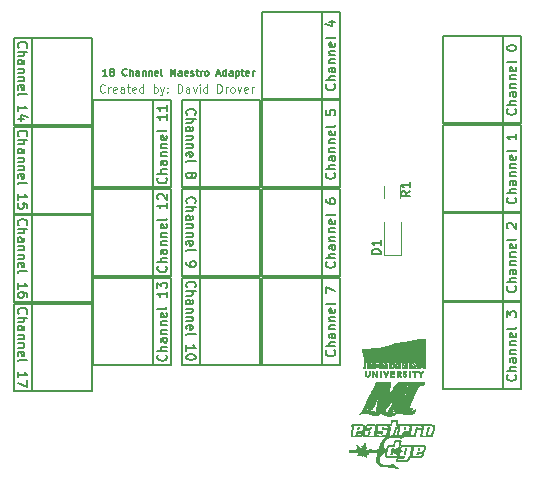
<source format=gto>
G04 #@! TF.GenerationSoftware,KiCad,Pcbnew,(5.0.0)*
G04 #@! TF.CreationDate,2018-11-03T21:44:44-02:30*
G04 #@! TF.ProjectId,Maestro Adapter,4D61657374726F20416461707465722E,6*
G04 #@! TF.SameCoordinates,Original*
G04 #@! TF.FileFunction,Legend,Top*
G04 #@! TF.FilePolarity,Positive*
%FSLAX46Y46*%
G04 Gerber Fmt 4.6, Leading zero omitted, Abs format (unit mm)*
G04 Created by KiCad (PCBNEW (5.0.0)) date 11/03/18 21:44:44*
%MOMM*%
%LPD*%
G01*
G04 APERTURE LIST*
%ADD10C,0.150000*%
%ADD11C,0.125000*%
%ADD12C,0.010000*%
%ADD13C,0.120000*%
G04 APERTURE END LIST*
D10*
X79931428Y-133611428D02*
X79588571Y-133611428D01*
X79760000Y-133611428D02*
X79760000Y-133011428D01*
X79702857Y-133097142D01*
X79645714Y-133154285D01*
X79588571Y-133182857D01*
X80274285Y-133268571D02*
X80217142Y-133240000D01*
X80188571Y-133211428D01*
X80160000Y-133154285D01*
X80160000Y-133125714D01*
X80188571Y-133068571D01*
X80217142Y-133040000D01*
X80274285Y-133011428D01*
X80388571Y-133011428D01*
X80445714Y-133040000D01*
X80474285Y-133068571D01*
X80502857Y-133125714D01*
X80502857Y-133154285D01*
X80474285Y-133211428D01*
X80445714Y-133240000D01*
X80388571Y-133268571D01*
X80274285Y-133268571D01*
X80217142Y-133297142D01*
X80188571Y-133325714D01*
X80160000Y-133382857D01*
X80160000Y-133497142D01*
X80188571Y-133554285D01*
X80217142Y-133582857D01*
X80274285Y-133611428D01*
X80388571Y-133611428D01*
X80445714Y-133582857D01*
X80474285Y-133554285D01*
X80502857Y-133497142D01*
X80502857Y-133382857D01*
X80474285Y-133325714D01*
X80445714Y-133297142D01*
X80388571Y-133268571D01*
X81560000Y-133554285D02*
X81531428Y-133582857D01*
X81445714Y-133611428D01*
X81388571Y-133611428D01*
X81302857Y-133582857D01*
X81245714Y-133525714D01*
X81217142Y-133468571D01*
X81188571Y-133354285D01*
X81188571Y-133268571D01*
X81217142Y-133154285D01*
X81245714Y-133097142D01*
X81302857Y-133040000D01*
X81388571Y-133011428D01*
X81445714Y-133011428D01*
X81531428Y-133040000D01*
X81560000Y-133068571D01*
X81817142Y-133611428D02*
X81817142Y-133011428D01*
X82074285Y-133611428D02*
X82074285Y-133297142D01*
X82045714Y-133240000D01*
X81988571Y-133211428D01*
X81902857Y-133211428D01*
X81845714Y-133240000D01*
X81817142Y-133268571D01*
X82617142Y-133611428D02*
X82617142Y-133297142D01*
X82588571Y-133240000D01*
X82531428Y-133211428D01*
X82417142Y-133211428D01*
X82360000Y-133240000D01*
X82617142Y-133582857D02*
X82560000Y-133611428D01*
X82417142Y-133611428D01*
X82360000Y-133582857D01*
X82331428Y-133525714D01*
X82331428Y-133468571D01*
X82360000Y-133411428D01*
X82417142Y-133382857D01*
X82560000Y-133382857D01*
X82617142Y-133354285D01*
X82902857Y-133211428D02*
X82902857Y-133611428D01*
X82902857Y-133268571D02*
X82931428Y-133240000D01*
X82988571Y-133211428D01*
X83074285Y-133211428D01*
X83131428Y-133240000D01*
X83160000Y-133297142D01*
X83160000Y-133611428D01*
X83445714Y-133211428D02*
X83445714Y-133611428D01*
X83445714Y-133268571D02*
X83474285Y-133240000D01*
X83531428Y-133211428D01*
X83617142Y-133211428D01*
X83674285Y-133240000D01*
X83702857Y-133297142D01*
X83702857Y-133611428D01*
X84217142Y-133582857D02*
X84160000Y-133611428D01*
X84045714Y-133611428D01*
X83988571Y-133582857D01*
X83960000Y-133525714D01*
X83960000Y-133297142D01*
X83988571Y-133240000D01*
X84045714Y-133211428D01*
X84160000Y-133211428D01*
X84217142Y-133240000D01*
X84245714Y-133297142D01*
X84245714Y-133354285D01*
X83960000Y-133411428D01*
X84588571Y-133611428D02*
X84531428Y-133582857D01*
X84502857Y-133525714D01*
X84502857Y-133011428D01*
X85274285Y-133611428D02*
X85274285Y-133011428D01*
X85474285Y-133440000D01*
X85674285Y-133011428D01*
X85674285Y-133611428D01*
X86217142Y-133611428D02*
X86217142Y-133297142D01*
X86188571Y-133240000D01*
X86131428Y-133211428D01*
X86017142Y-133211428D01*
X85960000Y-133240000D01*
X86217142Y-133582857D02*
X86160000Y-133611428D01*
X86017142Y-133611428D01*
X85960000Y-133582857D01*
X85931428Y-133525714D01*
X85931428Y-133468571D01*
X85960000Y-133411428D01*
X86017142Y-133382857D01*
X86160000Y-133382857D01*
X86217142Y-133354285D01*
X86731428Y-133582857D02*
X86674285Y-133611428D01*
X86560000Y-133611428D01*
X86502857Y-133582857D01*
X86474285Y-133525714D01*
X86474285Y-133297142D01*
X86502857Y-133240000D01*
X86560000Y-133211428D01*
X86674285Y-133211428D01*
X86731428Y-133240000D01*
X86760000Y-133297142D01*
X86760000Y-133354285D01*
X86474285Y-133411428D01*
X86988571Y-133582857D02*
X87045714Y-133611428D01*
X87160000Y-133611428D01*
X87217142Y-133582857D01*
X87245714Y-133525714D01*
X87245714Y-133497142D01*
X87217142Y-133440000D01*
X87160000Y-133411428D01*
X87074285Y-133411428D01*
X87017142Y-133382857D01*
X86988571Y-133325714D01*
X86988571Y-133297142D01*
X87017142Y-133240000D01*
X87074285Y-133211428D01*
X87160000Y-133211428D01*
X87217142Y-133240000D01*
X87417142Y-133211428D02*
X87645714Y-133211428D01*
X87502857Y-133011428D02*
X87502857Y-133525714D01*
X87531428Y-133582857D01*
X87588571Y-133611428D01*
X87645714Y-133611428D01*
X87845714Y-133611428D02*
X87845714Y-133211428D01*
X87845714Y-133325714D02*
X87874285Y-133268571D01*
X87902857Y-133240000D01*
X87960000Y-133211428D01*
X88017142Y-133211428D01*
X88302857Y-133611428D02*
X88245714Y-133582857D01*
X88217142Y-133554285D01*
X88188571Y-133497142D01*
X88188571Y-133325714D01*
X88217142Y-133268571D01*
X88245714Y-133240000D01*
X88302857Y-133211428D01*
X88388571Y-133211428D01*
X88445714Y-133240000D01*
X88474285Y-133268571D01*
X88502857Y-133325714D01*
X88502857Y-133497142D01*
X88474285Y-133554285D01*
X88445714Y-133582857D01*
X88388571Y-133611428D01*
X88302857Y-133611428D01*
X89188571Y-133440000D02*
X89474285Y-133440000D01*
X89131428Y-133611428D02*
X89331428Y-133011428D01*
X89531428Y-133611428D01*
X89988571Y-133611428D02*
X89988571Y-133011428D01*
X89988571Y-133582857D02*
X89931428Y-133611428D01*
X89817142Y-133611428D01*
X89760000Y-133582857D01*
X89731428Y-133554285D01*
X89702857Y-133497142D01*
X89702857Y-133325714D01*
X89731428Y-133268571D01*
X89760000Y-133240000D01*
X89817142Y-133211428D01*
X89931428Y-133211428D01*
X89988571Y-133240000D01*
X90531428Y-133611428D02*
X90531428Y-133297142D01*
X90502857Y-133240000D01*
X90445714Y-133211428D01*
X90331428Y-133211428D01*
X90274285Y-133240000D01*
X90531428Y-133582857D02*
X90474285Y-133611428D01*
X90331428Y-133611428D01*
X90274285Y-133582857D01*
X90245714Y-133525714D01*
X90245714Y-133468571D01*
X90274285Y-133411428D01*
X90331428Y-133382857D01*
X90474285Y-133382857D01*
X90531428Y-133354285D01*
X90817142Y-133211428D02*
X90817142Y-133811428D01*
X90817142Y-133240000D02*
X90874285Y-133211428D01*
X90988571Y-133211428D01*
X91045714Y-133240000D01*
X91074285Y-133268571D01*
X91102857Y-133325714D01*
X91102857Y-133497142D01*
X91074285Y-133554285D01*
X91045714Y-133582857D01*
X90988571Y-133611428D01*
X90874285Y-133611428D01*
X90817142Y-133582857D01*
X91274285Y-133211428D02*
X91502857Y-133211428D01*
X91360000Y-133011428D02*
X91360000Y-133525714D01*
X91388571Y-133582857D01*
X91445714Y-133611428D01*
X91502857Y-133611428D01*
X91931428Y-133582857D02*
X91874285Y-133611428D01*
X91760000Y-133611428D01*
X91702857Y-133582857D01*
X91674285Y-133525714D01*
X91674285Y-133297142D01*
X91702857Y-133240000D01*
X91760000Y-133211428D01*
X91874285Y-133211428D01*
X91931428Y-133240000D01*
X91960000Y-133297142D01*
X91960000Y-133354285D01*
X91674285Y-133411428D01*
X92217142Y-133611428D02*
X92217142Y-133211428D01*
X92217142Y-133325714D02*
X92245714Y-133268571D01*
X92274285Y-133240000D01*
X92331428Y-133211428D01*
X92388571Y-133211428D01*
D11*
X79713333Y-134970000D02*
X79680000Y-135003333D01*
X79580000Y-135036666D01*
X79513333Y-135036666D01*
X79413333Y-135003333D01*
X79346666Y-134936666D01*
X79313333Y-134870000D01*
X79280000Y-134736666D01*
X79280000Y-134636666D01*
X79313333Y-134503333D01*
X79346666Y-134436666D01*
X79413333Y-134370000D01*
X79513333Y-134336666D01*
X79580000Y-134336666D01*
X79680000Y-134370000D01*
X79713333Y-134403333D01*
X80013333Y-135036666D02*
X80013333Y-134570000D01*
X80013333Y-134703333D02*
X80046666Y-134636666D01*
X80080000Y-134603333D01*
X80146666Y-134570000D01*
X80213333Y-134570000D01*
X80713333Y-135003333D02*
X80646666Y-135036666D01*
X80513333Y-135036666D01*
X80446666Y-135003333D01*
X80413333Y-134936666D01*
X80413333Y-134670000D01*
X80446666Y-134603333D01*
X80513333Y-134570000D01*
X80646666Y-134570000D01*
X80713333Y-134603333D01*
X80746666Y-134670000D01*
X80746666Y-134736666D01*
X80413333Y-134803333D01*
X81346666Y-135036666D02*
X81346666Y-134670000D01*
X81313333Y-134603333D01*
X81246666Y-134570000D01*
X81113333Y-134570000D01*
X81046666Y-134603333D01*
X81346666Y-135003333D02*
X81280000Y-135036666D01*
X81113333Y-135036666D01*
X81046666Y-135003333D01*
X81013333Y-134936666D01*
X81013333Y-134870000D01*
X81046666Y-134803333D01*
X81113333Y-134770000D01*
X81280000Y-134770000D01*
X81346666Y-134736666D01*
X81580000Y-134570000D02*
X81846666Y-134570000D01*
X81680000Y-134336666D02*
X81680000Y-134936666D01*
X81713333Y-135003333D01*
X81780000Y-135036666D01*
X81846666Y-135036666D01*
X82346666Y-135003333D02*
X82280000Y-135036666D01*
X82146666Y-135036666D01*
X82080000Y-135003333D01*
X82046666Y-134936666D01*
X82046666Y-134670000D01*
X82080000Y-134603333D01*
X82146666Y-134570000D01*
X82280000Y-134570000D01*
X82346666Y-134603333D01*
X82380000Y-134670000D01*
X82380000Y-134736666D01*
X82046666Y-134803333D01*
X82980000Y-135036666D02*
X82980000Y-134336666D01*
X82980000Y-135003333D02*
X82913333Y-135036666D01*
X82780000Y-135036666D01*
X82713333Y-135003333D01*
X82680000Y-134970000D01*
X82646666Y-134903333D01*
X82646666Y-134703333D01*
X82680000Y-134636666D01*
X82713333Y-134603333D01*
X82780000Y-134570000D01*
X82913333Y-134570000D01*
X82980000Y-134603333D01*
X83846666Y-135036666D02*
X83846666Y-134336666D01*
X83846666Y-134603333D02*
X83913333Y-134570000D01*
X84046666Y-134570000D01*
X84113333Y-134603333D01*
X84146666Y-134636666D01*
X84180000Y-134703333D01*
X84180000Y-134903333D01*
X84146666Y-134970000D01*
X84113333Y-135003333D01*
X84046666Y-135036666D01*
X83913333Y-135036666D01*
X83846666Y-135003333D01*
X84413333Y-134570000D02*
X84580000Y-135036666D01*
X84746666Y-134570000D02*
X84580000Y-135036666D01*
X84513333Y-135203333D01*
X84480000Y-135236666D01*
X84413333Y-135270000D01*
X85013333Y-134970000D02*
X85046666Y-135003333D01*
X85013333Y-135036666D01*
X84980000Y-135003333D01*
X85013333Y-134970000D01*
X85013333Y-135036666D01*
X85013333Y-134603333D02*
X85046666Y-134636666D01*
X85013333Y-134670000D01*
X84980000Y-134636666D01*
X85013333Y-134603333D01*
X85013333Y-134670000D01*
X85880000Y-135036666D02*
X85880000Y-134336666D01*
X86046666Y-134336666D01*
X86146666Y-134370000D01*
X86213333Y-134436666D01*
X86246666Y-134503333D01*
X86280000Y-134636666D01*
X86280000Y-134736666D01*
X86246666Y-134870000D01*
X86213333Y-134936666D01*
X86146666Y-135003333D01*
X86046666Y-135036666D01*
X85880000Y-135036666D01*
X86880000Y-135036666D02*
X86880000Y-134670000D01*
X86846666Y-134603333D01*
X86780000Y-134570000D01*
X86646666Y-134570000D01*
X86580000Y-134603333D01*
X86880000Y-135003333D02*
X86813333Y-135036666D01*
X86646666Y-135036666D01*
X86580000Y-135003333D01*
X86546666Y-134936666D01*
X86546666Y-134870000D01*
X86580000Y-134803333D01*
X86646666Y-134770000D01*
X86813333Y-134770000D01*
X86880000Y-134736666D01*
X87146666Y-134570000D02*
X87313333Y-135036666D01*
X87480000Y-134570000D01*
X87746666Y-135036666D02*
X87746666Y-134570000D01*
X87746666Y-134336666D02*
X87713333Y-134370000D01*
X87746666Y-134403333D01*
X87780000Y-134370000D01*
X87746666Y-134336666D01*
X87746666Y-134403333D01*
X88380000Y-135036666D02*
X88380000Y-134336666D01*
X88380000Y-135003333D02*
X88313333Y-135036666D01*
X88180000Y-135036666D01*
X88113333Y-135003333D01*
X88080000Y-134970000D01*
X88046666Y-134903333D01*
X88046666Y-134703333D01*
X88080000Y-134636666D01*
X88113333Y-134603333D01*
X88180000Y-134570000D01*
X88313333Y-134570000D01*
X88380000Y-134603333D01*
X89246666Y-135036666D02*
X89246666Y-134336666D01*
X89413333Y-134336666D01*
X89513333Y-134370000D01*
X89580000Y-134436666D01*
X89613333Y-134503333D01*
X89646666Y-134636666D01*
X89646666Y-134736666D01*
X89613333Y-134870000D01*
X89580000Y-134936666D01*
X89513333Y-135003333D01*
X89413333Y-135036666D01*
X89246666Y-135036666D01*
X89946666Y-135036666D02*
X89946666Y-134570000D01*
X89946666Y-134703333D02*
X89980000Y-134636666D01*
X90013333Y-134603333D01*
X90080000Y-134570000D01*
X90146666Y-134570000D01*
X90480000Y-135036666D02*
X90413333Y-135003333D01*
X90380000Y-134970000D01*
X90346666Y-134903333D01*
X90346666Y-134703333D01*
X90380000Y-134636666D01*
X90413333Y-134603333D01*
X90480000Y-134570000D01*
X90580000Y-134570000D01*
X90646666Y-134603333D01*
X90680000Y-134636666D01*
X90713333Y-134703333D01*
X90713333Y-134903333D01*
X90680000Y-134970000D01*
X90646666Y-135003333D01*
X90580000Y-135036666D01*
X90480000Y-135036666D01*
X90946666Y-134570000D02*
X91113333Y-135036666D01*
X91280000Y-134570000D01*
X91813333Y-135003333D02*
X91746666Y-135036666D01*
X91613333Y-135036666D01*
X91546666Y-135003333D01*
X91513333Y-134936666D01*
X91513333Y-134670000D01*
X91546666Y-134603333D01*
X91613333Y-134570000D01*
X91746666Y-134570000D01*
X91813333Y-134603333D01*
X91846666Y-134670000D01*
X91846666Y-134736666D01*
X91513333Y-134803333D01*
X92146666Y-135036666D02*
X92146666Y-134570000D01*
X92146666Y-134703333D02*
X92180000Y-134636666D01*
X92213333Y-134603333D01*
X92280000Y-134570000D01*
X92346666Y-134570000D01*
D12*
G04 #@! TO.C,*
G36*
X106129500Y-159557196D02*
X106245284Y-159557418D01*
X106353396Y-159557772D01*
X106452260Y-159558248D01*
X106540298Y-159558831D01*
X106615932Y-159559511D01*
X106677584Y-159560275D01*
X106723678Y-159561111D01*
X106752634Y-159562006D01*
X106762876Y-159562949D01*
X106762880Y-159562966D01*
X106758755Y-159573855D01*
X106747491Y-159599380D01*
X106730753Y-159635861D01*
X106710205Y-159679622D01*
X106707706Y-159684886D01*
X106652532Y-159800960D01*
X106588326Y-159801161D01*
X106486626Y-159806980D01*
X106398484Y-159823490D01*
X106325182Y-159850281D01*
X106268000Y-159886946D01*
X106244176Y-159910825D01*
X106228565Y-159933239D01*
X106206759Y-159969717D01*
X106181198Y-160015929D01*
X106154324Y-160067545D01*
X106142876Y-160090520D01*
X106118428Y-160140989D01*
X106088245Y-160204439D01*
X106053121Y-160279122D01*
X106013850Y-160363289D01*
X105971228Y-160455195D01*
X105926047Y-160553091D01*
X105879104Y-160655231D01*
X105831193Y-160759866D01*
X105783108Y-160865250D01*
X105735643Y-160969635D01*
X105689594Y-161071274D01*
X105645755Y-161168419D01*
X105604920Y-161259324D01*
X105567885Y-161342240D01*
X105535443Y-161415420D01*
X105508389Y-161477117D01*
X105487518Y-161525585D01*
X105473625Y-161559074D01*
X105467548Y-161575662D01*
X105459550Y-161626367D01*
X105465698Y-161666982D01*
X105487058Y-161698446D01*
X105524699Y-161721693D01*
X105579687Y-161737661D01*
X105653090Y-161747287D01*
X105664068Y-161748123D01*
X105755940Y-161754644D01*
X105735571Y-161794570D01*
X105706958Y-161832260D01*
X105677701Y-161850214D01*
X105612094Y-161870554D01*
X105527900Y-161884338D01*
X105424983Y-161891570D01*
X105303203Y-161892258D01*
X105162424Y-161886406D01*
X105040928Y-161877443D01*
X104963456Y-161871268D01*
X104901239Y-161867552D01*
X104849370Y-161866209D01*
X104802945Y-161867151D01*
X104757056Y-161870291D01*
X104738399Y-161872077D01*
X104658930Y-161883895D01*
X104577234Y-161902607D01*
X104499561Y-161926398D01*
X104432159Y-161953452D01*
X104398870Y-161970716D01*
X104377830Y-161981835D01*
X104356965Y-161989053D01*
X104331153Y-161993193D01*
X104295275Y-161995075D01*
X104244209Y-161995519D01*
X104244187Y-161995520D01*
X104131953Y-161995520D01*
X104167621Y-161916780D01*
X104187573Y-161873223D01*
X104207593Y-161830320D01*
X104223808Y-161796357D01*
X104225785Y-161792320D01*
X104248280Y-161746600D01*
X104380360Y-161741303D01*
X104435844Y-161738762D01*
X104475826Y-161735732D01*
X104505120Y-161731300D01*
X104528539Y-161724552D01*
X104550897Y-161714576D01*
X104567290Y-161705846D01*
X104620400Y-161667660D01*
X104662320Y-161622469D01*
X104675106Y-161601678D01*
X104695948Y-161562573D01*
X104724714Y-161505433D01*
X104761267Y-161430540D01*
X104805475Y-161338174D01*
X104857202Y-161228616D01*
X104916314Y-161102147D01*
X104982677Y-160959048D01*
X105056157Y-160799600D01*
X105058580Y-160794326D01*
X105123257Y-160653439D01*
X105179875Y-160529776D01*
X105228954Y-160422143D01*
X105271011Y-160329343D01*
X105306567Y-160250180D01*
X105336138Y-160183457D01*
X105360244Y-160127980D01*
X105379403Y-160082551D01*
X105394134Y-160045976D01*
X105404956Y-160017057D01*
X105412388Y-159994599D01*
X105416947Y-159977406D01*
X105419153Y-159964281D01*
X105419329Y-159962401D01*
X105419969Y-159924394D01*
X105415995Y-159893835D01*
X105412378Y-159883694D01*
X105388358Y-159858285D01*
X105346741Y-159836459D01*
X105290092Y-159819294D01*
X105236310Y-159809726D01*
X105197584Y-159804334D01*
X105167549Y-159799669D01*
X105151114Y-159796510D01*
X105149502Y-159795923D01*
X105152272Y-159786202D01*
X105162005Y-159761565D01*
X105177225Y-159725579D01*
X105196456Y-159681813D01*
X105199426Y-159675175D01*
X105252368Y-159557120D01*
X106007624Y-159557120D01*
X106129500Y-159557196D01*
X106129500Y-159557196D01*
G37*
X106129500Y-159557196D02*
X106245284Y-159557418D01*
X106353396Y-159557772D01*
X106452260Y-159558248D01*
X106540298Y-159558831D01*
X106615932Y-159559511D01*
X106677584Y-159560275D01*
X106723678Y-159561111D01*
X106752634Y-159562006D01*
X106762876Y-159562949D01*
X106762880Y-159562966D01*
X106758755Y-159573855D01*
X106747491Y-159599380D01*
X106730753Y-159635861D01*
X106710205Y-159679622D01*
X106707706Y-159684886D01*
X106652532Y-159800960D01*
X106588326Y-159801161D01*
X106486626Y-159806980D01*
X106398484Y-159823490D01*
X106325182Y-159850281D01*
X106268000Y-159886946D01*
X106244176Y-159910825D01*
X106228565Y-159933239D01*
X106206759Y-159969717D01*
X106181198Y-160015929D01*
X106154324Y-160067545D01*
X106142876Y-160090520D01*
X106118428Y-160140989D01*
X106088245Y-160204439D01*
X106053121Y-160279122D01*
X106013850Y-160363289D01*
X105971228Y-160455195D01*
X105926047Y-160553091D01*
X105879104Y-160655231D01*
X105831193Y-160759866D01*
X105783108Y-160865250D01*
X105735643Y-160969635D01*
X105689594Y-161071274D01*
X105645755Y-161168419D01*
X105604920Y-161259324D01*
X105567885Y-161342240D01*
X105535443Y-161415420D01*
X105508389Y-161477117D01*
X105487518Y-161525585D01*
X105473625Y-161559074D01*
X105467548Y-161575662D01*
X105459550Y-161626367D01*
X105465698Y-161666982D01*
X105487058Y-161698446D01*
X105524699Y-161721693D01*
X105579687Y-161737661D01*
X105653090Y-161747287D01*
X105664068Y-161748123D01*
X105755940Y-161754644D01*
X105735571Y-161794570D01*
X105706958Y-161832260D01*
X105677701Y-161850214D01*
X105612094Y-161870554D01*
X105527900Y-161884338D01*
X105424983Y-161891570D01*
X105303203Y-161892258D01*
X105162424Y-161886406D01*
X105040928Y-161877443D01*
X104963456Y-161871268D01*
X104901239Y-161867552D01*
X104849370Y-161866209D01*
X104802945Y-161867151D01*
X104757056Y-161870291D01*
X104738399Y-161872077D01*
X104658930Y-161883895D01*
X104577234Y-161902607D01*
X104499561Y-161926398D01*
X104432159Y-161953452D01*
X104398870Y-161970716D01*
X104377830Y-161981835D01*
X104356965Y-161989053D01*
X104331153Y-161993193D01*
X104295275Y-161995075D01*
X104244209Y-161995519D01*
X104244187Y-161995520D01*
X104131953Y-161995520D01*
X104167621Y-161916780D01*
X104187573Y-161873223D01*
X104207593Y-161830320D01*
X104223808Y-161796357D01*
X104225785Y-161792320D01*
X104248280Y-161746600D01*
X104380360Y-161741303D01*
X104435844Y-161738762D01*
X104475826Y-161735732D01*
X104505120Y-161731300D01*
X104528539Y-161724552D01*
X104550897Y-161714576D01*
X104567290Y-161705846D01*
X104620400Y-161667660D01*
X104662320Y-161622469D01*
X104675106Y-161601678D01*
X104695948Y-161562573D01*
X104724714Y-161505433D01*
X104761267Y-161430540D01*
X104805475Y-161338174D01*
X104857202Y-161228616D01*
X104916314Y-161102147D01*
X104982677Y-160959048D01*
X105056157Y-160799600D01*
X105058580Y-160794326D01*
X105123257Y-160653439D01*
X105179875Y-160529776D01*
X105228954Y-160422143D01*
X105271011Y-160329343D01*
X105306567Y-160250180D01*
X105336138Y-160183457D01*
X105360244Y-160127980D01*
X105379403Y-160082551D01*
X105394134Y-160045976D01*
X105404956Y-160017057D01*
X105412388Y-159994599D01*
X105416947Y-159977406D01*
X105419153Y-159964281D01*
X105419329Y-159962401D01*
X105419969Y-159924394D01*
X105415995Y-159893835D01*
X105412378Y-159883694D01*
X105388358Y-159858285D01*
X105346741Y-159836459D01*
X105290092Y-159819294D01*
X105236310Y-159809726D01*
X105197584Y-159804334D01*
X105167549Y-159799669D01*
X105151114Y-159796510D01*
X105149502Y-159795923D01*
X105152272Y-159786202D01*
X105162005Y-159761565D01*
X105177225Y-159725579D01*
X105196456Y-159681813D01*
X105199426Y-159675175D01*
X105252368Y-159557120D01*
X106007624Y-159557120D01*
X106129500Y-159557196D01*
G36*
X103408795Y-159526665D02*
X103516066Y-159526770D01*
X103606043Y-159527002D01*
X103680240Y-159527404D01*
X103740169Y-159528023D01*
X103787343Y-159528904D01*
X103823277Y-159530092D01*
X103849481Y-159531632D01*
X103867471Y-159533570D01*
X103878758Y-159535950D01*
X103884857Y-159538819D01*
X103887279Y-159542222D01*
X103887600Y-159544750D01*
X103885908Y-159557107D01*
X103881094Y-159587206D01*
X103873550Y-159632774D01*
X103863671Y-159691539D01*
X103851848Y-159761229D01*
X103838475Y-159839572D01*
X103823944Y-159924295D01*
X103808648Y-160013127D01*
X103792980Y-160103794D01*
X103777334Y-160194026D01*
X103762101Y-160281549D01*
X103747675Y-160364091D01*
X103734448Y-160439381D01*
X103722814Y-160505146D01*
X103713166Y-160559114D01*
X103705895Y-160599012D01*
X103701396Y-160622569D01*
X103700566Y-160626460D01*
X103698725Y-160641403D01*
X103699961Y-160644240D01*
X103706612Y-160636424D01*
X103724703Y-160613837D01*
X103753225Y-160577766D01*
X103791168Y-160529502D01*
X103837525Y-160470332D01*
X103891285Y-160401545D01*
X103951442Y-160324431D01*
X104016985Y-160240277D01*
X104086905Y-160150374D01*
X104137348Y-160085440D01*
X104571237Y-159526640D01*
X104859338Y-159526640D01*
X104933485Y-159526931D01*
X105000562Y-159527755D01*
X105058015Y-159529034D01*
X105103289Y-159530693D01*
X105133831Y-159532654D01*
X105147086Y-159534842D01*
X105147440Y-159535270D01*
X105143292Y-159547105D01*
X105131899Y-159573705D01*
X105114839Y-159611532D01*
X105093685Y-159657046D01*
X105085541Y-159674274D01*
X105054502Y-159741819D01*
X105033089Y-159793979D01*
X105020676Y-159832913D01*
X105016637Y-159860780D01*
X105020346Y-159879738D01*
X105024179Y-159885705D01*
X105041609Y-159893799D01*
X105079271Y-159900445D01*
X105137183Y-159905647D01*
X105146205Y-159906217D01*
X105195225Y-159910051D01*
X105239916Y-159915079D01*
X105274378Y-159920554D01*
X105289356Y-159924289D01*
X105311201Y-159934071D01*
X105318153Y-159947283D01*
X105315789Y-159968390D01*
X105306268Y-160003413D01*
X105287670Y-160055900D01*
X105260260Y-160125267D01*
X105224301Y-160210931D01*
X105180055Y-160312310D01*
X105127785Y-160428820D01*
X105067755Y-160559878D01*
X105000228Y-160704901D01*
X104925467Y-160863305D01*
X104843736Y-161034508D01*
X104755296Y-161217926D01*
X104708238Y-161314866D01*
X104667944Y-161396777D01*
X104634495Y-161462209D01*
X104606467Y-161513243D01*
X104582431Y-161551960D01*
X104560963Y-161580440D01*
X104540634Y-161600765D01*
X104520020Y-161615016D01*
X104497693Y-161625273D01*
X104494690Y-161626385D01*
X104471696Y-161631130D01*
X104433712Y-161635124D01*
X104386066Y-161637941D01*
X104335440Y-161639147D01*
X104278915Y-161640050D01*
X104239286Y-161642212D01*
X104213147Y-161646029D01*
X104197093Y-161651894D01*
X104191699Y-161655793D01*
X104182291Y-161669684D01*
X104166348Y-161699100D01*
X104145424Y-161740925D01*
X104121070Y-161792042D01*
X104094840Y-161849336D01*
X104090941Y-161858043D01*
X104060447Y-161925347D01*
X104036434Y-161975849D01*
X104017783Y-162011594D01*
X104003376Y-162034626D01*
X103992095Y-162046988D01*
X103985761Y-162050311D01*
X103941911Y-162055852D01*
X103888268Y-162050822D01*
X103822033Y-162034843D01*
X103784674Y-162023082D01*
X103686829Y-161990440D01*
X103990321Y-161371433D01*
X104041500Y-161266939D01*
X104089896Y-161167916D01*
X104134787Y-161075856D01*
X104175452Y-160992246D01*
X104211170Y-160918576D01*
X104241219Y-160856336D01*
X104264878Y-160807016D01*
X104281425Y-160772104D01*
X104290139Y-160753091D01*
X104291325Y-160749938D01*
X104284984Y-160757401D01*
X104267333Y-160779320D01*
X104239586Y-160814149D01*
X104202956Y-160860345D01*
X104158658Y-160916362D01*
X104107905Y-160980656D01*
X104051913Y-161051681D01*
X103991896Y-161127892D01*
X103929067Y-161207745D01*
X103864642Y-161289695D01*
X103799833Y-161372197D01*
X103735856Y-161453705D01*
X103673925Y-161532676D01*
X103615253Y-161607564D01*
X103561055Y-161676824D01*
X103512546Y-161738912D01*
X103470939Y-161792282D01*
X103437449Y-161835389D01*
X103413290Y-161866690D01*
X103403245Y-161879867D01*
X103395378Y-161887346D01*
X103383436Y-161890173D01*
X103362790Y-161888231D01*
X103328812Y-161881406D01*
X103311805Y-161877590D01*
X103218751Y-161862827D01*
X103119911Y-161858419D01*
X103020161Y-161863853D01*
X102924378Y-161878617D01*
X102837439Y-161902198D01*
X102764220Y-161934083D01*
X102761879Y-161935392D01*
X102717874Y-161956228D01*
X102686137Y-161962445D01*
X102667321Y-161954135D01*
X102662075Y-161931389D01*
X102663280Y-161921564D01*
X102686964Y-161788880D01*
X102710407Y-161657122D01*
X102733347Y-161527802D01*
X102755518Y-161402432D01*
X102776657Y-161282524D01*
X102796498Y-161169592D01*
X102814778Y-161065146D01*
X102831233Y-160970700D01*
X102845597Y-160887765D01*
X102857607Y-160817854D01*
X102866998Y-160762479D01*
X102873507Y-160723153D01*
X102876868Y-160701387D01*
X102877257Y-160697376D01*
X102872060Y-160705560D01*
X102858368Y-160731412D01*
X102836498Y-160774291D01*
X102806767Y-160833555D01*
X102769494Y-160908564D01*
X102724994Y-160998675D01*
X102673586Y-161103247D01*
X102615587Y-161221640D01*
X102551314Y-161353211D01*
X102481086Y-161497319D01*
X102464761Y-161530860D01*
X102422751Y-161616948D01*
X102388522Y-161686377D01*
X102361130Y-161740841D01*
X102339627Y-161782029D01*
X102323068Y-161811636D01*
X102310506Y-161831351D01*
X102300997Y-161842868D01*
X102293594Y-161847879D01*
X102287400Y-161848087D01*
X102208330Y-161826839D01*
X102145343Y-161810553D01*
X102094995Y-161798575D01*
X102053842Y-161790248D01*
X102018439Y-161784917D01*
X101985342Y-161781926D01*
X101951106Y-161780619D01*
X101931800Y-161780388D01*
X101816220Y-161788415D01*
X101710536Y-161813900D01*
X101615120Y-161856725D01*
X101546862Y-161903043D01*
X101523576Y-161921155D01*
X101507794Y-161932551D01*
X101504150Y-161934560D01*
X101505078Y-161930744D01*
X101510085Y-161918813D01*
X101519526Y-161898036D01*
X101533756Y-161867685D01*
X101553129Y-161827029D01*
X101578000Y-161775341D01*
X101608722Y-161711890D01*
X101645652Y-161635948D01*
X101689142Y-161546785D01*
X101739548Y-161443673D01*
X101797223Y-161325881D01*
X101862524Y-161192681D01*
X101935803Y-161043343D01*
X102017416Y-160877139D01*
X102094400Y-160720440D01*
X102157384Y-160592227D01*
X102219262Y-160466200D01*
X102279251Y-160343953D01*
X102336573Y-160227081D01*
X102390444Y-160117177D01*
X102440086Y-160015837D01*
X102484715Y-159924654D01*
X102523553Y-159845224D01*
X102555816Y-159779140D01*
X102580726Y-159727997D01*
X102597499Y-159693389D01*
X102598294Y-159691740D01*
X102677834Y-159526640D01*
X103282717Y-159526640D01*
X103408795Y-159526665D01*
X103408795Y-159526665D01*
G37*
X103408795Y-159526665D02*
X103516066Y-159526770D01*
X103606043Y-159527002D01*
X103680240Y-159527404D01*
X103740169Y-159528023D01*
X103787343Y-159528904D01*
X103823277Y-159530092D01*
X103849481Y-159531632D01*
X103867471Y-159533570D01*
X103878758Y-159535950D01*
X103884857Y-159538819D01*
X103887279Y-159542222D01*
X103887600Y-159544750D01*
X103885908Y-159557107D01*
X103881094Y-159587206D01*
X103873550Y-159632774D01*
X103863671Y-159691539D01*
X103851848Y-159761229D01*
X103838475Y-159839572D01*
X103823944Y-159924295D01*
X103808648Y-160013127D01*
X103792980Y-160103794D01*
X103777334Y-160194026D01*
X103762101Y-160281549D01*
X103747675Y-160364091D01*
X103734448Y-160439381D01*
X103722814Y-160505146D01*
X103713166Y-160559114D01*
X103705895Y-160599012D01*
X103701396Y-160622569D01*
X103700566Y-160626460D01*
X103698725Y-160641403D01*
X103699961Y-160644240D01*
X103706612Y-160636424D01*
X103724703Y-160613837D01*
X103753225Y-160577766D01*
X103791168Y-160529502D01*
X103837525Y-160470332D01*
X103891285Y-160401545D01*
X103951442Y-160324431D01*
X104016985Y-160240277D01*
X104086905Y-160150374D01*
X104137348Y-160085440D01*
X104571237Y-159526640D01*
X104859338Y-159526640D01*
X104933485Y-159526931D01*
X105000562Y-159527755D01*
X105058015Y-159529034D01*
X105103289Y-159530693D01*
X105133831Y-159532654D01*
X105147086Y-159534842D01*
X105147440Y-159535270D01*
X105143292Y-159547105D01*
X105131899Y-159573705D01*
X105114839Y-159611532D01*
X105093685Y-159657046D01*
X105085541Y-159674274D01*
X105054502Y-159741819D01*
X105033089Y-159793979D01*
X105020676Y-159832913D01*
X105016637Y-159860780D01*
X105020346Y-159879738D01*
X105024179Y-159885705D01*
X105041609Y-159893799D01*
X105079271Y-159900445D01*
X105137183Y-159905647D01*
X105146205Y-159906217D01*
X105195225Y-159910051D01*
X105239916Y-159915079D01*
X105274378Y-159920554D01*
X105289356Y-159924289D01*
X105311201Y-159934071D01*
X105318153Y-159947283D01*
X105315789Y-159968390D01*
X105306268Y-160003413D01*
X105287670Y-160055900D01*
X105260260Y-160125267D01*
X105224301Y-160210931D01*
X105180055Y-160312310D01*
X105127785Y-160428820D01*
X105067755Y-160559878D01*
X105000228Y-160704901D01*
X104925467Y-160863305D01*
X104843736Y-161034508D01*
X104755296Y-161217926D01*
X104708238Y-161314866D01*
X104667944Y-161396777D01*
X104634495Y-161462209D01*
X104606467Y-161513243D01*
X104582431Y-161551960D01*
X104560963Y-161580440D01*
X104540634Y-161600765D01*
X104520020Y-161615016D01*
X104497693Y-161625273D01*
X104494690Y-161626385D01*
X104471696Y-161631130D01*
X104433712Y-161635124D01*
X104386066Y-161637941D01*
X104335440Y-161639147D01*
X104278915Y-161640050D01*
X104239286Y-161642212D01*
X104213147Y-161646029D01*
X104197093Y-161651894D01*
X104191699Y-161655793D01*
X104182291Y-161669684D01*
X104166348Y-161699100D01*
X104145424Y-161740925D01*
X104121070Y-161792042D01*
X104094840Y-161849336D01*
X104090941Y-161858043D01*
X104060447Y-161925347D01*
X104036434Y-161975849D01*
X104017783Y-162011594D01*
X104003376Y-162034626D01*
X103992095Y-162046988D01*
X103985761Y-162050311D01*
X103941911Y-162055852D01*
X103888268Y-162050822D01*
X103822033Y-162034843D01*
X103784674Y-162023082D01*
X103686829Y-161990440D01*
X103990321Y-161371433D01*
X104041500Y-161266939D01*
X104089896Y-161167916D01*
X104134787Y-161075856D01*
X104175452Y-160992246D01*
X104211170Y-160918576D01*
X104241219Y-160856336D01*
X104264878Y-160807016D01*
X104281425Y-160772104D01*
X104290139Y-160753091D01*
X104291325Y-160749938D01*
X104284984Y-160757401D01*
X104267333Y-160779320D01*
X104239586Y-160814149D01*
X104202956Y-160860345D01*
X104158658Y-160916362D01*
X104107905Y-160980656D01*
X104051913Y-161051681D01*
X103991896Y-161127892D01*
X103929067Y-161207745D01*
X103864642Y-161289695D01*
X103799833Y-161372197D01*
X103735856Y-161453705D01*
X103673925Y-161532676D01*
X103615253Y-161607564D01*
X103561055Y-161676824D01*
X103512546Y-161738912D01*
X103470939Y-161792282D01*
X103437449Y-161835389D01*
X103413290Y-161866690D01*
X103403245Y-161879867D01*
X103395378Y-161887346D01*
X103383436Y-161890173D01*
X103362790Y-161888231D01*
X103328812Y-161881406D01*
X103311805Y-161877590D01*
X103218751Y-161862827D01*
X103119911Y-161858419D01*
X103020161Y-161863853D01*
X102924378Y-161878617D01*
X102837439Y-161902198D01*
X102764220Y-161934083D01*
X102761879Y-161935392D01*
X102717874Y-161956228D01*
X102686137Y-161962445D01*
X102667321Y-161954135D01*
X102662075Y-161931389D01*
X102663280Y-161921564D01*
X102686964Y-161788880D01*
X102710407Y-161657122D01*
X102733347Y-161527802D01*
X102755518Y-161402432D01*
X102776657Y-161282524D01*
X102796498Y-161169592D01*
X102814778Y-161065146D01*
X102831233Y-160970700D01*
X102845597Y-160887765D01*
X102857607Y-160817854D01*
X102866998Y-160762479D01*
X102873507Y-160723153D01*
X102876868Y-160701387D01*
X102877257Y-160697376D01*
X102872060Y-160705560D01*
X102858368Y-160731412D01*
X102836498Y-160774291D01*
X102806767Y-160833555D01*
X102769494Y-160908564D01*
X102724994Y-160998675D01*
X102673586Y-161103247D01*
X102615587Y-161221640D01*
X102551314Y-161353211D01*
X102481086Y-161497319D01*
X102464761Y-161530860D01*
X102422751Y-161616948D01*
X102388522Y-161686377D01*
X102361130Y-161740841D01*
X102339627Y-161782029D01*
X102323068Y-161811636D01*
X102310506Y-161831351D01*
X102300997Y-161842868D01*
X102293594Y-161847879D01*
X102287400Y-161848087D01*
X102208330Y-161826839D01*
X102145343Y-161810553D01*
X102094995Y-161798575D01*
X102053842Y-161790248D01*
X102018439Y-161784917D01*
X101985342Y-161781926D01*
X101951106Y-161780619D01*
X101931800Y-161780388D01*
X101816220Y-161788415D01*
X101710536Y-161813900D01*
X101615120Y-161856725D01*
X101546862Y-161903043D01*
X101523576Y-161921155D01*
X101507794Y-161932551D01*
X101504150Y-161934560D01*
X101505078Y-161930744D01*
X101510085Y-161918813D01*
X101519526Y-161898036D01*
X101533756Y-161867685D01*
X101553129Y-161827029D01*
X101578000Y-161775341D01*
X101608722Y-161711890D01*
X101645652Y-161635948D01*
X101689142Y-161546785D01*
X101739548Y-161443673D01*
X101797223Y-161325881D01*
X101862524Y-161192681D01*
X101935803Y-161043343D01*
X102017416Y-160877139D01*
X102094400Y-160720440D01*
X102157384Y-160592227D01*
X102219262Y-160466200D01*
X102279251Y-160343953D01*
X102336573Y-160227081D01*
X102390444Y-160117177D01*
X102440086Y-160015837D01*
X102484715Y-159924654D01*
X102523553Y-159845224D01*
X102555816Y-159779140D01*
X102580726Y-159727997D01*
X102597499Y-159693389D01*
X102598294Y-159691740D01*
X102677834Y-159526640D01*
X103282717Y-159526640D01*
X103408795Y-159526665D01*
G36*
X105957832Y-161899956D02*
X105943211Y-161982271D01*
X105911939Y-162058210D01*
X105866009Y-162124271D01*
X105807414Y-162176953D01*
X105795758Y-162184693D01*
X105767134Y-162199818D01*
X105727118Y-162217312D01*
X105683773Y-162233683D01*
X105678488Y-162235488D01*
X105610417Y-162252292D01*
X105527144Y-162262774D01*
X105432835Y-162266748D01*
X105331660Y-162264030D01*
X105233800Y-162255181D01*
X105182866Y-162248597D01*
X105118834Y-162239772D01*
X105048668Y-162229696D01*
X104979331Y-162219357D01*
X104954400Y-162215526D01*
X104835950Y-162198449D01*
X104726505Y-162185262D01*
X104628441Y-162176165D01*
X104544139Y-162171359D01*
X104475975Y-162171047D01*
X104447877Y-162172710D01*
X104373155Y-162179439D01*
X104394117Y-162150002D01*
X104429198Y-162109365D01*
X104475475Y-162067597D01*
X104525369Y-162031335D01*
X104539113Y-162022982D01*
X104617412Y-161987208D01*
X104709800Y-161962439D01*
X104816949Y-161948616D01*
X104939530Y-161945679D01*
X105078217Y-161953569D01*
X105188080Y-161965876D01*
X105278117Y-161976108D01*
X105370482Y-161983630D01*
X105461546Y-161988371D01*
X105547679Y-161990261D01*
X105625252Y-161989232D01*
X105690634Y-161985214D01*
X105740196Y-161978136D01*
X105746880Y-161976601D01*
X105825867Y-161948012D01*
X105891768Y-161904307D01*
X105925029Y-161871131D01*
X105962644Y-161827880D01*
X105957832Y-161899956D01*
X105957832Y-161899956D01*
G37*
X105957832Y-161899956D02*
X105943211Y-161982271D01*
X105911939Y-162058210D01*
X105866009Y-162124271D01*
X105807414Y-162176953D01*
X105795758Y-162184693D01*
X105767134Y-162199818D01*
X105727118Y-162217312D01*
X105683773Y-162233683D01*
X105678488Y-162235488D01*
X105610417Y-162252292D01*
X105527144Y-162262774D01*
X105432835Y-162266748D01*
X105331660Y-162264030D01*
X105233800Y-162255181D01*
X105182866Y-162248597D01*
X105118834Y-162239772D01*
X105048668Y-162229696D01*
X104979331Y-162219357D01*
X104954400Y-162215526D01*
X104835950Y-162198449D01*
X104726505Y-162185262D01*
X104628441Y-162176165D01*
X104544139Y-162171359D01*
X104475975Y-162171047D01*
X104447877Y-162172710D01*
X104373155Y-162179439D01*
X104394117Y-162150002D01*
X104429198Y-162109365D01*
X104475475Y-162067597D01*
X104525369Y-162031335D01*
X104539113Y-162022982D01*
X104617412Y-161987208D01*
X104709800Y-161962439D01*
X104816949Y-161948616D01*
X104939530Y-161945679D01*
X105078217Y-161953569D01*
X105188080Y-161965876D01*
X105278117Y-161976108D01*
X105370482Y-161983630D01*
X105461546Y-161988371D01*
X105547679Y-161990261D01*
X105625252Y-161989232D01*
X105690634Y-161985214D01*
X105740196Y-161978136D01*
X105746880Y-161976601D01*
X105825867Y-161948012D01*
X105891768Y-161904307D01*
X105925029Y-161871131D01*
X105962644Y-161827880D01*
X105957832Y-161899956D01*
G36*
X101962074Y-161878308D02*
X102025485Y-161887039D01*
X102094430Y-161901731D01*
X102171524Y-161923014D01*
X102259384Y-161951521D01*
X102360625Y-161987882D01*
X102458605Y-162025222D01*
X102555479Y-162062565D01*
X102635754Y-162092780D01*
X102701578Y-162116589D01*
X102755093Y-162134712D01*
X102798447Y-162147870D01*
X102833783Y-162156786D01*
X102863248Y-162162180D01*
X102867799Y-162162795D01*
X102905724Y-162167852D01*
X102941635Y-162172959D01*
X102951702Y-162174482D01*
X102986085Y-162179832D01*
X102946622Y-162220376D01*
X102917664Y-162244973D01*
X102878063Y-162272069D01*
X102835874Y-162296206D01*
X102831514Y-162298400D01*
X102799227Y-162314009D01*
X102773283Y-162324620D01*
X102748297Y-162331285D01*
X102718886Y-162335053D01*
X102679664Y-162336975D01*
X102628314Y-162338051D01*
X102556822Y-162337927D01*
X102498748Y-162334458D01*
X102447388Y-162327100D01*
X102419480Y-162321178D01*
X102382683Y-162311500D01*
X102331739Y-162296637D01*
X102271675Y-162278129D01*
X102207518Y-162257518D01*
X102157767Y-162240939D01*
X102069193Y-162211389D01*
X101996005Y-162188347D01*
X101934612Y-162171057D01*
X101881425Y-162158764D01*
X101832852Y-162150713D01*
X101785302Y-162146148D01*
X101735185Y-162144313D01*
X101698120Y-162144237D01*
X101595679Y-162149411D01*
X101507063Y-162164026D01*
X101427532Y-162189269D01*
X101352342Y-162226321D01*
X101339980Y-162233680D01*
X101306839Y-162252972D01*
X101281432Y-162266059D01*
X101267680Y-162270994D01*
X101266320Y-162270232D01*
X101272666Y-162255685D01*
X101289689Y-162229969D01*
X101314361Y-162196921D01*
X101343656Y-162160377D01*
X101374548Y-162124174D01*
X101404010Y-162092148D01*
X101417230Y-162078929D01*
X101511836Y-161999101D01*
X101609116Y-161939234D01*
X101709580Y-161899084D01*
X101813736Y-161878409D01*
X101841392Y-161876199D01*
X101901581Y-161874905D01*
X101962074Y-161878308D01*
X101962074Y-161878308D01*
G37*
X101962074Y-161878308D02*
X102025485Y-161887039D01*
X102094430Y-161901731D01*
X102171524Y-161923014D01*
X102259384Y-161951521D01*
X102360625Y-161987882D01*
X102458605Y-162025222D01*
X102555479Y-162062565D01*
X102635754Y-162092780D01*
X102701578Y-162116589D01*
X102755093Y-162134712D01*
X102798447Y-162147870D01*
X102833783Y-162156786D01*
X102863248Y-162162180D01*
X102867799Y-162162795D01*
X102905724Y-162167852D01*
X102941635Y-162172959D01*
X102951702Y-162174482D01*
X102986085Y-162179832D01*
X102946622Y-162220376D01*
X102917664Y-162244973D01*
X102878063Y-162272069D01*
X102835874Y-162296206D01*
X102831514Y-162298400D01*
X102799227Y-162314009D01*
X102773283Y-162324620D01*
X102748297Y-162331285D01*
X102718886Y-162335053D01*
X102679664Y-162336975D01*
X102628314Y-162338051D01*
X102556822Y-162337927D01*
X102498748Y-162334458D01*
X102447388Y-162327100D01*
X102419480Y-162321178D01*
X102382683Y-162311500D01*
X102331739Y-162296637D01*
X102271675Y-162278129D01*
X102207518Y-162257518D01*
X102157767Y-162240939D01*
X102069193Y-162211389D01*
X101996005Y-162188347D01*
X101934612Y-162171057D01*
X101881425Y-162158764D01*
X101832852Y-162150713D01*
X101785302Y-162146148D01*
X101735185Y-162144313D01*
X101698120Y-162144237D01*
X101595679Y-162149411D01*
X101507063Y-162164026D01*
X101427532Y-162189269D01*
X101352342Y-162226321D01*
X101339980Y-162233680D01*
X101306839Y-162252972D01*
X101281432Y-162266059D01*
X101267680Y-162270994D01*
X101266320Y-162270232D01*
X101272666Y-162255685D01*
X101289689Y-162229969D01*
X101314361Y-162196921D01*
X101343656Y-162160377D01*
X101374548Y-162124174D01*
X101404010Y-162092148D01*
X101417230Y-162078929D01*
X101511836Y-161999101D01*
X101609116Y-161939234D01*
X101709580Y-161899084D01*
X101813736Y-161878409D01*
X101841392Y-161876199D01*
X101901581Y-161874905D01*
X101962074Y-161878308D01*
G36*
X103155387Y-161927110D02*
X103243861Y-161945426D01*
X103345771Y-161973509D01*
X103462599Y-162011646D01*
X103548633Y-162042477D01*
X103635966Y-162074356D01*
X103707578Y-162099497D01*
X103766627Y-162118680D01*
X103816269Y-162132686D01*
X103859663Y-162142293D01*
X103899965Y-162148282D01*
X103940333Y-162151433D01*
X103983924Y-162152526D01*
X103994280Y-162152567D01*
X104108941Y-162145603D01*
X104210657Y-162124549D01*
X104298614Y-162089630D01*
X104358327Y-162052017D01*
X104381080Y-162035874D01*
X104397012Y-162026754D01*
X104399747Y-162026000D01*
X104400523Y-162032915D01*
X104389848Y-162051637D01*
X104370150Y-162079128D01*
X104343857Y-162112352D01*
X104313396Y-162148272D01*
X104281194Y-162183850D01*
X104249679Y-162216052D01*
X104241855Y-162223536D01*
X104148832Y-162299628D01*
X104052449Y-162355776D01*
X103952066Y-162392173D01*
X103847044Y-162409013D01*
X103736745Y-162406488D01*
X103670396Y-162396285D01*
X103616872Y-162384250D01*
X103563049Y-162368965D01*
X103505931Y-162349249D01*
X103442520Y-162323919D01*
X103369818Y-162291794D01*
X103284827Y-162251694D01*
X103207507Y-162213836D01*
X103111859Y-162166989D01*
X103031802Y-162129046D01*
X102965131Y-162099100D01*
X102909641Y-162076245D01*
X102863128Y-162059573D01*
X102823386Y-162048179D01*
X102788213Y-162041156D01*
X102787157Y-162040996D01*
X102759291Y-162035192D01*
X102742138Y-162028489D01*
X102739520Y-162025309D01*
X102748367Y-162016237D01*
X102772041Y-162002247D01*
X102806239Y-161985275D01*
X102846662Y-161967259D01*
X102889006Y-161950137D01*
X102928971Y-161935847D01*
X102955754Y-161927905D01*
X103012816Y-161918636D01*
X103078866Y-161918276D01*
X103155387Y-161927110D01*
X103155387Y-161927110D01*
G37*
X103155387Y-161927110D02*
X103243861Y-161945426D01*
X103345771Y-161973509D01*
X103462599Y-162011646D01*
X103548633Y-162042477D01*
X103635966Y-162074356D01*
X103707578Y-162099497D01*
X103766627Y-162118680D01*
X103816269Y-162132686D01*
X103859663Y-162142293D01*
X103899965Y-162148282D01*
X103940333Y-162151433D01*
X103983924Y-162152526D01*
X103994280Y-162152567D01*
X104108941Y-162145603D01*
X104210657Y-162124549D01*
X104298614Y-162089630D01*
X104358327Y-162052017D01*
X104381080Y-162035874D01*
X104397012Y-162026754D01*
X104399747Y-162026000D01*
X104400523Y-162032915D01*
X104389848Y-162051637D01*
X104370150Y-162079128D01*
X104343857Y-162112352D01*
X104313396Y-162148272D01*
X104281194Y-162183850D01*
X104249679Y-162216052D01*
X104241855Y-162223536D01*
X104148832Y-162299628D01*
X104052449Y-162355776D01*
X103952066Y-162392173D01*
X103847044Y-162409013D01*
X103736745Y-162406488D01*
X103670396Y-162396285D01*
X103616872Y-162384250D01*
X103563049Y-162368965D01*
X103505931Y-162349249D01*
X103442520Y-162323919D01*
X103369818Y-162291794D01*
X103284827Y-162251694D01*
X103207507Y-162213836D01*
X103111859Y-162166989D01*
X103031802Y-162129046D01*
X102965131Y-162099100D01*
X102909641Y-162076245D01*
X102863128Y-162059573D01*
X102823386Y-162048179D01*
X102788213Y-162041156D01*
X102787157Y-162040996D01*
X102759291Y-162035192D01*
X102742138Y-162028489D01*
X102739520Y-162025309D01*
X102748367Y-162016237D01*
X102772041Y-162002247D01*
X102806239Y-161985275D01*
X102846662Y-161967259D01*
X102889006Y-161950137D01*
X102928971Y-161935847D01*
X102955754Y-161927905D01*
X103012816Y-161918636D01*
X103078866Y-161918276D01*
X103155387Y-161927110D01*
G36*
X104889972Y-157971243D02*
X104933910Y-157975700D01*
X104965916Y-157983830D01*
X104985895Y-157995605D01*
X104992355Y-158005109D01*
X104996160Y-158031522D01*
X104989026Y-158057520D01*
X104980986Y-158069558D01*
X104973509Y-158077518D01*
X104965606Y-158082775D01*
X104954478Y-158086008D01*
X104937326Y-158087893D01*
X104911352Y-158089108D01*
X104898436Y-158089540D01*
X104831200Y-158091706D01*
X104831200Y-157968169D01*
X104889972Y-157971243D01*
X104889972Y-157971243D01*
G37*
X104889972Y-157971243D02*
X104933910Y-157975700D01*
X104965916Y-157983830D01*
X104985895Y-157995605D01*
X104992355Y-158005109D01*
X104996160Y-158031522D01*
X104989026Y-158057520D01*
X104980986Y-158069558D01*
X104973509Y-158077518D01*
X104965606Y-158082775D01*
X104954478Y-158086008D01*
X104937326Y-158087893D01*
X104911352Y-158089108D01*
X104898436Y-158089540D01*
X104831200Y-158091706D01*
X104831200Y-157968169D01*
X104889972Y-157971243D01*
G36*
X105894739Y-158035720D02*
X105901664Y-158048977D01*
X105910972Y-158068873D01*
X105921552Y-158092807D01*
X105932295Y-158118181D01*
X105942089Y-158142396D01*
X105949824Y-158162852D01*
X105954390Y-158176951D01*
X105955150Y-158181139D01*
X105949260Y-158183141D01*
X105933430Y-158184713D01*
X105910417Y-158185641D01*
X105894825Y-158185800D01*
X105863602Y-158185098D01*
X105843314Y-158183054D01*
X105834740Y-158179755D01*
X105834500Y-158178971D01*
X105836731Y-158170323D01*
X105842659Y-158152918D01*
X105851132Y-158129737D01*
X105861001Y-158103764D01*
X105871116Y-158077979D01*
X105880325Y-158055365D01*
X105887480Y-158038903D01*
X105891308Y-158031699D01*
X105894739Y-158035720D01*
X105894739Y-158035720D01*
G37*
X105894739Y-158035720D02*
X105901664Y-158048977D01*
X105910972Y-158068873D01*
X105921552Y-158092807D01*
X105932295Y-158118181D01*
X105942089Y-158142396D01*
X105949824Y-158162852D01*
X105954390Y-158176951D01*
X105955150Y-158181139D01*
X105949260Y-158183141D01*
X105933430Y-158184713D01*
X105910417Y-158185641D01*
X105894825Y-158185800D01*
X105863602Y-158185098D01*
X105843314Y-158183054D01*
X105834740Y-158179755D01*
X105834500Y-158178971D01*
X105836731Y-158170323D01*
X105842659Y-158152918D01*
X105851132Y-158129737D01*
X105861001Y-158103764D01*
X105871116Y-158077979D01*
X105880325Y-158055365D01*
X105887480Y-158038903D01*
X105891308Y-158031699D01*
X105894739Y-158035720D01*
G36*
X104238211Y-157970039D02*
X104280423Y-157975794D01*
X104316981Y-157991638D01*
X104347121Y-158015939D01*
X104370081Y-158047066D01*
X104385098Y-158083386D01*
X104391409Y-158123269D01*
X104388251Y-158165082D01*
X104374861Y-158207194D01*
X104361067Y-158232769D01*
X104336285Y-158260567D01*
X104303185Y-158281158D01*
X104264548Y-158293503D01*
X104223158Y-158296564D01*
X104198272Y-158293536D01*
X104161739Y-158282314D01*
X104132154Y-158263446D01*
X104112131Y-158243164D01*
X104090583Y-158209027D01*
X104078223Y-158169684D01*
X104074856Y-158127890D01*
X104080287Y-158086398D01*
X104094322Y-158047961D01*
X104116766Y-158015333D01*
X104129063Y-158003685D01*
X104159501Y-157984295D01*
X104194734Y-157973388D01*
X104237769Y-157970038D01*
X104238211Y-157970039D01*
X104238211Y-157970039D01*
G37*
X104238211Y-157970039D02*
X104280423Y-157975794D01*
X104316981Y-157991638D01*
X104347121Y-158015939D01*
X104370081Y-158047066D01*
X104385098Y-158083386D01*
X104391409Y-158123269D01*
X104388251Y-158165082D01*
X104374861Y-158207194D01*
X104361067Y-158232769D01*
X104336285Y-158260567D01*
X104303185Y-158281158D01*
X104264548Y-158293503D01*
X104223158Y-158296564D01*
X104198272Y-158293536D01*
X104161739Y-158282314D01*
X104132154Y-158263446D01*
X104112131Y-158243164D01*
X104090583Y-158209027D01*
X104078223Y-158169684D01*
X104074856Y-158127890D01*
X104080287Y-158086398D01*
X104094322Y-158047961D01*
X104116766Y-158015333D01*
X104129063Y-158003685D01*
X104159501Y-157984295D01*
X104194734Y-157973388D01*
X104237769Y-157970038D01*
X104238211Y-157970039D01*
G36*
X106012848Y-158320387D02*
X106022377Y-158342664D01*
X106029472Y-158359577D01*
X106032885Y-158371855D01*
X106031366Y-158380228D01*
X106023668Y-158385424D01*
X106008540Y-158388171D01*
X105984734Y-158389199D01*
X105951000Y-158389236D01*
X105906089Y-158389012D01*
X105895252Y-158389000D01*
X105854124Y-158388917D01*
X105817607Y-158388686D01*
X105787491Y-158388332D01*
X105765566Y-158387877D01*
X105753622Y-158387347D01*
X105751950Y-158387050D01*
X105754164Y-158380704D01*
X105760098Y-158365329D01*
X105768687Y-158343663D01*
X105773578Y-158331488D01*
X105795206Y-158277875D01*
X105995425Y-158277875D01*
X106012848Y-158320387D01*
X106012848Y-158320387D01*
G37*
X106012848Y-158320387D02*
X106022377Y-158342664D01*
X106029472Y-158359577D01*
X106032885Y-158371855D01*
X106031366Y-158380228D01*
X106023668Y-158385424D01*
X106008540Y-158388171D01*
X105984734Y-158389199D01*
X105951000Y-158389236D01*
X105906089Y-158389012D01*
X105895252Y-158389000D01*
X105854124Y-158388917D01*
X105817607Y-158388686D01*
X105787491Y-158388332D01*
X105765566Y-158387877D01*
X105753622Y-158387347D01*
X105751950Y-158387050D01*
X105754164Y-158380704D01*
X105760098Y-158365329D01*
X105768687Y-158343663D01*
X105773578Y-158331488D01*
X105795206Y-158277875D01*
X105995425Y-158277875D01*
X106012848Y-158320387D01*
G36*
X104861362Y-158179610D02*
X104891525Y-158179770D01*
X104946201Y-158284385D01*
X105000878Y-158389000D01*
X104831200Y-158389000D01*
X104831200Y-158179450D01*
X104861362Y-158179610D01*
X104861362Y-158179610D01*
G37*
X104861362Y-158179610D02*
X104891525Y-158179770D01*
X104946201Y-158284385D01*
X105000878Y-158389000D01*
X104831200Y-158389000D01*
X104831200Y-158179450D01*
X104861362Y-158179610D01*
G36*
X103628865Y-158001444D02*
X103629513Y-158018016D01*
X103630075Y-158044302D01*
X103630530Y-158078809D01*
X103630854Y-158120042D01*
X103631027Y-158166509D01*
X103631050Y-158191091D01*
X103631050Y-158389000D01*
X103492012Y-158389000D01*
X103558636Y-158193986D01*
X103574824Y-158146768D01*
X103589768Y-158103494D01*
X103602963Y-158065606D01*
X103613902Y-158034544D01*
X103622078Y-158011752D01*
X103626986Y-157998670D01*
X103628154Y-157996078D01*
X103628865Y-158001444D01*
X103628865Y-158001444D01*
G37*
X103628865Y-158001444D02*
X103629513Y-158018016D01*
X103630075Y-158044302D01*
X103630530Y-158078809D01*
X103630854Y-158120042D01*
X103631027Y-158166509D01*
X103631050Y-158191091D01*
X103631050Y-158389000D01*
X103492012Y-158389000D01*
X103558636Y-158193986D01*
X103574824Y-158146768D01*
X103589768Y-158103494D01*
X103602963Y-158065606D01*
X103613902Y-158034544D01*
X103622078Y-158011752D01*
X103626986Y-157998670D01*
X103628154Y-157996078D01*
X103628865Y-158001444D01*
G36*
X103289462Y-158016215D02*
X103295804Y-158034926D01*
X103305116Y-158062579D01*
X103316876Y-158097621D01*
X103330563Y-158138497D01*
X103345654Y-158183654D01*
X103352199Y-158203262D01*
X103414169Y-158389000D01*
X103278625Y-158389006D01*
X103280810Y-158193740D01*
X103281460Y-158145946D01*
X103282267Y-158102991D01*
X103283185Y-158066311D01*
X103284170Y-158037340D01*
X103285178Y-158017512D01*
X103286162Y-158008264D01*
X103286612Y-158008000D01*
X103289462Y-158016215D01*
X103289462Y-158016215D01*
G37*
X103289462Y-158016215D02*
X103295804Y-158034926D01*
X103305116Y-158062579D01*
X103316876Y-158097621D01*
X103330563Y-158138497D01*
X103345654Y-158183654D01*
X103352199Y-158203262D01*
X103414169Y-158389000D01*
X103278625Y-158389006D01*
X103280810Y-158193740D01*
X103281460Y-158145946D01*
X103282267Y-158102991D01*
X103283185Y-158066311D01*
X103284170Y-158037340D01*
X103285178Y-158017512D01*
X103286162Y-158008264D01*
X103286612Y-158008000D01*
X103289462Y-158016215D01*
G36*
X102217272Y-158009676D02*
X102218514Y-158025519D01*
X102219580Y-158051279D01*
X102220431Y-158085566D01*
X102221025Y-158126988D01*
X102221322Y-158174155D01*
X102221350Y-158194055D01*
X102221350Y-158389000D01*
X102082005Y-158389000D01*
X102146222Y-158200087D01*
X102162186Y-158153432D01*
X102177048Y-158110584D01*
X102190272Y-158073045D01*
X102201322Y-158042314D01*
X102209660Y-158019892D01*
X102214752Y-158007280D01*
X102215894Y-158005142D01*
X102217272Y-158009676D01*
X102217272Y-158009676D01*
G37*
X102217272Y-158009676D02*
X102218514Y-158025519D01*
X102219580Y-158051279D01*
X102220431Y-158085566D01*
X102221025Y-158126988D01*
X102221322Y-158174155D01*
X102221350Y-158194055D01*
X102221350Y-158389000D01*
X102082005Y-158389000D01*
X102146222Y-158200087D01*
X102162186Y-158153432D01*
X102177048Y-158110584D01*
X102190272Y-158073045D01*
X102201322Y-158042314D01*
X102209660Y-158019892D01*
X102214752Y-158007280D01*
X102215894Y-158005142D01*
X102217272Y-158009676D01*
G36*
X101879762Y-158016215D02*
X101886104Y-158034926D01*
X101895416Y-158062579D01*
X101907176Y-158097621D01*
X101920863Y-158138497D01*
X101935954Y-158183654D01*
X101942499Y-158203262D01*
X102004469Y-158389000D01*
X101868925Y-158389006D01*
X101871110Y-158193740D01*
X101871760Y-158145946D01*
X101872567Y-158102991D01*
X101873485Y-158066311D01*
X101874470Y-158037340D01*
X101875478Y-158017512D01*
X101876462Y-158008264D01*
X101876912Y-158008000D01*
X101879762Y-158016215D01*
X101879762Y-158016215D01*
G37*
X101879762Y-158016215D02*
X101886104Y-158034926D01*
X101895416Y-158062579D01*
X101907176Y-158097621D01*
X101920863Y-158138497D01*
X101935954Y-158183654D01*
X101942499Y-158203262D01*
X102004469Y-158389000D01*
X101868925Y-158389006D01*
X101871110Y-158193740D01*
X101871760Y-158145946D01*
X101872567Y-158102991D01*
X101873485Y-158066311D01*
X101874470Y-158037340D01*
X101875478Y-158017512D01*
X101876462Y-158008264D01*
X101876912Y-158008000D01*
X101879762Y-158016215D01*
G36*
X106787000Y-158389000D02*
X106731437Y-158389014D01*
X106675875Y-158389029D01*
X106677946Y-158338214D01*
X106680017Y-158287400D01*
X106469500Y-158287400D01*
X106469500Y-157881000D01*
X106361550Y-157881000D01*
X106361550Y-158389000D01*
X106261537Y-158388992D01*
X106161525Y-158388984D01*
X106051054Y-158134732D01*
X105940583Y-157880481D01*
X105851061Y-157884175D01*
X105747603Y-158122300D01*
X105725046Y-158174343D01*
X105703993Y-158223156D01*
X105685005Y-158267421D01*
X105668642Y-158305820D01*
X105655466Y-158337036D01*
X105646035Y-158359752D01*
X105640912Y-158372650D01*
X105640209Y-158374712D01*
X105638300Y-158380103D01*
X105634739Y-158383932D01*
X105627596Y-158386467D01*
X105614942Y-158387975D01*
X105594850Y-158388722D01*
X105565390Y-158388975D01*
X105536949Y-158389002D01*
X105437625Y-158389004D01*
X105441083Y-157881000D01*
X105332850Y-157881000D01*
X105332850Y-158389314D01*
X105230053Y-158387569D01*
X105127257Y-158385825D01*
X105064953Y-158282264D01*
X105045492Y-158249656D01*
X105028515Y-158220712D01*
X105015039Y-158197207D01*
X105006081Y-158180916D01*
X105002657Y-158173614D01*
X105002650Y-158173520D01*
X105008115Y-158168730D01*
X105020813Y-158164704D01*
X105049214Y-158152954D01*
X105072883Y-158131459D01*
X105090994Y-158102559D01*
X105102725Y-158068593D01*
X105107253Y-158031899D01*
X105103754Y-157994816D01*
X105092336Y-157961543D01*
X105078505Y-157938501D01*
X105061133Y-157920055D01*
X105038833Y-157905766D01*
X105010219Y-157895194D01*
X104973902Y-157887898D01*
X104928498Y-157883437D01*
X104872618Y-157881372D01*
X104838995Y-157881099D01*
X104722966Y-157881000D01*
X104724695Y-158135002D01*
X104726425Y-158389004D01*
X104523225Y-158388839D01*
X104320025Y-158388675D01*
X104359293Y-158369629D01*
X104407234Y-158339577D01*
X104446605Y-158300398D01*
X104476510Y-158252989D01*
X104477596Y-158250727D01*
X104486239Y-158231759D01*
X104491992Y-158215978D01*
X104495441Y-158199942D01*
X104497170Y-158180205D01*
X104497767Y-158153325D01*
X104497825Y-158131825D01*
X104497578Y-158098304D01*
X104496501Y-158074152D01*
X104494092Y-158056040D01*
X104489847Y-158040642D01*
X104483263Y-158024629D01*
X104480806Y-158019315D01*
X104451653Y-157971257D01*
X104413937Y-157931822D01*
X104368891Y-157901549D01*
X104317746Y-157880976D01*
X104261735Y-157870641D01*
X104202088Y-157871082D01*
X104158069Y-157878264D01*
X104104735Y-157896551D01*
X104058222Y-157925021D01*
X104019639Y-157962552D01*
X103990093Y-158008025D01*
X103970688Y-158060321D01*
X103968389Y-158070225D01*
X103961449Y-158129948D01*
X103966075Y-158186667D01*
X103981715Y-158239204D01*
X104007816Y-158286378D01*
X104043825Y-158327010D01*
X104089190Y-158359921D01*
X104108920Y-158370230D01*
X104148575Y-158388989D01*
X103943787Y-158388994D01*
X103739000Y-158389000D01*
X103739000Y-157881000D01*
X103575101Y-157881000D01*
X103556294Y-157933387D01*
X103547873Y-157956930D01*
X103536350Y-157989267D01*
X103522856Y-158027217D01*
X103508523Y-158067599D01*
X103497497Y-158098711D01*
X103484821Y-158133646D01*
X103473339Y-158163664D01*
X103463770Y-158187018D01*
X103456832Y-158201958D01*
X103453242Y-158206739D01*
X103453146Y-158206661D01*
X103449963Y-158199557D01*
X103443213Y-158182071D01*
X103433490Y-158155824D01*
X103421386Y-158122434D01*
X103407493Y-158083520D01*
X103392628Y-158041337D01*
X103336471Y-157881000D01*
X103173850Y-157881000D01*
X103173850Y-158389000D01*
X103054787Y-158389014D01*
X102935725Y-158389029D01*
X102937796Y-158338214D01*
X102939867Y-158287400D01*
X102691250Y-158287400D01*
X102691250Y-158179450D01*
X102907150Y-158179450D01*
X102907150Y-158077850D01*
X102691250Y-158077850D01*
X102691250Y-157982600D01*
X102919850Y-157982600D01*
X102919850Y-157881000D01*
X102583300Y-157881000D01*
X102583300Y-158389000D01*
X102329300Y-158389000D01*
X102329300Y-157881000D01*
X102165112Y-157881000D01*
X102152860Y-157914337D01*
X102147079Y-157930323D01*
X102137920Y-157955958D01*
X102126213Y-157988905D01*
X102112787Y-158026830D01*
X102098471Y-158067398D01*
X102094167Y-158079620D01*
X102080528Y-158117622D01*
X102068076Y-158150896D01*
X102057465Y-158177810D01*
X102049348Y-158196734D01*
X102044380Y-158206034D01*
X102043322Y-158206620D01*
X102040122Y-158199529D01*
X102033348Y-158182059D01*
X102023593Y-158155828D01*
X102011452Y-158122454D01*
X101997519Y-158083554D01*
X101982596Y-158041337D01*
X101926276Y-157881000D01*
X101757516Y-157881000D01*
X101759245Y-158135002D01*
X101760975Y-158389004D01*
X101654237Y-158389002D01*
X101613812Y-158388805D01*
X101584712Y-158388146D01*
X101565570Y-158386918D01*
X101555015Y-158385016D01*
X101551679Y-158382332D01*
X101552033Y-158381062D01*
X101557743Y-158372212D01*
X101568573Y-158356277D01*
X101582295Y-158336531D01*
X101583830Y-158334346D01*
X101597566Y-158312925D01*
X101608721Y-158290432D01*
X101618789Y-158263278D01*
X101629261Y-158227873D01*
X101631386Y-158220046D01*
X101651677Y-158144525D01*
X101644524Y-157985775D01*
X101642346Y-157936333D01*
X101640855Y-157897213D01*
X101640127Y-157866052D01*
X101640237Y-157840487D01*
X101641259Y-157818154D01*
X101643269Y-157796691D01*
X101646343Y-157773734D01*
X101650556Y-157746920D01*
X101652517Y-157734950D01*
X101658842Y-157695831D01*
X101665237Y-157655122D01*
X101671005Y-157617336D01*
X101675446Y-157586989D01*
X101675878Y-157583912D01*
X101684092Y-157524950D01*
X101651295Y-157456912D01*
X101636556Y-157425333D01*
X101626222Y-157399722D01*
X101618916Y-157375471D01*
X101613256Y-157347971D01*
X101607865Y-157312613D01*
X101607642Y-157311013D01*
X101596785Y-157233151D01*
X101615324Y-157194364D01*
X101633863Y-157155576D01*
X101603487Y-157128075D01*
X101592941Y-157117972D01*
X101583774Y-157107383D01*
X101574995Y-157094483D01*
X101565616Y-157077446D01*
X101554648Y-157054444D01*
X101541101Y-157023651D01*
X101523987Y-156983242D01*
X101520338Y-156974535D01*
X101495503Y-156914568D01*
X101475729Y-156865398D01*
X101461074Y-156827181D01*
X101451596Y-156800068D01*
X101447352Y-156784215D01*
X101447590Y-156779842D01*
X101454302Y-156778472D01*
X101471544Y-156775774D01*
X101497252Y-156772048D01*
X101529361Y-156767595D01*
X101560599Y-156763402D01*
X101599434Y-156758466D01*
X101632475Y-156754888D01*
X101662834Y-156752536D01*
X101693627Y-156751280D01*
X101727967Y-156750990D01*
X101768969Y-156751534D01*
X101816070Y-156752682D01*
X101863877Y-156753891D01*
X101901634Y-156754508D01*
X101931984Y-156754396D01*
X101957569Y-156753421D01*
X101981032Y-156751447D01*
X102005015Y-156748337D01*
X102032159Y-156743957D01*
X102051371Y-156740608D01*
X102091374Y-156733102D01*
X102138560Y-156723563D01*
X102187796Y-156713066D01*
X102233950Y-156702686D01*
X102246750Y-156699678D01*
X102278271Y-156692368D01*
X102306702Y-156686318D01*
X102334203Y-156681236D01*
X102362937Y-156676835D01*
X102395067Y-156672822D01*
X102432754Y-156668908D01*
X102478161Y-156664802D01*
X102533449Y-156660215D01*
X102551642Y-156658753D01*
X102607573Y-156654586D01*
X102665437Y-156650820D01*
X102722386Y-156647604D01*
X102775569Y-156645083D01*
X102822134Y-156643406D01*
X102859234Y-156642718D01*
X102862792Y-156642709D01*
X102904362Y-156642545D01*
X102936360Y-156641870D01*
X102961909Y-156640355D01*
X102984137Y-156637674D01*
X103006169Y-156633497D01*
X103031130Y-156627498D01*
X103046850Y-156623405D01*
X103065894Y-156618403D01*
X103095946Y-156610536D01*
X103135726Y-156600139D01*
X103183950Y-156587546D01*
X103239338Y-156573092D01*
X103300607Y-156557112D01*
X103366475Y-156539940D01*
X103435661Y-156521910D01*
X103506882Y-156503357D01*
X103520472Y-156499818D01*
X103609477Y-156476550D01*
X103687298Y-156455999D01*
X103755078Y-156437838D01*
X103813963Y-156421740D01*
X103865098Y-156407379D01*
X103909629Y-156394428D01*
X103948700Y-156382560D01*
X103983456Y-156371449D01*
X104015043Y-156360768D01*
X104043270Y-156350680D01*
X104083142Y-156335802D01*
X104121511Y-156321016D01*
X104155810Y-156307347D01*
X104183467Y-156295823D01*
X104201913Y-156287466D01*
X104202800Y-156287023D01*
X104215713Y-156281022D01*
X104229899Y-156275753D01*
X104247089Y-156270851D01*
X104269015Y-156265948D01*
X104297406Y-156260680D01*
X104333994Y-156254680D01*
X104380511Y-156247583D01*
X104410252Y-156243183D01*
X104436975Y-156239107D01*
X104475328Y-156233034D01*
X104524423Y-156225113D01*
X104583372Y-156215491D01*
X104651287Y-156204316D01*
X104727282Y-156191737D01*
X104810467Y-156177900D01*
X104899955Y-156162954D01*
X104994858Y-156147047D01*
X105094289Y-156130326D01*
X105197359Y-156112940D01*
X105303181Y-156095035D01*
X105410867Y-156076762D01*
X105477991Y-156065343D01*
X106375608Y-155912500D01*
X106787000Y-155912500D01*
X106787000Y-158389000D01*
X106787000Y-158389000D01*
G37*
X106787000Y-158389000D02*
X106731437Y-158389014D01*
X106675875Y-158389029D01*
X106677946Y-158338214D01*
X106680017Y-158287400D01*
X106469500Y-158287400D01*
X106469500Y-157881000D01*
X106361550Y-157881000D01*
X106361550Y-158389000D01*
X106261537Y-158388992D01*
X106161525Y-158388984D01*
X106051054Y-158134732D01*
X105940583Y-157880481D01*
X105851061Y-157884175D01*
X105747603Y-158122300D01*
X105725046Y-158174343D01*
X105703993Y-158223156D01*
X105685005Y-158267421D01*
X105668642Y-158305820D01*
X105655466Y-158337036D01*
X105646035Y-158359752D01*
X105640912Y-158372650D01*
X105640209Y-158374712D01*
X105638300Y-158380103D01*
X105634739Y-158383932D01*
X105627596Y-158386467D01*
X105614942Y-158387975D01*
X105594850Y-158388722D01*
X105565390Y-158388975D01*
X105536949Y-158389002D01*
X105437625Y-158389004D01*
X105441083Y-157881000D01*
X105332850Y-157881000D01*
X105332850Y-158389314D01*
X105230053Y-158387569D01*
X105127257Y-158385825D01*
X105064953Y-158282264D01*
X105045492Y-158249656D01*
X105028515Y-158220712D01*
X105015039Y-158197207D01*
X105006081Y-158180916D01*
X105002657Y-158173614D01*
X105002650Y-158173520D01*
X105008115Y-158168730D01*
X105020813Y-158164704D01*
X105049214Y-158152954D01*
X105072883Y-158131459D01*
X105090994Y-158102559D01*
X105102725Y-158068593D01*
X105107253Y-158031899D01*
X105103754Y-157994816D01*
X105092336Y-157961543D01*
X105078505Y-157938501D01*
X105061133Y-157920055D01*
X105038833Y-157905766D01*
X105010219Y-157895194D01*
X104973902Y-157887898D01*
X104928498Y-157883437D01*
X104872618Y-157881372D01*
X104838995Y-157881099D01*
X104722966Y-157881000D01*
X104724695Y-158135002D01*
X104726425Y-158389004D01*
X104523225Y-158388839D01*
X104320025Y-158388675D01*
X104359293Y-158369629D01*
X104407234Y-158339577D01*
X104446605Y-158300398D01*
X104476510Y-158252989D01*
X104477596Y-158250727D01*
X104486239Y-158231759D01*
X104491992Y-158215978D01*
X104495441Y-158199942D01*
X104497170Y-158180205D01*
X104497767Y-158153325D01*
X104497825Y-158131825D01*
X104497578Y-158098304D01*
X104496501Y-158074152D01*
X104494092Y-158056040D01*
X104489847Y-158040642D01*
X104483263Y-158024629D01*
X104480806Y-158019315D01*
X104451653Y-157971257D01*
X104413937Y-157931822D01*
X104368891Y-157901549D01*
X104317746Y-157880976D01*
X104261735Y-157870641D01*
X104202088Y-157871082D01*
X104158069Y-157878264D01*
X104104735Y-157896551D01*
X104058222Y-157925021D01*
X104019639Y-157962552D01*
X103990093Y-158008025D01*
X103970688Y-158060321D01*
X103968389Y-158070225D01*
X103961449Y-158129948D01*
X103966075Y-158186667D01*
X103981715Y-158239204D01*
X104007816Y-158286378D01*
X104043825Y-158327010D01*
X104089190Y-158359921D01*
X104108920Y-158370230D01*
X104148575Y-158388989D01*
X103943787Y-158388994D01*
X103739000Y-158389000D01*
X103739000Y-157881000D01*
X103575101Y-157881000D01*
X103556294Y-157933387D01*
X103547873Y-157956930D01*
X103536350Y-157989267D01*
X103522856Y-158027217D01*
X103508523Y-158067599D01*
X103497497Y-158098711D01*
X103484821Y-158133646D01*
X103473339Y-158163664D01*
X103463770Y-158187018D01*
X103456832Y-158201958D01*
X103453242Y-158206739D01*
X103453146Y-158206661D01*
X103449963Y-158199557D01*
X103443213Y-158182071D01*
X103433490Y-158155824D01*
X103421386Y-158122434D01*
X103407493Y-158083520D01*
X103392628Y-158041337D01*
X103336471Y-157881000D01*
X103173850Y-157881000D01*
X103173850Y-158389000D01*
X103054787Y-158389014D01*
X102935725Y-158389029D01*
X102937796Y-158338214D01*
X102939867Y-158287400D01*
X102691250Y-158287400D01*
X102691250Y-158179450D01*
X102907150Y-158179450D01*
X102907150Y-158077850D01*
X102691250Y-158077850D01*
X102691250Y-157982600D01*
X102919850Y-157982600D01*
X102919850Y-157881000D01*
X102583300Y-157881000D01*
X102583300Y-158389000D01*
X102329300Y-158389000D01*
X102329300Y-157881000D01*
X102165112Y-157881000D01*
X102152860Y-157914337D01*
X102147079Y-157930323D01*
X102137920Y-157955958D01*
X102126213Y-157988905D01*
X102112787Y-158026830D01*
X102098471Y-158067398D01*
X102094167Y-158079620D01*
X102080528Y-158117622D01*
X102068076Y-158150896D01*
X102057465Y-158177810D01*
X102049348Y-158196734D01*
X102044380Y-158206034D01*
X102043322Y-158206620D01*
X102040122Y-158199529D01*
X102033348Y-158182059D01*
X102023593Y-158155828D01*
X102011452Y-158122454D01*
X101997519Y-158083554D01*
X101982596Y-158041337D01*
X101926276Y-157881000D01*
X101757516Y-157881000D01*
X101759245Y-158135002D01*
X101760975Y-158389004D01*
X101654237Y-158389002D01*
X101613812Y-158388805D01*
X101584712Y-158388146D01*
X101565570Y-158386918D01*
X101555015Y-158385016D01*
X101551679Y-158382332D01*
X101552033Y-158381062D01*
X101557743Y-158372212D01*
X101568573Y-158356277D01*
X101582295Y-158336531D01*
X101583830Y-158334346D01*
X101597566Y-158312925D01*
X101608721Y-158290432D01*
X101618789Y-158263278D01*
X101629261Y-158227873D01*
X101631386Y-158220046D01*
X101651677Y-158144525D01*
X101644524Y-157985775D01*
X101642346Y-157936333D01*
X101640855Y-157897213D01*
X101640127Y-157866052D01*
X101640237Y-157840487D01*
X101641259Y-157818154D01*
X101643269Y-157796691D01*
X101646343Y-157773734D01*
X101650556Y-157746920D01*
X101652517Y-157734950D01*
X101658842Y-157695831D01*
X101665237Y-157655122D01*
X101671005Y-157617336D01*
X101675446Y-157586989D01*
X101675878Y-157583912D01*
X101684092Y-157524950D01*
X101651295Y-157456912D01*
X101636556Y-157425333D01*
X101626222Y-157399722D01*
X101618916Y-157375471D01*
X101613256Y-157347971D01*
X101607865Y-157312613D01*
X101607642Y-157311013D01*
X101596785Y-157233151D01*
X101615324Y-157194364D01*
X101633863Y-157155576D01*
X101603487Y-157128075D01*
X101592941Y-157117972D01*
X101583774Y-157107383D01*
X101574995Y-157094483D01*
X101565616Y-157077446D01*
X101554648Y-157054444D01*
X101541101Y-157023651D01*
X101523987Y-156983242D01*
X101520338Y-156974535D01*
X101495503Y-156914568D01*
X101475729Y-156865398D01*
X101461074Y-156827181D01*
X101451596Y-156800068D01*
X101447352Y-156784215D01*
X101447590Y-156779842D01*
X101454302Y-156778472D01*
X101471544Y-156775774D01*
X101497252Y-156772048D01*
X101529361Y-156767595D01*
X101560599Y-156763402D01*
X101599434Y-156758466D01*
X101632475Y-156754888D01*
X101662834Y-156752536D01*
X101693627Y-156751280D01*
X101727967Y-156750990D01*
X101768969Y-156751534D01*
X101816070Y-156752682D01*
X101863877Y-156753891D01*
X101901634Y-156754508D01*
X101931984Y-156754396D01*
X101957569Y-156753421D01*
X101981032Y-156751447D01*
X102005015Y-156748337D01*
X102032159Y-156743957D01*
X102051371Y-156740608D01*
X102091374Y-156733102D01*
X102138560Y-156723563D01*
X102187796Y-156713066D01*
X102233950Y-156702686D01*
X102246750Y-156699678D01*
X102278271Y-156692368D01*
X102306702Y-156686318D01*
X102334203Y-156681236D01*
X102362937Y-156676835D01*
X102395067Y-156672822D01*
X102432754Y-156668908D01*
X102478161Y-156664802D01*
X102533449Y-156660215D01*
X102551642Y-156658753D01*
X102607573Y-156654586D01*
X102665437Y-156650820D01*
X102722386Y-156647604D01*
X102775569Y-156645083D01*
X102822134Y-156643406D01*
X102859234Y-156642718D01*
X102862792Y-156642709D01*
X102904362Y-156642545D01*
X102936360Y-156641870D01*
X102961909Y-156640355D01*
X102984137Y-156637674D01*
X103006169Y-156633497D01*
X103031130Y-156627498D01*
X103046850Y-156623405D01*
X103065894Y-156618403D01*
X103095946Y-156610536D01*
X103135726Y-156600139D01*
X103183950Y-156587546D01*
X103239338Y-156573092D01*
X103300607Y-156557112D01*
X103366475Y-156539940D01*
X103435661Y-156521910D01*
X103506882Y-156503357D01*
X103520472Y-156499818D01*
X103609477Y-156476550D01*
X103687298Y-156455999D01*
X103755078Y-156437838D01*
X103813963Y-156421740D01*
X103865098Y-156407379D01*
X103909629Y-156394428D01*
X103948700Y-156382560D01*
X103983456Y-156371449D01*
X104015043Y-156360768D01*
X104043270Y-156350680D01*
X104083142Y-156335802D01*
X104121511Y-156321016D01*
X104155810Y-156307347D01*
X104183467Y-156295823D01*
X104201913Y-156287466D01*
X104202800Y-156287023D01*
X104215713Y-156281022D01*
X104229899Y-156275753D01*
X104247089Y-156270851D01*
X104269015Y-156265948D01*
X104297406Y-156260680D01*
X104333994Y-156254680D01*
X104380511Y-156247583D01*
X104410252Y-156243183D01*
X104436975Y-156239107D01*
X104475328Y-156233034D01*
X104524423Y-156225113D01*
X104583372Y-156215491D01*
X104651287Y-156204316D01*
X104727282Y-156191737D01*
X104810467Y-156177900D01*
X104899955Y-156162954D01*
X104994858Y-156147047D01*
X105094289Y-156130326D01*
X105197359Y-156112940D01*
X105303181Y-156095035D01*
X105410867Y-156076762D01*
X105477991Y-156065343D01*
X106375608Y-155912500D01*
X106787000Y-155912500D01*
X106787000Y-158389000D01*
G36*
X106313566Y-158606033D02*
X106319793Y-158607011D01*
X106325340Y-158613101D01*
X106336225Y-158628268D01*
X106351238Y-158650710D01*
X106369167Y-158678623D01*
X106386021Y-158705670D01*
X106405300Y-158736785D01*
X106422430Y-158763975D01*
X106436262Y-158785452D01*
X106445644Y-158799424D01*
X106449291Y-158804084D01*
X106453902Y-158799814D01*
X106464118Y-158786403D01*
X106478805Y-158765469D01*
X106496824Y-158738634D01*
X106517040Y-158707518D01*
X106517144Y-158707355D01*
X106580663Y-158608075D01*
X106620331Y-158606184D01*
X106640873Y-158605657D01*
X106655207Y-158606154D01*
X106660000Y-158607403D01*
X106656646Y-158613331D01*
X106647207Y-158628396D01*
X106632617Y-158651151D01*
X106613809Y-158680147D01*
X106591716Y-158713937D01*
X106571100Y-158745275D01*
X106482200Y-158880037D01*
X106482200Y-159074800D01*
X106418700Y-159074800D01*
X106418700Y-158878460D01*
X106329179Y-158743267D01*
X106239658Y-158608075D01*
X106276080Y-158606144D01*
X106297241Y-158605547D01*
X106313566Y-158606033D01*
X106313566Y-158606033D01*
G37*
X106313566Y-158606033D02*
X106319793Y-158607011D01*
X106325340Y-158613101D01*
X106336225Y-158628268D01*
X106351238Y-158650710D01*
X106369167Y-158678623D01*
X106386021Y-158705670D01*
X106405300Y-158736785D01*
X106422430Y-158763975D01*
X106436262Y-158785452D01*
X106445644Y-158799424D01*
X106449291Y-158804084D01*
X106453902Y-158799814D01*
X106464118Y-158786403D01*
X106478805Y-158765469D01*
X106496824Y-158738634D01*
X106517040Y-158707518D01*
X106517144Y-158707355D01*
X106580663Y-158608075D01*
X106620331Y-158606184D01*
X106640873Y-158605657D01*
X106655207Y-158606154D01*
X106660000Y-158607403D01*
X106656646Y-158613331D01*
X106647207Y-158628396D01*
X106632617Y-158651151D01*
X106613809Y-158680147D01*
X106591716Y-158713937D01*
X106571100Y-158745275D01*
X106482200Y-158880037D01*
X106482200Y-159074800D01*
X106418700Y-159074800D01*
X106418700Y-158878460D01*
X106329179Y-158743267D01*
X106239658Y-158608075D01*
X106276080Y-158606144D01*
X106297241Y-158605547D01*
X106313566Y-158606033D01*
G36*
X106107550Y-158668400D02*
X105955150Y-158668400D01*
X105955150Y-159074800D01*
X105891650Y-159074800D01*
X105891650Y-158668400D01*
X105739250Y-158668400D01*
X105739250Y-158604900D01*
X106107550Y-158604900D01*
X106107550Y-158668400D01*
X106107550Y-158668400D01*
G37*
X106107550Y-158668400D02*
X105955150Y-158668400D01*
X105955150Y-159074800D01*
X105891650Y-159074800D01*
X105891650Y-158668400D01*
X105739250Y-158668400D01*
X105739250Y-158604900D01*
X106107550Y-158604900D01*
X106107550Y-158668400D01*
G36*
X105542400Y-159074800D02*
X105472393Y-159074800D01*
X105474059Y-158841437D01*
X105475725Y-158608075D01*
X105509062Y-158606155D01*
X105542400Y-158604236D01*
X105542400Y-159074800D01*
X105542400Y-159074800D01*
G37*
X105542400Y-159074800D02*
X105472393Y-159074800D01*
X105474059Y-158841437D01*
X105475725Y-158608075D01*
X105509062Y-158606155D01*
X105542400Y-158604236D01*
X105542400Y-159074800D01*
G36*
X104547037Y-158606049D02*
X104594403Y-158607555D01*
X104631147Y-158610113D01*
X104659338Y-158614293D01*
X104681043Y-158620670D01*
X104698333Y-158629815D01*
X104713276Y-158642302D01*
X104725162Y-158655358D01*
X104743355Y-158686095D01*
X104751149Y-158720467D01*
X104749258Y-158755955D01*
X104738393Y-158790040D01*
X104719267Y-158820203D01*
X104692591Y-158843926D01*
X104668482Y-158855828D01*
X104653491Y-158862507D01*
X104645591Y-158868779D01*
X104645199Y-158870439D01*
X104648855Y-158877589D01*
X104658112Y-158893546D01*
X104671808Y-158916366D01*
X104688782Y-158944106D01*
X104701268Y-158964249D01*
X104720192Y-158994722D01*
X104737057Y-159022058D01*
X104750575Y-159044152D01*
X104759454Y-159058902D01*
X104762079Y-159063463D01*
X104764218Y-159069578D01*
X104760791Y-159072991D01*
X104749432Y-159074473D01*
X104727777Y-159074799D01*
X104727390Y-159074800D01*
X104686634Y-159074800D01*
X104628196Y-158973200D01*
X104569757Y-158871600D01*
X104501000Y-158871600D01*
X104501000Y-159074800D01*
X104437500Y-159074800D01*
X104437500Y-158814450D01*
X104501000Y-158814450D01*
X104550212Y-158814298D01*
X104578069Y-158813441D01*
X104604586Y-158811332D01*
X104624207Y-158808420D01*
X104624825Y-158808280D01*
X104652521Y-158796579D01*
X104670505Y-158776746D01*
X104678429Y-158749216D01*
X104678800Y-158740653D01*
X104676486Y-158714735D01*
X104668569Y-158695315D01*
X104653587Y-158681415D01*
X104630076Y-158672058D01*
X104596575Y-158666267D01*
X104563555Y-158663650D01*
X104501000Y-158660203D01*
X104501000Y-158814450D01*
X104437500Y-158814450D01*
X104437500Y-158603643D01*
X104547037Y-158606049D01*
X104547037Y-158606049D01*
G37*
X104547037Y-158606049D02*
X104594403Y-158607555D01*
X104631147Y-158610113D01*
X104659338Y-158614293D01*
X104681043Y-158620670D01*
X104698333Y-158629815D01*
X104713276Y-158642302D01*
X104725162Y-158655358D01*
X104743355Y-158686095D01*
X104751149Y-158720467D01*
X104749258Y-158755955D01*
X104738393Y-158790040D01*
X104719267Y-158820203D01*
X104692591Y-158843926D01*
X104668482Y-158855828D01*
X104653491Y-158862507D01*
X104645591Y-158868779D01*
X104645199Y-158870439D01*
X104648855Y-158877589D01*
X104658112Y-158893546D01*
X104671808Y-158916366D01*
X104688782Y-158944106D01*
X104701268Y-158964249D01*
X104720192Y-158994722D01*
X104737057Y-159022058D01*
X104750575Y-159044152D01*
X104759454Y-159058902D01*
X104762079Y-159063463D01*
X104764218Y-159069578D01*
X104760791Y-159072991D01*
X104749432Y-159074473D01*
X104727777Y-159074799D01*
X104727390Y-159074800D01*
X104686634Y-159074800D01*
X104628196Y-158973200D01*
X104569757Y-158871600D01*
X104501000Y-158871600D01*
X104501000Y-159074800D01*
X104437500Y-159074800D01*
X104437500Y-158814450D01*
X104501000Y-158814450D01*
X104550212Y-158814298D01*
X104578069Y-158813441D01*
X104604586Y-158811332D01*
X104624207Y-158808420D01*
X104624825Y-158808280D01*
X104652521Y-158796579D01*
X104670505Y-158776746D01*
X104678429Y-158749216D01*
X104678800Y-158740653D01*
X104676486Y-158714735D01*
X104668569Y-158695315D01*
X104653587Y-158681415D01*
X104630076Y-158672058D01*
X104596575Y-158666267D01*
X104563555Y-158663650D01*
X104501000Y-158660203D01*
X104501000Y-158814450D01*
X104437500Y-158814450D01*
X104437500Y-158603643D01*
X104547037Y-158606049D01*
G36*
X104202550Y-158668400D02*
X103961250Y-158668400D01*
X103961250Y-158808100D01*
X104183500Y-158808100D01*
X104183500Y-158865250D01*
X103961250Y-158865250D01*
X103961250Y-159017650D01*
X104215250Y-159017650D01*
X104215250Y-159074800D01*
X103897750Y-159074800D01*
X103897750Y-158604900D01*
X104202550Y-158604900D01*
X104202550Y-158668400D01*
X104202550Y-158668400D01*
G37*
X104202550Y-158668400D02*
X103961250Y-158668400D01*
X103961250Y-158808100D01*
X104183500Y-158808100D01*
X104183500Y-158865250D01*
X103961250Y-158865250D01*
X103961250Y-159017650D01*
X104215250Y-159017650D01*
X104215250Y-159074800D01*
X103897750Y-159074800D01*
X103897750Y-158604900D01*
X104202550Y-158604900D01*
X104202550Y-158668400D01*
G36*
X103412017Y-158758887D02*
X103432703Y-158816180D01*
X103449510Y-158862638D01*
X103462863Y-158899370D01*
X103473189Y-158927488D01*
X103480914Y-158948105D01*
X103486463Y-158962331D01*
X103490264Y-158971278D01*
X103492741Y-158976057D01*
X103494321Y-158977781D01*
X103495431Y-158977560D01*
X103495732Y-158977283D01*
X103498661Y-158970772D01*
X103505457Y-158953829D01*
X103515553Y-158927923D01*
X103528385Y-158894526D01*
X103543383Y-158855105D01*
X103559984Y-158811131D01*
X103567503Y-158791108D01*
X103636132Y-158608075D01*
X103671691Y-158606170D01*
X103690928Y-158605955D01*
X103703722Y-158607376D01*
X103706960Y-158609345D01*
X103704637Y-158616192D01*
X103698138Y-158633536D01*
X103687970Y-158660069D01*
X103674640Y-158694485D01*
X103658654Y-158735475D01*
X103640520Y-158781731D01*
X103620745Y-158831946D01*
X103616371Y-158843025D01*
X103526072Y-159071625D01*
X103493409Y-159073524D01*
X103460745Y-159075423D01*
X103448061Y-159041774D01*
X103442719Y-159027733D01*
X103433457Y-159003535D01*
X103420925Y-158970875D01*
X103405775Y-158931444D01*
X103388656Y-158886937D01*
X103370218Y-158839046D01*
X103358588Y-158808858D01*
X103340360Y-158761487D01*
X103323677Y-158718004D01*
X103309069Y-158679799D01*
X103297065Y-158648260D01*
X103288195Y-158624775D01*
X103282986Y-158610734D01*
X103281800Y-158607245D01*
X103287565Y-158605997D01*
X103302522Y-158605146D01*
X103319120Y-158604900D01*
X103356440Y-158604900D01*
X103412017Y-158758887D01*
X103412017Y-158758887D01*
G37*
X103412017Y-158758887D02*
X103432703Y-158816180D01*
X103449510Y-158862638D01*
X103462863Y-158899370D01*
X103473189Y-158927488D01*
X103480914Y-158948105D01*
X103486463Y-158962331D01*
X103490264Y-158971278D01*
X103492741Y-158976057D01*
X103494321Y-158977781D01*
X103495431Y-158977560D01*
X103495732Y-158977283D01*
X103498661Y-158970772D01*
X103505457Y-158953829D01*
X103515553Y-158927923D01*
X103528385Y-158894526D01*
X103543383Y-158855105D01*
X103559984Y-158811131D01*
X103567503Y-158791108D01*
X103636132Y-158608075D01*
X103671691Y-158606170D01*
X103690928Y-158605955D01*
X103703722Y-158607376D01*
X103706960Y-158609345D01*
X103704637Y-158616192D01*
X103698138Y-158633536D01*
X103687970Y-158660069D01*
X103674640Y-158694485D01*
X103658654Y-158735475D01*
X103640520Y-158781731D01*
X103620745Y-158831946D01*
X103616371Y-158843025D01*
X103526072Y-159071625D01*
X103493409Y-159073524D01*
X103460745Y-159075423D01*
X103448061Y-159041774D01*
X103442719Y-159027733D01*
X103433457Y-159003535D01*
X103420925Y-158970875D01*
X103405775Y-158931444D01*
X103388656Y-158886937D01*
X103370218Y-158839046D01*
X103358588Y-158808858D01*
X103340360Y-158761487D01*
X103323677Y-158718004D01*
X103309069Y-158679799D01*
X103297065Y-158648260D01*
X103288195Y-158624775D01*
X103282986Y-158610734D01*
X103281800Y-158607245D01*
X103287565Y-158605997D01*
X103302522Y-158605146D01*
X103319120Y-158604900D01*
X103356440Y-158604900D01*
X103412017Y-158758887D01*
G36*
X103091300Y-159074800D02*
X103027800Y-159074800D01*
X103027800Y-158604900D01*
X103091300Y-158604900D01*
X103091300Y-159074800D01*
X103091300Y-159074800D01*
G37*
X103091300Y-159074800D02*
X103027800Y-159074800D01*
X103027800Y-158604900D01*
X103091300Y-158604900D01*
X103091300Y-159074800D01*
G36*
X102410262Y-158606197D02*
X102453125Y-158608075D01*
X102707125Y-158987407D01*
X102708805Y-158796153D01*
X102710486Y-158604900D01*
X102773800Y-158604900D01*
X102773800Y-159075380D01*
X102730937Y-159073502D01*
X102688075Y-159071625D01*
X102434075Y-158696975D01*
X102432393Y-158885887D01*
X102430711Y-159074800D01*
X102367400Y-159074800D01*
X102367400Y-158604319D01*
X102410262Y-158606197D01*
X102410262Y-158606197D01*
G37*
X102410262Y-158606197D02*
X102453125Y-158608075D01*
X102707125Y-158987407D01*
X102708805Y-158796153D01*
X102710486Y-158604900D01*
X102773800Y-158604900D01*
X102773800Y-159075380D01*
X102730937Y-159073502D01*
X102688075Y-159071625D01*
X102434075Y-158696975D01*
X102432393Y-158885887D01*
X102430711Y-159074800D01*
X102367400Y-159074800D01*
X102367400Y-158604319D01*
X102410262Y-158606197D01*
G36*
X105149761Y-158597720D02*
X105175700Y-158604548D01*
X105201301Y-158615062D01*
X105223191Y-158627475D01*
X105237995Y-158640000D01*
X105241998Y-158646588D01*
X105238726Y-158654059D01*
X105227924Y-158665840D01*
X105218586Y-158673957D01*
X105192946Y-158694561D01*
X105176776Y-158681842D01*
X105147356Y-158665258D01*
X105114949Y-158657739D01*
X105082822Y-158659301D01*
X105054237Y-158669961D01*
X105039717Y-158681155D01*
X105027298Y-158696896D01*
X105022263Y-158714610D01*
X105021700Y-158727370D01*
X105024588Y-158749580D01*
X105034310Y-158767479D01*
X105052444Y-158782524D01*
X105080572Y-158796176D01*
X105106353Y-158805452D01*
X105152712Y-158822318D01*
X105188033Y-158839083D01*
X105213920Y-158856842D01*
X105231979Y-158876691D01*
X105243546Y-158899000D01*
X105249805Y-158931488D01*
X105247123Y-158967556D01*
X105236443Y-159002813D01*
X105218706Y-159032866D01*
X105213540Y-159038779D01*
X105188077Y-159060631D01*
X105159041Y-159074935D01*
X105123369Y-159082858D01*
X105091550Y-159085278D01*
X105064579Y-159085538D01*
X105040791Y-159084587D01*
X105024355Y-159082625D01*
X105021658Y-159081928D01*
X104985359Y-159065824D01*
X104956213Y-159044415D01*
X104952330Y-159040478D01*
X104936936Y-159024000D01*
X104952330Y-159007541D01*
X104972163Y-158989231D01*
X104986822Y-158982329D01*
X104996521Y-158986747D01*
X104997571Y-158988397D01*
X105011730Y-159002462D01*
X105034613Y-159013636D01*
X105062417Y-159021114D01*
X105091337Y-159024086D01*
X105117571Y-159021747D01*
X105131654Y-159016856D01*
X105158221Y-158997942D01*
X105174145Y-158974832D01*
X105178689Y-158949083D01*
X105173787Y-158927995D01*
X105163669Y-158912992D01*
X105145532Y-158899424D01*
X105117759Y-158886324D01*
X105085200Y-158874775D01*
X105049157Y-158861578D01*
X105017506Y-158847015D01*
X104993663Y-158832726D01*
X104987686Y-158827997D01*
X104969042Y-158804224D01*
X104956056Y-158772462D01*
X104950298Y-158736748D01*
X104950157Y-158731535D01*
X104955546Y-158692871D01*
X104971543Y-158659254D01*
X104996736Y-158631630D01*
X105029712Y-158610947D01*
X105069058Y-158598152D01*
X105113363Y-158594191D01*
X105149761Y-158597720D01*
X105149761Y-158597720D01*
G37*
X105149761Y-158597720D02*
X105175700Y-158604548D01*
X105201301Y-158615062D01*
X105223191Y-158627475D01*
X105237995Y-158640000D01*
X105241998Y-158646588D01*
X105238726Y-158654059D01*
X105227924Y-158665840D01*
X105218586Y-158673957D01*
X105192946Y-158694561D01*
X105176776Y-158681842D01*
X105147356Y-158665258D01*
X105114949Y-158657739D01*
X105082822Y-158659301D01*
X105054237Y-158669961D01*
X105039717Y-158681155D01*
X105027298Y-158696896D01*
X105022263Y-158714610D01*
X105021700Y-158727370D01*
X105024588Y-158749580D01*
X105034310Y-158767479D01*
X105052444Y-158782524D01*
X105080572Y-158796176D01*
X105106353Y-158805452D01*
X105152712Y-158822318D01*
X105188033Y-158839083D01*
X105213920Y-158856842D01*
X105231979Y-158876691D01*
X105243546Y-158899000D01*
X105249805Y-158931488D01*
X105247123Y-158967556D01*
X105236443Y-159002813D01*
X105218706Y-159032866D01*
X105213540Y-159038779D01*
X105188077Y-159060631D01*
X105159041Y-159074935D01*
X105123369Y-159082858D01*
X105091550Y-159085278D01*
X105064579Y-159085538D01*
X105040791Y-159084587D01*
X105024355Y-159082625D01*
X105021658Y-159081928D01*
X104985359Y-159065824D01*
X104956213Y-159044415D01*
X104952330Y-159040478D01*
X104936936Y-159024000D01*
X104952330Y-159007541D01*
X104972163Y-158989231D01*
X104986822Y-158982329D01*
X104996521Y-158986747D01*
X104997571Y-158988397D01*
X105011730Y-159002462D01*
X105034613Y-159013636D01*
X105062417Y-159021114D01*
X105091337Y-159024086D01*
X105117571Y-159021747D01*
X105131654Y-159016856D01*
X105158221Y-158997942D01*
X105174145Y-158974832D01*
X105178689Y-158949083D01*
X105173787Y-158927995D01*
X105163669Y-158912992D01*
X105145532Y-158899424D01*
X105117759Y-158886324D01*
X105085200Y-158874775D01*
X105049157Y-158861578D01*
X105017506Y-158847015D01*
X104993663Y-158832726D01*
X104987686Y-158827997D01*
X104969042Y-158804224D01*
X104956056Y-158772462D01*
X104950298Y-158736748D01*
X104950157Y-158731535D01*
X104955546Y-158692871D01*
X104971543Y-158659254D01*
X104996736Y-158631630D01*
X105029712Y-158610947D01*
X105069058Y-158598152D01*
X105113363Y-158594191D01*
X105149761Y-158597720D01*
G36*
X102089587Y-158606155D02*
X102122925Y-158608075D01*
X102122925Y-158950975D01*
X102105075Y-158987323D01*
X102080262Y-159025465D01*
X102047989Y-159055846D01*
X102010707Y-159076215D01*
X102006753Y-159077630D01*
X101980721Y-159083485D01*
X101948867Y-159086438D01*
X101916745Y-159086310D01*
X101889912Y-159082921D01*
X101884758Y-159081566D01*
X101849465Y-159066298D01*
X101817591Y-159042100D01*
X101803933Y-159028265D01*
X101791158Y-159013487D01*
X101780966Y-158998805D01*
X101773070Y-158982601D01*
X101767183Y-158963257D01*
X101763016Y-158939156D01*
X101760282Y-158908679D01*
X101758694Y-158870208D01*
X101757962Y-158822127D01*
X101757800Y-158768847D01*
X101757800Y-158604900D01*
X101820194Y-158604900D01*
X101822334Y-158768412D01*
X101823037Y-158818451D01*
X101823778Y-158857521D01*
X101824709Y-158887352D01*
X101825985Y-158909674D01*
X101827756Y-158926216D01*
X101830177Y-158938711D01*
X101833398Y-158948887D01*
X101837574Y-158958474D01*
X101839441Y-158962319D01*
X101860001Y-158993450D01*
X101886073Y-159013392D01*
X101918867Y-159022910D01*
X101937389Y-159024000D01*
X101972497Y-159020694D01*
X101999981Y-159009779D01*
X102023350Y-158989759D01*
X102026674Y-158985930D01*
X102035261Y-158974542D01*
X102042024Y-158962047D01*
X102047177Y-158946835D01*
X102050932Y-158927296D01*
X102053499Y-158901821D01*
X102055093Y-158868799D01*
X102055924Y-158826621D01*
X102056205Y-158773676D01*
X102056214Y-158761730D01*
X102056250Y-158604236D01*
X102089587Y-158606155D01*
X102089587Y-158606155D01*
G37*
X102089587Y-158606155D02*
X102122925Y-158608075D01*
X102122925Y-158950975D01*
X102105075Y-158987323D01*
X102080262Y-159025465D01*
X102047989Y-159055846D01*
X102010707Y-159076215D01*
X102006753Y-159077630D01*
X101980721Y-159083485D01*
X101948867Y-159086438D01*
X101916745Y-159086310D01*
X101889912Y-159082921D01*
X101884758Y-159081566D01*
X101849465Y-159066298D01*
X101817591Y-159042100D01*
X101803933Y-159028265D01*
X101791158Y-159013487D01*
X101780966Y-158998805D01*
X101773070Y-158982601D01*
X101767183Y-158963257D01*
X101763016Y-158939156D01*
X101760282Y-158908679D01*
X101758694Y-158870208D01*
X101757962Y-158822127D01*
X101757800Y-158768847D01*
X101757800Y-158604900D01*
X101820194Y-158604900D01*
X101822334Y-158768412D01*
X101823037Y-158818451D01*
X101823778Y-158857521D01*
X101824709Y-158887352D01*
X101825985Y-158909674D01*
X101827756Y-158926216D01*
X101830177Y-158938711D01*
X101833398Y-158948887D01*
X101837574Y-158958474D01*
X101839441Y-158962319D01*
X101860001Y-158993450D01*
X101886073Y-159013392D01*
X101918867Y-159022910D01*
X101937389Y-159024000D01*
X101972497Y-159020694D01*
X101999981Y-159009779D01*
X102023350Y-158989759D01*
X102026674Y-158985930D01*
X102035261Y-158974542D01*
X102042024Y-158962047D01*
X102047177Y-158946835D01*
X102050932Y-158927296D01*
X102053499Y-158901821D01*
X102055093Y-158868799D01*
X102055924Y-158826621D01*
X102056205Y-158773676D01*
X102056214Y-158761730D01*
X102056250Y-158604236D01*
X102089587Y-158606155D01*
D13*
G04 #@! TO.C,D1*
X103350000Y-148810000D02*
X103350000Y-146010000D01*
X104750000Y-148810000D02*
X104750000Y-146010000D01*
X103350000Y-148810000D02*
X104750000Y-148810000D01*
G04 #@! TO.C,R1*
X104670000Y-142930000D02*
X104670000Y-143930000D01*
X103310000Y-143930000D02*
X103310000Y-142930000D01*
D10*
G04 #@! TO.C,Channel 0*
X113400000Y-137620000D02*
X114920000Y-137620000D01*
X113400000Y-130250000D02*
X114920000Y-130250000D01*
X113400000Y-130250000D02*
X113400000Y-137620000D01*
X114920000Y-137620000D02*
X114920000Y-130250000D01*
X108320000Y-130250000D02*
X113400000Y-130250000D01*
X108320000Y-137620000D02*
X108320000Y-130250000D01*
X108320000Y-137620000D02*
X113400000Y-137620000D01*
G04 #@! TO.C,Channel 1*
X108320000Y-145130000D02*
X113400000Y-145130000D01*
X108320000Y-145130000D02*
X108320000Y-137760000D01*
X108320000Y-137760000D02*
X113400000Y-137760000D01*
X114920000Y-145130000D02*
X114920000Y-137760000D01*
X113400000Y-137760000D02*
X113400000Y-145130000D01*
X113400000Y-137760000D02*
X114920000Y-137760000D01*
X113400000Y-145130000D02*
X114920000Y-145130000D01*
G04 #@! TO.C,Channel 2*
X113400000Y-152640000D02*
X114920000Y-152640000D01*
X113400000Y-145270000D02*
X114920000Y-145270000D01*
X113400000Y-145270000D02*
X113400000Y-152640000D01*
X114920000Y-152640000D02*
X114920000Y-145270000D01*
X108320000Y-145270000D02*
X113400000Y-145270000D01*
X108320000Y-152640000D02*
X108320000Y-145270000D01*
X108320000Y-152640000D02*
X113400000Y-152640000D01*
G04 #@! TO.C,Channel 3*
X108320000Y-160150000D02*
X113400000Y-160150000D01*
X108320000Y-160150000D02*
X108320000Y-152780000D01*
X108320000Y-152780000D02*
X113400000Y-152780000D01*
X114920000Y-160150000D02*
X114920000Y-152780000D01*
X113400000Y-152780000D02*
X113400000Y-160150000D01*
X113400000Y-152780000D02*
X114920000Y-152780000D01*
X113400000Y-160150000D02*
X114920000Y-160150000D01*
G04 #@! TO.C,Channel 4*
X98080000Y-135550000D02*
X99600000Y-135550000D01*
X98080000Y-128180000D02*
X99600000Y-128180000D01*
X98080000Y-128180000D02*
X98080000Y-135550000D01*
X99600000Y-135550000D02*
X99600000Y-128180000D01*
X93000000Y-128180000D02*
X98080000Y-128180000D01*
X93000000Y-135550000D02*
X93000000Y-128180000D01*
X93000000Y-135550000D02*
X98080000Y-135550000D01*
G04 #@! TO.C,Channel 5*
X93000000Y-143060000D02*
X98080000Y-143060000D01*
X93000000Y-143060000D02*
X93000000Y-135690000D01*
X93000000Y-135690000D02*
X98080000Y-135690000D01*
X99600000Y-143060000D02*
X99600000Y-135690000D01*
X98080000Y-135690000D02*
X98080000Y-143060000D01*
X98080000Y-135690000D02*
X99600000Y-135690000D01*
X98080000Y-143060000D02*
X99600000Y-143060000D01*
G04 #@! TO.C,Channel 6*
X98080000Y-150570000D02*
X99600000Y-150570000D01*
X98080000Y-143200000D02*
X99600000Y-143200000D01*
X98080000Y-143200000D02*
X98080000Y-150570000D01*
X99600000Y-150570000D02*
X99600000Y-143200000D01*
X93000000Y-143200000D02*
X98080000Y-143200000D01*
X93000000Y-150570000D02*
X93000000Y-143200000D01*
X93000000Y-150570000D02*
X98080000Y-150570000D01*
G04 #@! TO.C,Channel 7*
X93000000Y-158080000D02*
X98080000Y-158080000D01*
X93000000Y-158080000D02*
X93000000Y-150710000D01*
X93000000Y-150710000D02*
X98080000Y-150710000D01*
X99600000Y-158080000D02*
X99600000Y-150710000D01*
X98080000Y-150710000D02*
X98080000Y-158080000D01*
X98080000Y-150710000D02*
X99600000Y-150710000D01*
X98080000Y-158080000D02*
X99600000Y-158080000D01*
G04 #@! TO.C,Channel 8*
X87760000Y-135680000D02*
X86240000Y-135680000D01*
X87760000Y-143050000D02*
X86240000Y-143050000D01*
X87760000Y-143050000D02*
X87760000Y-135680000D01*
X86240000Y-135680000D02*
X86240000Y-143050000D01*
X92840000Y-143050000D02*
X87760000Y-143050000D01*
X92840000Y-135680000D02*
X92840000Y-143050000D01*
X92840000Y-135680000D02*
X87760000Y-135680000D01*
G04 #@! TO.C,Channel 9*
X92840000Y-143190000D02*
X87760000Y-143190000D01*
X92840000Y-143190000D02*
X92840000Y-150560000D01*
X92840000Y-150560000D02*
X87760000Y-150560000D01*
X86240000Y-143190000D02*
X86240000Y-150560000D01*
X87760000Y-150560000D02*
X87760000Y-143190000D01*
X87760000Y-150560000D02*
X86240000Y-150560000D01*
X87760000Y-143190000D02*
X86240000Y-143190000D01*
G04 #@! TO.C,Channel 10*
X87770000Y-150700000D02*
X86250000Y-150700000D01*
X87770000Y-158070000D02*
X86250000Y-158070000D01*
X87770000Y-158070000D02*
X87770000Y-150700000D01*
X86250000Y-150700000D02*
X86250000Y-158070000D01*
X92850000Y-158070000D02*
X87770000Y-158070000D01*
X92850000Y-150700000D02*
X92850000Y-158070000D01*
X92850000Y-150700000D02*
X87770000Y-150700000D01*
G04 #@! TO.C,Channel 11*
X78740000Y-143060000D02*
X83820000Y-143060000D01*
X78740000Y-143060000D02*
X78740000Y-135690000D01*
X78740000Y-135690000D02*
X83820000Y-135690000D01*
X85340000Y-143060000D02*
X85340000Y-135690000D01*
X83820000Y-135690000D02*
X83820000Y-143060000D01*
X83820000Y-135690000D02*
X85340000Y-135690000D01*
X83820000Y-143060000D02*
X85340000Y-143060000D01*
G04 #@! TO.C,Channel 12*
X78740000Y-150570000D02*
X83820000Y-150570000D01*
X78740000Y-150570000D02*
X78740000Y-143200000D01*
X78740000Y-143200000D02*
X83820000Y-143200000D01*
X85340000Y-150570000D02*
X85340000Y-143200000D01*
X83820000Y-143200000D02*
X83820000Y-150570000D01*
X83820000Y-143200000D02*
X85340000Y-143200000D01*
X83820000Y-150570000D02*
X85340000Y-150570000D01*
G04 #@! TO.C,Channel 13*
X83820000Y-158080000D02*
X85340000Y-158080000D01*
X83820000Y-150710000D02*
X85340000Y-150710000D01*
X83820000Y-150710000D02*
X83820000Y-158080000D01*
X85340000Y-158080000D02*
X85340000Y-150710000D01*
X78740000Y-150710000D02*
X83820000Y-150710000D01*
X78740000Y-158080000D02*
X78740000Y-150710000D01*
X78740000Y-158080000D02*
X83820000Y-158080000D01*
G04 #@! TO.C,Channel 14*
X78590000Y-130400000D02*
X73510000Y-130400000D01*
X78590000Y-130400000D02*
X78590000Y-137770000D01*
X78590000Y-137770000D02*
X73510000Y-137770000D01*
X71990000Y-130400000D02*
X71990000Y-137770000D01*
X73510000Y-137770000D02*
X73510000Y-130400000D01*
X73510000Y-137770000D02*
X71990000Y-137770000D01*
X73510000Y-130400000D02*
X71990000Y-130400000D01*
G04 #@! TO.C,Channel 15*
X73510000Y-137910000D02*
X71990000Y-137910000D01*
X73510000Y-145280000D02*
X71990000Y-145280000D01*
X73510000Y-145280000D02*
X73510000Y-137910000D01*
X71990000Y-137910000D02*
X71990000Y-145280000D01*
X78590000Y-145280000D02*
X73510000Y-145280000D01*
X78590000Y-137910000D02*
X78590000Y-145280000D01*
X78590000Y-137910000D02*
X73510000Y-137910000D01*
G04 #@! TO.C,Channel 16*
X78590000Y-145420000D02*
X73510000Y-145420000D01*
X78590000Y-145420000D02*
X78590000Y-152790000D01*
X78590000Y-152790000D02*
X73510000Y-152790000D01*
X71990000Y-145420000D02*
X71990000Y-152790000D01*
X73510000Y-152790000D02*
X73510000Y-145420000D01*
X73510000Y-152790000D02*
X71990000Y-152790000D01*
X73510000Y-145420000D02*
X71990000Y-145420000D01*
G04 #@! TO.C,Channel 17*
X73510000Y-152930000D02*
X71990000Y-152930000D01*
X73510000Y-160300000D02*
X71990000Y-160300000D01*
X73510000Y-160300000D02*
X73510000Y-152930000D01*
X71990000Y-152930000D02*
X71990000Y-160300000D01*
X78590000Y-160300000D02*
X73510000Y-160300000D01*
X78590000Y-152930000D02*
X78590000Y-160300000D01*
X78590000Y-152930000D02*
X73510000Y-152930000D01*
D12*
G04 #@! TO.C,*
G36*
X102119977Y-163728094D02*
X102127301Y-163739813D01*
X102127220Y-163740075D01*
X102121237Y-163760314D01*
X102111018Y-163796240D01*
X102101864Y-163828975D01*
X102089776Y-163869575D01*
X102078947Y-163891400D01*
X102064281Y-163900268D01*
X102040682Y-163901995D01*
X102037893Y-163902000D01*
X102006522Y-163898105D01*
X101999198Y-163886386D01*
X101999279Y-163886125D01*
X102005262Y-163865885D01*
X102015481Y-163829959D01*
X102024635Y-163797225D01*
X102036723Y-163756624D01*
X102047552Y-163734799D01*
X102062218Y-163725931D01*
X102085817Y-163724204D01*
X102088606Y-163724200D01*
X102119977Y-163728094D01*
X102119977Y-163728094D01*
G37*
X102119977Y-163728094D02*
X102127301Y-163739813D01*
X102127220Y-163740075D01*
X102121237Y-163760314D01*
X102111018Y-163796240D01*
X102101864Y-163828975D01*
X102089776Y-163869575D01*
X102078947Y-163891400D01*
X102064281Y-163900268D01*
X102040682Y-163901995D01*
X102037893Y-163902000D01*
X102006522Y-163898105D01*
X101999198Y-163886386D01*
X101999279Y-163886125D01*
X102005262Y-163865885D01*
X102015481Y-163829959D01*
X102024635Y-163797225D01*
X102036723Y-163756624D01*
X102047552Y-163734799D01*
X102062218Y-163725931D01*
X102085817Y-163724204D01*
X102088606Y-163724200D01*
X102119977Y-163728094D01*
G36*
X101189697Y-163369653D02*
X101201316Y-163376068D01*
X101203570Y-163392721D01*
X101197272Y-163424493D01*
X101184867Y-163470391D01*
X101172482Y-163512052D01*
X101161675Y-163534803D01*
X101147749Y-163544348D01*
X101126007Y-163546388D01*
X101122264Y-163546400D01*
X101080792Y-163546400D01*
X101105296Y-163460715D01*
X101117403Y-163417955D01*
X101126161Y-163386218D01*
X101129784Y-163371982D01*
X101129800Y-163371815D01*
X101140862Y-163369555D01*
X101167505Y-163368600D01*
X101167900Y-163368600D01*
X101189697Y-163369653D01*
X101189697Y-163369653D01*
G37*
X101189697Y-163369653D02*
X101201316Y-163376068D01*
X101203570Y-163392721D01*
X101197272Y-163424493D01*
X101184867Y-163470391D01*
X101172482Y-163512052D01*
X101161675Y-163534803D01*
X101147749Y-163544348D01*
X101126007Y-163546388D01*
X101122264Y-163546400D01*
X101080792Y-163546400D01*
X101105296Y-163460715D01*
X101117403Y-163417955D01*
X101126161Y-163386218D01*
X101129784Y-163371982D01*
X101129800Y-163371815D01*
X101140862Y-163369555D01*
X101167505Y-163368600D01*
X101167900Y-163368600D01*
X101189697Y-163369653D01*
G36*
X106310123Y-165097500D02*
X106319655Y-165106780D01*
X106316239Y-165129907D01*
X106316040Y-165130725D01*
X106300888Y-165190349D01*
X106288620Y-165229792D01*
X106276721Y-165253693D01*
X106262674Y-165266691D01*
X106243966Y-165273424D01*
X106237941Y-165274738D01*
X106210381Y-165277301D01*
X106197274Y-165272472D01*
X106197100Y-165271431D01*
X106200008Y-165253894D01*
X106207615Y-165219411D01*
X106217693Y-165177785D01*
X106229254Y-165134103D01*
X106239119Y-165109578D01*
X106251585Y-165098681D01*
X106270950Y-165095887D01*
X106281435Y-165095800D01*
X106310123Y-165097500D01*
X106310123Y-165097500D01*
G37*
X106310123Y-165097500D02*
X106319655Y-165106780D01*
X106316239Y-165129907D01*
X106316040Y-165130725D01*
X106300888Y-165190349D01*
X106288620Y-165229792D01*
X106276721Y-165253693D01*
X106262674Y-165266691D01*
X106243966Y-165273424D01*
X106237941Y-165274738D01*
X106210381Y-165277301D01*
X106197274Y-165272472D01*
X106197100Y-165271431D01*
X106200008Y-165253894D01*
X106207615Y-165219411D01*
X106217693Y-165177785D01*
X106229254Y-165134103D01*
X106239119Y-165109578D01*
X106251585Y-165098681D01*
X106270950Y-165095887D01*
X106281435Y-165095800D01*
X106310123Y-165097500D01*
G36*
X105106675Y-163370788D02*
X105119969Y-163375202D01*
X105120276Y-163389902D01*
X105114600Y-163421828D01*
X105104992Y-163460927D01*
X105092348Y-163503945D01*
X105081164Y-163528155D01*
X105067054Y-163539468D01*
X105045636Y-163543796D01*
X105043356Y-163544029D01*
X105015852Y-163544641D01*
X105003367Y-163540733D01*
X105003300Y-163540289D01*
X105006180Y-163524897D01*
X105013718Y-163492107D01*
X105023893Y-163450585D01*
X105035803Y-163406616D01*
X105046133Y-163381975D01*
X105058586Y-163371145D01*
X105076866Y-163368609D01*
X105078927Y-163368600D01*
X105106675Y-163370788D01*
X105106675Y-163370788D01*
G37*
X105106675Y-163370788D02*
X105119969Y-163375202D01*
X105120276Y-163389902D01*
X105114600Y-163421828D01*
X105104992Y-163460927D01*
X105092348Y-163503945D01*
X105081164Y-163528155D01*
X105067054Y-163539468D01*
X105045636Y-163543796D01*
X105043356Y-163544029D01*
X105015852Y-163544641D01*
X105003367Y-163540733D01*
X105003300Y-163540289D01*
X105006180Y-163524897D01*
X105013718Y-163492107D01*
X105023893Y-163450585D01*
X105035803Y-163406616D01*
X105046133Y-163381975D01*
X105058586Y-163371145D01*
X105076866Y-163368609D01*
X105078927Y-163368600D01*
X105106675Y-163370788D01*
G36*
X104291017Y-162772406D02*
X104356162Y-162774360D01*
X104408837Y-162777317D01*
X104444300Y-162781030D01*
X104456574Y-162784065D01*
X104476551Y-162801817D01*
X104486394Y-162830489D01*
X104486211Y-162873470D01*
X104476113Y-162934147D01*
X104463177Y-162989071D01*
X104450297Y-163042746D01*
X104441108Y-163086733D01*
X104436661Y-163115613D01*
X104437039Y-163124072D01*
X104450741Y-163125435D01*
X104487084Y-163126583D01*
X104543311Y-163127495D01*
X104616663Y-163128147D01*
X104704381Y-163128518D01*
X104803709Y-163128584D01*
X104911887Y-163128324D01*
X104942928Y-163128192D01*
X105094609Y-163127863D01*
X105221384Y-163128406D01*
X105323158Y-163129819D01*
X105399837Y-163132099D01*
X105451326Y-163135245D01*
X105477530Y-163139255D01*
X105478379Y-163139554D01*
X105514419Y-163146492D01*
X105529771Y-163140480D01*
X105545805Y-163137805D01*
X105586827Y-163135431D01*
X105652426Y-163133364D01*
X105742192Y-163131611D01*
X105855714Y-163130175D01*
X105992583Y-163129063D01*
X106152386Y-163128279D01*
X106334715Y-163127830D01*
X106500808Y-163127715D01*
X106683123Y-163127692D01*
X106841786Y-163127706D01*
X106978546Y-163127881D01*
X107095152Y-163128343D01*
X107193350Y-163129215D01*
X107274890Y-163130622D01*
X107341521Y-163132688D01*
X107394989Y-163135538D01*
X107437044Y-163139295D01*
X107469433Y-163144086D01*
X107493906Y-163150033D01*
X107512210Y-163157262D01*
X107526094Y-163165896D01*
X107537306Y-163176061D01*
X107547594Y-163187880D01*
X107558707Y-163201479D01*
X107560068Y-163203104D01*
X107587790Y-163247835D01*
X107601532Y-163301824D01*
X107601586Y-163368868D01*
X107588245Y-163452763D01*
X107581519Y-163482429D01*
X107555147Y-163590013D01*
X107528088Y-163695574D01*
X107501207Y-163796136D01*
X107475368Y-163888720D01*
X107451435Y-163970348D01*
X107430273Y-164038044D01*
X107412745Y-164088829D01*
X107399716Y-164119725D01*
X107394291Y-164127576D01*
X107382690Y-164131927D01*
X107359379Y-164135371D01*
X107322315Y-164137961D01*
X107269455Y-164139750D01*
X107198757Y-164140791D01*
X107108177Y-164141136D01*
X106995674Y-164140838D01*
X106902973Y-164140276D01*
X106433016Y-164136950D01*
X106413483Y-164102003D01*
X106407145Y-164088681D01*
X106403775Y-164073589D01*
X106403887Y-164059484D01*
X106476500Y-164059484D01*
X106488473Y-164062111D01*
X106521493Y-164064342D01*
X106571203Y-164066005D01*
X106633252Y-164066930D01*
X106670175Y-164067063D01*
X106863850Y-164067026D01*
X106932425Y-163809888D01*
X106963335Y-163693668D01*
X106988322Y-163599611D01*
X107008243Y-163525400D01*
X107023950Y-163468720D01*
X107036299Y-163427254D01*
X107046146Y-163398685D01*
X107054344Y-163380697D01*
X107061748Y-163370973D01*
X107069214Y-163367198D01*
X107077595Y-163367055D01*
X107087747Y-163368228D01*
X107095266Y-163368600D01*
X107126331Y-163372098D01*
X107134059Y-163382903D01*
X107133565Y-163384475D01*
X107128746Y-163400763D01*
X107118441Y-163438041D01*
X107103615Y-163492732D01*
X107085235Y-163561259D01*
X107064265Y-163640045D01*
X107048717Y-163698800D01*
X107026152Y-163783974D01*
X107005168Y-163862638D01*
X106986810Y-163930912D01*
X106972126Y-163984911D01*
X106962163Y-164020755D01*
X106958709Y-164032494D01*
X106947498Y-164067739D01*
X107145876Y-164064244D01*
X107344254Y-164060750D01*
X107431482Y-163736900D01*
X107461540Y-163623966D01*
X107484873Y-163532607D01*
X107501942Y-163460035D01*
X107513205Y-163403462D01*
X107519123Y-163360101D01*
X107520156Y-163327163D01*
X107516765Y-163301860D01*
X107509408Y-163281406D01*
X107507316Y-163277304D01*
X107496252Y-163258057D01*
X107484004Y-163242483D01*
X107467927Y-163230194D01*
X107445380Y-163220800D01*
X107413717Y-163213915D01*
X107370296Y-163209148D01*
X107312472Y-163206112D01*
X107237602Y-163204418D01*
X107143043Y-163203677D01*
X107026151Y-163203501D01*
X107005193Y-163203500D01*
X106591656Y-163203500D01*
X106615697Y-163244775D01*
X106632911Y-163277698D01*
X106643788Y-163309580D01*
X106648121Y-163344718D01*
X106645704Y-163387407D01*
X106636330Y-163441944D01*
X106619791Y-163512626D01*
X106598967Y-163592262D01*
X106565677Y-163716570D01*
X106538524Y-163818262D01*
X106517009Y-163899238D01*
X106500634Y-163961400D01*
X106488901Y-164006650D01*
X106481312Y-164036889D01*
X106477367Y-164054017D01*
X106476500Y-164059484D01*
X106403887Y-164059484D01*
X106403938Y-164053067D01*
X106408197Y-164023452D01*
X106417116Y-163981083D01*
X106431260Y-163922300D01*
X106451192Y-163843440D01*
X106456520Y-163822603D01*
X106476055Y-163746267D01*
X106493672Y-163677384D01*
X106508310Y-163620112D01*
X106518906Y-163578607D01*
X106524399Y-163557025D01*
X106524677Y-163555925D01*
X106524979Y-163547827D01*
X106518923Y-163541968D01*
X106503104Y-163537989D01*
X106474119Y-163535532D01*
X106428561Y-163534240D01*
X106363027Y-163533753D01*
X106313370Y-163533700D01*
X106096479Y-163533700D01*
X106082533Y-163587675D01*
X106073231Y-163622926D01*
X106059351Y-163674629D01*
X106043057Y-163734744D01*
X106032067Y-163775000D01*
X106013117Y-163844603D01*
X105992998Y-163919156D01*
X105974903Y-163986803D01*
X105967839Y-164013473D01*
X105948763Y-164075948D01*
X105930555Y-164116051D01*
X105917049Y-164130948D01*
X105895494Y-164135600D01*
X105853853Y-164139129D01*
X105797417Y-164141542D01*
X105731475Y-164142847D01*
X105661318Y-164143055D01*
X105592234Y-164142172D01*
X105529514Y-164140209D01*
X105478448Y-164137174D01*
X105444324Y-164133075D01*
X105434265Y-164130153D01*
X105414871Y-164107825D01*
X105409700Y-164073003D01*
X105407823Y-164054518D01*
X105485900Y-164054518D01*
X105498509Y-164060135D01*
X105536152Y-164063620D01*
X105598552Y-164064960D01*
X105679274Y-164064255D01*
X105872648Y-164060750D01*
X105950716Y-163768650D01*
X105973618Y-163683018D01*
X105995156Y-163602592D01*
X106014191Y-163531620D01*
X106029583Y-163474351D01*
X106040192Y-163435032D01*
X106043581Y-163422575D01*
X106054804Y-163388694D01*
X106068204Y-163372997D01*
X106090585Y-163368692D01*
X106097651Y-163368600D01*
X106123513Y-163370374D01*
X106132676Y-163380763D01*
X106130620Y-163407361D01*
X106129710Y-163413050D01*
X106122496Y-163457500D01*
X106317067Y-163457500D01*
X106394438Y-163457483D01*
X106450018Y-163456165D01*
X106487409Y-163451645D01*
X106510212Y-163442019D01*
X106522031Y-163425386D01*
X106526466Y-163399844D01*
X106527120Y-163363491D01*
X106527126Y-163346575D01*
X106521658Y-163301598D01*
X106501139Y-163264277D01*
X106490255Y-163251325D01*
X106453210Y-163209850D01*
X106017255Y-163206183D01*
X105899243Y-163205316D01*
X105804460Y-163204954D01*
X105730739Y-163205168D01*
X105675914Y-163206029D01*
X105637816Y-163207606D01*
X105614281Y-163209971D01*
X105603139Y-163213193D01*
X105602226Y-163217344D01*
X105604675Y-163219609D01*
X105621108Y-163241277D01*
X105637469Y-163277916D01*
X105645202Y-163302825D01*
X105649952Y-163319903D01*
X105653736Y-163333908D01*
X105656036Y-163347521D01*
X105656333Y-163363425D01*
X105654111Y-163384299D01*
X105648850Y-163412827D01*
X105640032Y-163451690D01*
X105627141Y-163503569D01*
X105609657Y-163571146D01*
X105587062Y-163657103D01*
X105558839Y-163764120D01*
X105548506Y-163803363D01*
X105529081Y-163877836D01*
X105512110Y-163944157D01*
X105498593Y-163998312D01*
X105489530Y-164036287D01*
X105485923Y-164054070D01*
X105485900Y-164054518D01*
X105407823Y-164054518D01*
X105406346Y-164039973D01*
X105395114Y-164030885D01*
X105374249Y-164045074D01*
X105364043Y-164055751D01*
X105327211Y-164089017D01*
X105283242Y-164112674D01*
X105227268Y-164128238D01*
X105154421Y-164137225D01*
X105092200Y-164140369D01*
X104946150Y-164144926D01*
X105003300Y-164106067D01*
X105047421Y-164080551D01*
X105089251Y-164069183D01*
X105127630Y-164067154D01*
X105207473Y-164055056D01*
X105278623Y-164020741D01*
X105336966Y-163966976D01*
X105377276Y-163899232D01*
X105390236Y-163867545D01*
X105396513Y-163844768D01*
X105393109Y-163829430D01*
X105377028Y-163820064D01*
X105345271Y-163815199D01*
X105294840Y-163813366D01*
X105222739Y-163813095D01*
X105201563Y-163813100D01*
X105006126Y-163813100D01*
X104997787Y-163857550D01*
X104989624Y-163887432D01*
X104974570Y-163899688D01*
X104945332Y-163902000D01*
X104923806Y-163901700D01*
X104911255Y-163897782D01*
X104907217Y-163885713D01*
X104911228Y-163860963D01*
X104922823Y-163819001D01*
X104933224Y-163783691D01*
X104945996Y-163740328D01*
X105438594Y-163740328D01*
X105447800Y-163749797D01*
X105473954Y-163761377D01*
X105485366Y-163752972D01*
X105486073Y-163746425D01*
X105489089Y-163722364D01*
X105494030Y-163698800D01*
X105501814Y-163667050D01*
X105465282Y-163702366D01*
X105443105Y-163726193D01*
X105438594Y-163740328D01*
X104945996Y-163740328D01*
X104948877Y-163730550D01*
X105125313Y-163724200D01*
X105199892Y-163720957D01*
X105254059Y-163716968D01*
X105292802Y-163711503D01*
X105321109Y-163703835D01*
X105343970Y-163693235D01*
X105346200Y-163691957D01*
X105394260Y-163652907D01*
X105436129Y-163598228D01*
X105470233Y-163533143D01*
X105494999Y-163462875D01*
X105508855Y-163392648D01*
X105510226Y-163327684D01*
X105497541Y-163273206D01*
X105480662Y-163245483D01*
X105450025Y-163209850D01*
X104582981Y-163202534D01*
X104603933Y-163234510D01*
X104621113Y-163263477D01*
X104632723Y-163292091D01*
X104638524Y-163323971D01*
X104638276Y-163362738D01*
X104631741Y-163412010D01*
X104618679Y-163475408D01*
X104598851Y-163556551D01*
X104577176Y-163639622D01*
X104551362Y-163739296D01*
X104532544Y-163817373D01*
X104520188Y-163876513D01*
X104513759Y-163919377D01*
X104512719Y-163948624D01*
X104513504Y-163955975D01*
X104517038Y-163986979D01*
X104511312Y-164000384D01*
X104491783Y-164003547D01*
X104484108Y-164003600D01*
X104459564Y-164000091D01*
X104442798Y-163987958D01*
X104433845Y-163964792D01*
X104432740Y-163928183D01*
X104439518Y-163875723D01*
X104454214Y-163805003D01*
X104476862Y-163713612D01*
X104488950Y-163667751D01*
X104507511Y-163597955D01*
X104523554Y-163537170D01*
X104536024Y-163489434D01*
X104543864Y-163458785D01*
X104546100Y-163449193D01*
X104534406Y-163447145D01*
X104503352Y-163445605D01*
X104458975Y-163444840D01*
X104445401Y-163444800D01*
X104344702Y-163444800D01*
X104326082Y-163511475D01*
X104316658Y-163545960D01*
X104302306Y-163599409D01*
X104284519Y-163666212D01*
X104264793Y-163740759D01*
X104249512Y-163798810D01*
X104230622Y-163869892D01*
X104213672Y-163932093D01*
X104199791Y-163981391D01*
X104190108Y-164013767D01*
X104185902Y-164025131D01*
X104170577Y-164027940D01*
X104142405Y-164026720D01*
X104104569Y-164022650D01*
X104183568Y-163730550D01*
X104206303Y-163646369D01*
X104227220Y-163568693D01*
X104245268Y-163501440D01*
X104259399Y-163448529D01*
X104268561Y-163413879D01*
X104271226Y-163403525D01*
X104279883Y-163368600D01*
X104520700Y-163368600D01*
X104520700Y-163330700D01*
X104508909Y-163283751D01*
X104476944Y-163244076D01*
X104429911Y-163216515D01*
X104390113Y-163206949D01*
X104355122Y-163200303D01*
X104333599Y-163191007D01*
X104330315Y-163185973D01*
X104333613Y-163168945D01*
X104342546Y-163132580D01*
X104355806Y-163081971D01*
X104372089Y-163022214D01*
X104374650Y-163013000D01*
X104391154Y-162953547D01*
X104404878Y-162903731D01*
X104414542Y-162868217D01*
X104418871Y-162851673D01*
X104418984Y-162851075D01*
X104407046Y-162849985D01*
X104374030Y-162849057D01*
X104324258Y-162848359D01*
X104262052Y-162847964D01*
X104222846Y-162847900D01*
X104026593Y-162847900D01*
X104015328Y-162889175D01*
X104007399Y-162918449D01*
X103994819Y-162965143D01*
X103979505Y-163022139D01*
X103967480Y-163066975D01*
X103930898Y-163203500D01*
X103721365Y-163203500D01*
X103752732Y-163249722D01*
X103772615Y-163287305D01*
X103783438Y-163323878D01*
X103784100Y-163332272D01*
X103786768Y-163356709D01*
X103799880Y-163366730D01*
X103828550Y-163368600D01*
X103859210Y-163371458D01*
X103871571Y-163382572D01*
X103873000Y-163393845D01*
X103869771Y-163413593D01*
X103860782Y-163453557D01*
X103847077Y-163509484D01*
X103829701Y-163577117D01*
X103809698Y-163652203D01*
X103808297Y-163657370D01*
X103782617Y-163754855D01*
X103764616Y-163831546D01*
X103754066Y-163890789D01*
X103750734Y-163935925D01*
X103754392Y-163970299D01*
X103764810Y-163997255D01*
X103781756Y-164020136D01*
X103783223Y-164021716D01*
X103809829Y-164050037D01*
X103764809Y-164063854D01*
X103733821Y-164071330D01*
X103715638Y-164066568D01*
X103699396Y-164046542D01*
X103698668Y-164045434D01*
X103681613Y-164009466D01*
X103673298Y-163964710D01*
X103673935Y-163908110D01*
X103683732Y-163836610D01*
X103702901Y-163747154D01*
X103725098Y-163660700D01*
X103746359Y-163580209D01*
X103760584Y-163520909D01*
X103768060Y-163479667D01*
X103769074Y-163453354D01*
X103763913Y-163438836D01*
X103752863Y-163432984D01*
X103746000Y-163432342D01*
X103737043Y-163443021D01*
X103724290Y-163469773D01*
X103710940Y-163504255D01*
X103700194Y-163538121D01*
X103695252Y-163563028D01*
X103695200Y-163564802D01*
X103691738Y-163589135D01*
X103682386Y-163632047D01*
X103668693Y-163687832D01*
X103652210Y-163750782D01*
X103634486Y-163815191D01*
X103617071Y-163875352D01*
X103601516Y-163925559D01*
X103589370Y-163960104D01*
X103585403Y-163969070D01*
X103565524Y-163998558D01*
X103535047Y-164034601D01*
X103515254Y-164055010D01*
X103486663Y-164080586D01*
X103457357Y-164100749D01*
X103423958Y-164116128D01*
X103383089Y-164127350D01*
X103331370Y-164135045D01*
X103265423Y-164139843D01*
X103181870Y-164142371D01*
X103077333Y-164143259D01*
X103040997Y-164143300D01*
X102946994Y-164143217D01*
X102874675Y-164142748D01*
X102820320Y-164141563D01*
X102780214Y-164139331D01*
X102750639Y-164135722D01*
X102727877Y-164130404D01*
X102708212Y-164123048D01*
X102687925Y-164113323D01*
X102684527Y-164111603D01*
X102646393Y-164092309D01*
X102625755Y-164083122D01*
X102617279Y-164083018D01*
X102615630Y-164090974D01*
X102615700Y-164098403D01*
X102613727Y-164109932D01*
X102606262Y-164119319D01*
X102590982Y-164126779D01*
X102565567Y-164132525D01*
X102527694Y-164136769D01*
X102475043Y-164139727D01*
X102405292Y-164141611D01*
X102316118Y-164142635D01*
X102205202Y-164143013D01*
X102130759Y-164143021D01*
X102012868Y-164142854D01*
X101917554Y-164142426D01*
X101841998Y-164141595D01*
X101783378Y-164140222D01*
X101738872Y-164138166D01*
X101705659Y-164135285D01*
X101680918Y-164131439D01*
X101661828Y-164126486D01*
X101645568Y-164120287D01*
X101641817Y-164118619D01*
X101594557Y-164087409D01*
X101562261Y-164041302D01*
X101543797Y-163986557D01*
X101535130Y-163950465D01*
X101498694Y-164000763D01*
X101438720Y-164065758D01*
X101365271Y-164111287D01*
X101332242Y-164124517D01*
X101300678Y-164130953D01*
X101249101Y-164136124D01*
X101182088Y-164140023D01*
X101104217Y-164142645D01*
X101020065Y-164143984D01*
X100934209Y-164144034D01*
X100851227Y-164142791D01*
X100775696Y-164140247D01*
X100712193Y-164136398D01*
X100665295Y-164131238D01*
X100640850Y-164125372D01*
X100587378Y-164088445D01*
X100547328Y-164034095D01*
X100524319Y-163968330D01*
X100520990Y-163933448D01*
X100601026Y-163933448D01*
X100604608Y-163968167D01*
X100615195Y-163995447D01*
X100632685Y-164018655D01*
X100647316Y-164032800D01*
X100687100Y-164068350D01*
X100995297Y-164064550D01*
X101303493Y-164060750D01*
X101357149Y-164023541D01*
X101409103Y-163975602D01*
X101428151Y-163948037D01*
X101615789Y-163948037D01*
X101624185Y-163995168D01*
X101627897Y-164003349D01*
X101637631Y-164019901D01*
X101649169Y-164033292D01*
X101665129Y-164043858D01*
X101688123Y-164051934D01*
X101720769Y-164057857D01*
X101765682Y-164061961D01*
X101825476Y-164064583D01*
X101902768Y-164066058D01*
X102000173Y-164066722D01*
X102120305Y-164066911D01*
X102123146Y-164066912D01*
X102538643Y-164067100D01*
X102514902Y-164025825D01*
X102499782Y-163997522D01*
X102489470Y-163970748D01*
X102484263Y-163941825D01*
X102484341Y-163927777D01*
X102565938Y-163927777D01*
X102567279Y-163954389D01*
X102574897Y-163965106D01*
X102577600Y-163965500D01*
X102584857Y-163954080D01*
X102587857Y-163935030D01*
X102661818Y-163935030D01*
X102677113Y-163992670D01*
X102713354Y-164037989D01*
X102713933Y-164038461D01*
X102725993Y-164047537D01*
X102739185Y-164054451D01*
X102756923Y-164059497D01*
X102782621Y-164062971D01*
X102819690Y-164065166D01*
X102871544Y-164066379D01*
X102941596Y-164066903D01*
X103033259Y-164067033D01*
X103044830Y-164067036D01*
X103140496Y-164066888D01*
X103214333Y-164066228D01*
X103269909Y-164064800D01*
X103310794Y-164062349D01*
X103340557Y-164058622D01*
X103362768Y-164053361D01*
X103380995Y-164046313D01*
X103388933Y-164042448D01*
X103446496Y-164003636D01*
X103491938Y-163950415D01*
X103528183Y-163878740D01*
X103547309Y-163823289D01*
X103564468Y-163765005D01*
X103581506Y-163704584D01*
X103596941Y-163647601D01*
X103609288Y-163599629D01*
X103617062Y-163566242D01*
X103619000Y-163554091D01*
X103606959Y-163551666D01*
X103573471Y-163549554D01*
X103522491Y-163547887D01*
X103457969Y-163546792D01*
X103384050Y-163546400D01*
X103309959Y-163546045D01*
X103245466Y-163545060D01*
X103194523Y-163543559D01*
X103161083Y-163541660D01*
X103149100Y-163539485D01*
X103151974Y-163524527D01*
X103159499Y-163492082D01*
X103169693Y-163450585D01*
X103181262Y-163406899D01*
X103191135Y-163382373D01*
X103203596Y-163371478D01*
X103222925Y-163368686D01*
X103233193Y-163368600D01*
X103263240Y-163371132D01*
X103274375Y-163382520D01*
X103269649Y-163408448D01*
X103263592Y-163425244D01*
X103251084Y-163458143D01*
X103450917Y-163454646D01*
X103650750Y-163451150D01*
X103662220Y-163391802D01*
X103665179Y-163325526D01*
X103646430Y-163271552D01*
X103606345Y-163230875D01*
X103600962Y-163227445D01*
X103588645Y-163220888D01*
X103573655Y-163215650D01*
X103553187Y-163211582D01*
X103524438Y-163208540D01*
X103484605Y-163206374D01*
X103430884Y-163204940D01*
X103360471Y-163204088D01*
X103270564Y-163203674D01*
X103158359Y-163203549D01*
X103145003Y-163203547D01*
X102728156Y-163203500D01*
X102753834Y-163236143D01*
X102774869Y-163270653D01*
X102786116Y-163310996D01*
X102787587Y-163361305D01*
X102779297Y-163425716D01*
X102761260Y-163508361D01*
X102754858Y-163533804D01*
X102739036Y-163594813D01*
X102725078Y-163647542D01*
X102714390Y-163686753D01*
X102708380Y-163707207D01*
X102708041Y-163708149D01*
X102711046Y-163713980D01*
X102726943Y-163718300D01*
X102758404Y-163721293D01*
X102808103Y-163723146D01*
X102878712Y-163724042D01*
X102939778Y-163724200D01*
X103177675Y-163724200D01*
X103169558Y-163764783D01*
X103156685Y-163825277D01*
X103145469Y-163864962D01*
X103133620Y-163888120D01*
X103118847Y-163899031D01*
X103098859Y-163901978D01*
X103096148Y-163902000D01*
X103070286Y-163900225D01*
X103061123Y-163889836D01*
X103063179Y-163863238D01*
X103064089Y-163857550D01*
X103071303Y-163813100D01*
X102682215Y-163813100D01*
X102668324Y-163868264D01*
X102661818Y-163935030D01*
X102587857Y-163935030D01*
X102589454Y-163924894D01*
X102590300Y-163902257D01*
X102594202Y-163852978D01*
X102603992Y-163804984D01*
X102608506Y-163791132D01*
X102617976Y-163761862D01*
X102631743Y-163713653D01*
X102648234Y-163652276D01*
X102665872Y-163583504D01*
X102673239Y-163553820D01*
X102691662Y-163476561D01*
X102703734Y-163419549D01*
X102710074Y-163378606D01*
X102711301Y-163349555D01*
X102708034Y-163328218D01*
X102707130Y-163325220D01*
X102694493Y-163286050D01*
X102693196Y-163331903D01*
X102689725Y-163358127D01*
X102680807Y-163404342D01*
X102667443Y-163465973D01*
X102650629Y-163538444D01*
X102631364Y-163617176D01*
X102628400Y-163628950D01*
X102602106Y-163735858D01*
X102583099Y-163820184D01*
X102571128Y-163883600D01*
X102565938Y-163927777D01*
X102484341Y-163927777D01*
X102484458Y-163907076D01*
X102490354Y-163862823D01*
X102502249Y-163805388D01*
X102520439Y-163731095D01*
X102545224Y-163636266D01*
X102546988Y-163629613D01*
X102570653Y-163539779D01*
X102588223Y-163470839D01*
X102600332Y-163419191D01*
X102607615Y-163381238D01*
X102610705Y-163353378D01*
X102610237Y-163332013D01*
X102606845Y-163313543D01*
X102604288Y-163304393D01*
X102578274Y-163253968D01*
X102548333Y-163228340D01*
X102532915Y-163220127D01*
X102514822Y-163213947D01*
X102490413Y-163209516D01*
X102456050Y-163206547D01*
X102408093Y-163204755D01*
X102342901Y-163203854D01*
X102256834Y-163203559D01*
X102232351Y-163203547D01*
X102139973Y-163204162D01*
X102059281Y-163205944D01*
X101993687Y-163208746D01*
X101946602Y-163212421D01*
X101921437Y-163216823D01*
X101921201Y-163216909D01*
X101845404Y-163257728D01*
X101786675Y-163317117D01*
X101744630Y-163395509D01*
X101733369Y-163428925D01*
X101724988Y-163457500D01*
X102119249Y-163457500D01*
X102127587Y-163413050D01*
X102135796Y-163383138D01*
X102150834Y-163370879D01*
X102178963Y-163368600D01*
X102203381Y-163369907D01*
X102216649Y-163376939D01*
X102219625Y-163394356D01*
X102213172Y-163426821D01*
X102198878Y-163476550D01*
X102176103Y-163552750D01*
X101992676Y-163559100D01*
X101913728Y-163562356D01*
X101855353Y-163566783D01*
X101812724Y-163573797D01*
X101781014Y-163584819D01*
X101755398Y-163601267D01*
X101731049Y-163624559D01*
X101717043Y-163640123D01*
X101683003Y-163689713D01*
X101654265Y-163751788D01*
X101632421Y-163819859D01*
X101619065Y-163887438D01*
X101615789Y-163948037D01*
X101428151Y-163948037D01*
X101451621Y-163914076D01*
X101477430Y-163849546D01*
X101477789Y-163848025D01*
X101485883Y-163813100D01*
X101092426Y-163813100D01*
X101081806Y-163854375D01*
X101069802Y-163884068D01*
X101048475Y-163896855D01*
X101030643Y-163899629D01*
X101008415Y-163901680D01*
X100996098Y-163899192D01*
X100992655Y-163887307D01*
X100997048Y-163861167D01*
X101008242Y-163815916D01*
X101010693Y-163806185D01*
X101024897Y-163749637D01*
X101531287Y-163749637D01*
X101543221Y-163761703D01*
X101549963Y-163762300D01*
X101562628Y-163751708D01*
X101575047Y-163727375D01*
X101599456Y-163670075D01*
X101627920Y-163617234D01*
X101656112Y-163576320D01*
X101672357Y-163559562D01*
X101691345Y-163542349D01*
X101691193Y-163530003D01*
X101676820Y-163515482D01*
X101662666Y-163504654D01*
X101652774Y-163506759D01*
X101643026Y-163525745D01*
X101631502Y-163558941D01*
X101610086Y-163608805D01*
X101580598Y-163660577D01*
X101566338Y-163680998D01*
X101539035Y-163722524D01*
X101531287Y-163749637D01*
X101024897Y-163749637D01*
X101031287Y-163724200D01*
X101185318Y-163724129D01*
X101271337Y-163722777D01*
X101336707Y-163718091D01*
X101386078Y-163708988D01*
X101424102Y-163694386D01*
X101455429Y-163673202D01*
X101472556Y-163657277D01*
X101518270Y-163599628D01*
X101555154Y-163531123D01*
X101581536Y-163457716D01*
X101595744Y-163385359D01*
X101596108Y-163320007D01*
X101581602Y-163268841D01*
X101571889Y-163251912D01*
X101560305Y-163238188D01*
X101544264Y-163227332D01*
X101521177Y-163219010D01*
X101488456Y-163212887D01*
X101443514Y-163208626D01*
X101383763Y-163205892D01*
X101306614Y-163204350D01*
X101209480Y-163203665D01*
X101089774Y-163203500D01*
X101077495Y-163203500D01*
X100963289Y-163203572D01*
X100872097Y-163203872D01*
X100801530Y-163204526D01*
X100749202Y-163205661D01*
X100712726Y-163207401D01*
X100689715Y-163209874D01*
X100677782Y-163213205D01*
X100674540Y-163217519D01*
X100677602Y-163222943D01*
X100679106Y-163224520D01*
X100700355Y-163250382D01*
X100714437Y-163280451D01*
X100721206Y-163317808D01*
X100720517Y-163365530D01*
X100712223Y-163426695D01*
X100696178Y-163504384D01*
X100672236Y-163601673D01*
X100658787Y-163652896D01*
X100633330Y-163751016D01*
X100615286Y-163828238D01*
X100604552Y-163887927D01*
X100601026Y-163933448D01*
X100520990Y-163933448D01*
X100520200Y-163925171D01*
X100523238Y-163901962D01*
X100531713Y-163858542D01*
X100544664Y-163799279D01*
X100561128Y-163728543D01*
X100580146Y-163650702D01*
X100583700Y-163636537D01*
X100603035Y-163558231D01*
X100619999Y-163486585D01*
X100633633Y-163425880D01*
X100642982Y-163380401D01*
X100647090Y-163354430D01*
X100647200Y-163352095D01*
X100639144Y-163321048D01*
X100619362Y-163286911D01*
X100615450Y-163282016D01*
X100593352Y-163243395D01*
X100583752Y-163200185D01*
X100587741Y-163161602D01*
X100598940Y-163142539D01*
X100610449Y-163138246D01*
X100636701Y-163134749D01*
X100679418Y-163131996D01*
X100740318Y-163129930D01*
X100821121Y-163128496D01*
X100923548Y-163127641D01*
X101049319Y-163127308D01*
X101076445Y-163127300D01*
X101206665Y-163127390D01*
X101313935Y-163127928D01*
X101400703Y-163129315D01*
X101469419Y-163131952D01*
X101522532Y-163136242D01*
X101562493Y-163142585D01*
X101591749Y-163151382D01*
X101612751Y-163163036D01*
X101627947Y-163177947D01*
X101639788Y-163196516D01*
X101650722Y-163219146D01*
X101651832Y-163221586D01*
X101666463Y-163258695D01*
X101674861Y-163289450D01*
X101675621Y-163296562D01*
X101680729Y-163304024D01*
X101696416Y-163291066D01*
X101717613Y-163265084D01*
X101754173Y-163225450D01*
X101799577Y-163186983D01*
X101821352Y-163172022D01*
X101883377Y-163133650D01*
X102205051Y-163129864D01*
X102304820Y-163128818D01*
X102382667Y-163128445D01*
X102442065Y-163128942D01*
X102486489Y-163130506D01*
X102519411Y-163133334D01*
X102544307Y-163137623D01*
X102564648Y-163143571D01*
X102583860Y-163151352D01*
X102618114Y-163165944D01*
X102636630Y-163170237D01*
X102646893Y-163164216D01*
X102654599Y-163151205D01*
X102658743Y-163144799D01*
X102665246Y-163139580D01*
X102676514Y-163135437D01*
X102694955Y-163132258D01*
X102722976Y-163129930D01*
X102762983Y-163128340D01*
X102817385Y-163127378D01*
X102888586Y-163126929D01*
X102978996Y-163126883D01*
X103091019Y-163127126D01*
X103165826Y-163127353D01*
X103280627Y-163127685D01*
X103391511Y-163127951D01*
X103494957Y-163128146D01*
X103587446Y-163128266D01*
X103665459Y-163128306D01*
X103725476Y-163128261D01*
X103763977Y-163128129D01*
X103766594Y-163128110D01*
X103869739Y-163127300D01*
X103910286Y-162971725D01*
X103933291Y-162890235D01*
X103953493Y-162833253D01*
X103971158Y-162800073D01*
X103976823Y-162793925D01*
X103989449Y-162785639D01*
X104007584Y-162779670D01*
X104035170Y-162775655D01*
X104076150Y-162773230D01*
X104134466Y-162772033D01*
X104214061Y-162771700D01*
X104218141Y-162771700D01*
X104291017Y-162772406D01*
X104291017Y-162772406D01*
G37*
X104291017Y-162772406D02*
X104356162Y-162774360D01*
X104408837Y-162777317D01*
X104444300Y-162781030D01*
X104456574Y-162784065D01*
X104476551Y-162801817D01*
X104486394Y-162830489D01*
X104486211Y-162873470D01*
X104476113Y-162934147D01*
X104463177Y-162989071D01*
X104450297Y-163042746D01*
X104441108Y-163086733D01*
X104436661Y-163115613D01*
X104437039Y-163124072D01*
X104450741Y-163125435D01*
X104487084Y-163126583D01*
X104543311Y-163127495D01*
X104616663Y-163128147D01*
X104704381Y-163128518D01*
X104803709Y-163128584D01*
X104911887Y-163128324D01*
X104942928Y-163128192D01*
X105094609Y-163127863D01*
X105221384Y-163128406D01*
X105323158Y-163129819D01*
X105399837Y-163132099D01*
X105451326Y-163135245D01*
X105477530Y-163139255D01*
X105478379Y-163139554D01*
X105514419Y-163146492D01*
X105529771Y-163140480D01*
X105545805Y-163137805D01*
X105586827Y-163135431D01*
X105652426Y-163133364D01*
X105742192Y-163131611D01*
X105855714Y-163130175D01*
X105992583Y-163129063D01*
X106152386Y-163128279D01*
X106334715Y-163127830D01*
X106500808Y-163127715D01*
X106683123Y-163127692D01*
X106841786Y-163127706D01*
X106978546Y-163127881D01*
X107095152Y-163128343D01*
X107193350Y-163129215D01*
X107274890Y-163130622D01*
X107341521Y-163132688D01*
X107394989Y-163135538D01*
X107437044Y-163139295D01*
X107469433Y-163144086D01*
X107493906Y-163150033D01*
X107512210Y-163157262D01*
X107526094Y-163165896D01*
X107537306Y-163176061D01*
X107547594Y-163187880D01*
X107558707Y-163201479D01*
X107560068Y-163203104D01*
X107587790Y-163247835D01*
X107601532Y-163301824D01*
X107601586Y-163368868D01*
X107588245Y-163452763D01*
X107581519Y-163482429D01*
X107555147Y-163590013D01*
X107528088Y-163695574D01*
X107501207Y-163796136D01*
X107475368Y-163888720D01*
X107451435Y-163970348D01*
X107430273Y-164038044D01*
X107412745Y-164088829D01*
X107399716Y-164119725D01*
X107394291Y-164127576D01*
X107382690Y-164131927D01*
X107359379Y-164135371D01*
X107322315Y-164137961D01*
X107269455Y-164139750D01*
X107198757Y-164140791D01*
X107108177Y-164141136D01*
X106995674Y-164140838D01*
X106902973Y-164140276D01*
X106433016Y-164136950D01*
X106413483Y-164102003D01*
X106407145Y-164088681D01*
X106403775Y-164073589D01*
X106403887Y-164059484D01*
X106476500Y-164059484D01*
X106488473Y-164062111D01*
X106521493Y-164064342D01*
X106571203Y-164066005D01*
X106633252Y-164066930D01*
X106670175Y-164067063D01*
X106863850Y-164067026D01*
X106932425Y-163809888D01*
X106963335Y-163693668D01*
X106988322Y-163599611D01*
X107008243Y-163525400D01*
X107023950Y-163468720D01*
X107036299Y-163427254D01*
X107046146Y-163398685D01*
X107054344Y-163380697D01*
X107061748Y-163370973D01*
X107069214Y-163367198D01*
X107077595Y-163367055D01*
X107087747Y-163368228D01*
X107095266Y-163368600D01*
X107126331Y-163372098D01*
X107134059Y-163382903D01*
X107133565Y-163384475D01*
X107128746Y-163400763D01*
X107118441Y-163438041D01*
X107103615Y-163492732D01*
X107085235Y-163561259D01*
X107064265Y-163640045D01*
X107048717Y-163698800D01*
X107026152Y-163783974D01*
X107005168Y-163862638D01*
X106986810Y-163930912D01*
X106972126Y-163984911D01*
X106962163Y-164020755D01*
X106958709Y-164032494D01*
X106947498Y-164067739D01*
X107145876Y-164064244D01*
X107344254Y-164060750D01*
X107431482Y-163736900D01*
X107461540Y-163623966D01*
X107484873Y-163532607D01*
X107501942Y-163460035D01*
X107513205Y-163403462D01*
X107519123Y-163360101D01*
X107520156Y-163327163D01*
X107516765Y-163301860D01*
X107509408Y-163281406D01*
X107507316Y-163277304D01*
X107496252Y-163258057D01*
X107484004Y-163242483D01*
X107467927Y-163230194D01*
X107445380Y-163220800D01*
X107413717Y-163213915D01*
X107370296Y-163209148D01*
X107312472Y-163206112D01*
X107237602Y-163204418D01*
X107143043Y-163203677D01*
X107026151Y-163203501D01*
X107005193Y-163203500D01*
X106591656Y-163203500D01*
X106615697Y-163244775D01*
X106632911Y-163277698D01*
X106643788Y-163309580D01*
X106648121Y-163344718D01*
X106645704Y-163387407D01*
X106636330Y-163441944D01*
X106619791Y-163512626D01*
X106598967Y-163592262D01*
X106565677Y-163716570D01*
X106538524Y-163818262D01*
X106517009Y-163899238D01*
X106500634Y-163961400D01*
X106488901Y-164006650D01*
X106481312Y-164036889D01*
X106477367Y-164054017D01*
X106476500Y-164059484D01*
X106403887Y-164059484D01*
X106403938Y-164053067D01*
X106408197Y-164023452D01*
X106417116Y-163981083D01*
X106431260Y-163922300D01*
X106451192Y-163843440D01*
X106456520Y-163822603D01*
X106476055Y-163746267D01*
X106493672Y-163677384D01*
X106508310Y-163620112D01*
X106518906Y-163578607D01*
X106524399Y-163557025D01*
X106524677Y-163555925D01*
X106524979Y-163547827D01*
X106518923Y-163541968D01*
X106503104Y-163537989D01*
X106474119Y-163535532D01*
X106428561Y-163534240D01*
X106363027Y-163533753D01*
X106313370Y-163533700D01*
X106096479Y-163533700D01*
X106082533Y-163587675D01*
X106073231Y-163622926D01*
X106059351Y-163674629D01*
X106043057Y-163734744D01*
X106032067Y-163775000D01*
X106013117Y-163844603D01*
X105992998Y-163919156D01*
X105974903Y-163986803D01*
X105967839Y-164013473D01*
X105948763Y-164075948D01*
X105930555Y-164116051D01*
X105917049Y-164130948D01*
X105895494Y-164135600D01*
X105853853Y-164139129D01*
X105797417Y-164141542D01*
X105731475Y-164142847D01*
X105661318Y-164143055D01*
X105592234Y-164142172D01*
X105529514Y-164140209D01*
X105478448Y-164137174D01*
X105444324Y-164133075D01*
X105434265Y-164130153D01*
X105414871Y-164107825D01*
X105409700Y-164073003D01*
X105407823Y-164054518D01*
X105485900Y-164054518D01*
X105498509Y-164060135D01*
X105536152Y-164063620D01*
X105598552Y-164064960D01*
X105679274Y-164064255D01*
X105872648Y-164060750D01*
X105950716Y-163768650D01*
X105973618Y-163683018D01*
X105995156Y-163602592D01*
X106014191Y-163531620D01*
X106029583Y-163474351D01*
X106040192Y-163435032D01*
X106043581Y-163422575D01*
X106054804Y-163388694D01*
X106068204Y-163372997D01*
X106090585Y-163368692D01*
X106097651Y-163368600D01*
X106123513Y-163370374D01*
X106132676Y-163380763D01*
X106130620Y-163407361D01*
X106129710Y-163413050D01*
X106122496Y-163457500D01*
X106317067Y-163457500D01*
X106394438Y-163457483D01*
X106450018Y-163456165D01*
X106487409Y-163451645D01*
X106510212Y-163442019D01*
X106522031Y-163425386D01*
X106526466Y-163399844D01*
X106527120Y-163363491D01*
X106527126Y-163346575D01*
X106521658Y-163301598D01*
X106501139Y-163264277D01*
X106490255Y-163251325D01*
X106453210Y-163209850D01*
X106017255Y-163206183D01*
X105899243Y-163205316D01*
X105804460Y-163204954D01*
X105730739Y-163205168D01*
X105675914Y-163206029D01*
X105637816Y-163207606D01*
X105614281Y-163209971D01*
X105603139Y-163213193D01*
X105602226Y-163217344D01*
X105604675Y-163219609D01*
X105621108Y-163241277D01*
X105637469Y-163277916D01*
X105645202Y-163302825D01*
X105649952Y-163319903D01*
X105653736Y-163333908D01*
X105656036Y-163347521D01*
X105656333Y-163363425D01*
X105654111Y-163384299D01*
X105648850Y-163412827D01*
X105640032Y-163451690D01*
X105627141Y-163503569D01*
X105609657Y-163571146D01*
X105587062Y-163657103D01*
X105558839Y-163764120D01*
X105548506Y-163803363D01*
X105529081Y-163877836D01*
X105512110Y-163944157D01*
X105498593Y-163998312D01*
X105489530Y-164036287D01*
X105485923Y-164054070D01*
X105485900Y-164054518D01*
X105407823Y-164054518D01*
X105406346Y-164039973D01*
X105395114Y-164030885D01*
X105374249Y-164045074D01*
X105364043Y-164055751D01*
X105327211Y-164089017D01*
X105283242Y-164112674D01*
X105227268Y-164128238D01*
X105154421Y-164137225D01*
X105092200Y-164140369D01*
X104946150Y-164144926D01*
X105003300Y-164106067D01*
X105047421Y-164080551D01*
X105089251Y-164069183D01*
X105127630Y-164067154D01*
X105207473Y-164055056D01*
X105278623Y-164020741D01*
X105336966Y-163966976D01*
X105377276Y-163899232D01*
X105390236Y-163867545D01*
X105396513Y-163844768D01*
X105393109Y-163829430D01*
X105377028Y-163820064D01*
X105345271Y-163815199D01*
X105294840Y-163813366D01*
X105222739Y-163813095D01*
X105201563Y-163813100D01*
X105006126Y-163813100D01*
X104997787Y-163857550D01*
X104989624Y-163887432D01*
X104974570Y-163899688D01*
X104945332Y-163902000D01*
X104923806Y-163901700D01*
X104911255Y-163897782D01*
X104907217Y-163885713D01*
X104911228Y-163860963D01*
X104922823Y-163819001D01*
X104933224Y-163783691D01*
X104945996Y-163740328D01*
X105438594Y-163740328D01*
X105447800Y-163749797D01*
X105473954Y-163761377D01*
X105485366Y-163752972D01*
X105486073Y-163746425D01*
X105489089Y-163722364D01*
X105494030Y-163698800D01*
X105501814Y-163667050D01*
X105465282Y-163702366D01*
X105443105Y-163726193D01*
X105438594Y-163740328D01*
X104945996Y-163740328D01*
X104948877Y-163730550D01*
X105125313Y-163724200D01*
X105199892Y-163720957D01*
X105254059Y-163716968D01*
X105292802Y-163711503D01*
X105321109Y-163703835D01*
X105343970Y-163693235D01*
X105346200Y-163691957D01*
X105394260Y-163652907D01*
X105436129Y-163598228D01*
X105470233Y-163533143D01*
X105494999Y-163462875D01*
X105508855Y-163392648D01*
X105510226Y-163327684D01*
X105497541Y-163273206D01*
X105480662Y-163245483D01*
X105450025Y-163209850D01*
X104582981Y-163202534D01*
X104603933Y-163234510D01*
X104621113Y-163263477D01*
X104632723Y-163292091D01*
X104638524Y-163323971D01*
X104638276Y-163362738D01*
X104631741Y-163412010D01*
X104618679Y-163475408D01*
X104598851Y-163556551D01*
X104577176Y-163639622D01*
X104551362Y-163739296D01*
X104532544Y-163817373D01*
X104520188Y-163876513D01*
X104513759Y-163919377D01*
X104512719Y-163948624D01*
X104513504Y-163955975D01*
X104517038Y-163986979D01*
X104511312Y-164000384D01*
X104491783Y-164003547D01*
X104484108Y-164003600D01*
X104459564Y-164000091D01*
X104442798Y-163987958D01*
X104433845Y-163964792D01*
X104432740Y-163928183D01*
X104439518Y-163875723D01*
X104454214Y-163805003D01*
X104476862Y-163713612D01*
X104488950Y-163667751D01*
X104507511Y-163597955D01*
X104523554Y-163537170D01*
X104536024Y-163489434D01*
X104543864Y-163458785D01*
X104546100Y-163449193D01*
X104534406Y-163447145D01*
X104503352Y-163445605D01*
X104458975Y-163444840D01*
X104445401Y-163444800D01*
X104344702Y-163444800D01*
X104326082Y-163511475D01*
X104316658Y-163545960D01*
X104302306Y-163599409D01*
X104284519Y-163666212D01*
X104264793Y-163740759D01*
X104249512Y-163798810D01*
X104230622Y-163869892D01*
X104213672Y-163932093D01*
X104199791Y-163981391D01*
X104190108Y-164013767D01*
X104185902Y-164025131D01*
X104170577Y-164027940D01*
X104142405Y-164026720D01*
X104104569Y-164022650D01*
X104183568Y-163730550D01*
X104206303Y-163646369D01*
X104227220Y-163568693D01*
X104245268Y-163501440D01*
X104259399Y-163448529D01*
X104268561Y-163413879D01*
X104271226Y-163403525D01*
X104279883Y-163368600D01*
X104520700Y-163368600D01*
X104520700Y-163330700D01*
X104508909Y-163283751D01*
X104476944Y-163244076D01*
X104429911Y-163216515D01*
X104390113Y-163206949D01*
X104355122Y-163200303D01*
X104333599Y-163191007D01*
X104330315Y-163185973D01*
X104333613Y-163168945D01*
X104342546Y-163132580D01*
X104355806Y-163081971D01*
X104372089Y-163022214D01*
X104374650Y-163013000D01*
X104391154Y-162953547D01*
X104404878Y-162903731D01*
X104414542Y-162868217D01*
X104418871Y-162851673D01*
X104418984Y-162851075D01*
X104407046Y-162849985D01*
X104374030Y-162849057D01*
X104324258Y-162848359D01*
X104262052Y-162847964D01*
X104222846Y-162847900D01*
X104026593Y-162847900D01*
X104015328Y-162889175D01*
X104007399Y-162918449D01*
X103994819Y-162965143D01*
X103979505Y-163022139D01*
X103967480Y-163066975D01*
X103930898Y-163203500D01*
X103721365Y-163203500D01*
X103752732Y-163249722D01*
X103772615Y-163287305D01*
X103783438Y-163323878D01*
X103784100Y-163332272D01*
X103786768Y-163356709D01*
X103799880Y-163366730D01*
X103828550Y-163368600D01*
X103859210Y-163371458D01*
X103871571Y-163382572D01*
X103873000Y-163393845D01*
X103869771Y-163413593D01*
X103860782Y-163453557D01*
X103847077Y-163509484D01*
X103829701Y-163577117D01*
X103809698Y-163652203D01*
X103808297Y-163657370D01*
X103782617Y-163754855D01*
X103764616Y-163831546D01*
X103754066Y-163890789D01*
X103750734Y-163935925D01*
X103754392Y-163970299D01*
X103764810Y-163997255D01*
X103781756Y-164020136D01*
X103783223Y-164021716D01*
X103809829Y-164050037D01*
X103764809Y-164063854D01*
X103733821Y-164071330D01*
X103715638Y-164066568D01*
X103699396Y-164046542D01*
X103698668Y-164045434D01*
X103681613Y-164009466D01*
X103673298Y-163964710D01*
X103673935Y-163908110D01*
X103683732Y-163836610D01*
X103702901Y-163747154D01*
X103725098Y-163660700D01*
X103746359Y-163580209D01*
X103760584Y-163520909D01*
X103768060Y-163479667D01*
X103769074Y-163453354D01*
X103763913Y-163438836D01*
X103752863Y-163432984D01*
X103746000Y-163432342D01*
X103737043Y-163443021D01*
X103724290Y-163469773D01*
X103710940Y-163504255D01*
X103700194Y-163538121D01*
X103695252Y-163563028D01*
X103695200Y-163564802D01*
X103691738Y-163589135D01*
X103682386Y-163632047D01*
X103668693Y-163687832D01*
X103652210Y-163750782D01*
X103634486Y-163815191D01*
X103617071Y-163875352D01*
X103601516Y-163925559D01*
X103589370Y-163960104D01*
X103585403Y-163969070D01*
X103565524Y-163998558D01*
X103535047Y-164034601D01*
X103515254Y-164055010D01*
X103486663Y-164080586D01*
X103457357Y-164100749D01*
X103423958Y-164116128D01*
X103383089Y-164127350D01*
X103331370Y-164135045D01*
X103265423Y-164139843D01*
X103181870Y-164142371D01*
X103077333Y-164143259D01*
X103040997Y-164143300D01*
X102946994Y-164143217D01*
X102874675Y-164142748D01*
X102820320Y-164141563D01*
X102780214Y-164139331D01*
X102750639Y-164135722D01*
X102727877Y-164130404D01*
X102708212Y-164123048D01*
X102687925Y-164113323D01*
X102684527Y-164111603D01*
X102646393Y-164092309D01*
X102625755Y-164083122D01*
X102617279Y-164083018D01*
X102615630Y-164090974D01*
X102615700Y-164098403D01*
X102613727Y-164109932D01*
X102606262Y-164119319D01*
X102590982Y-164126779D01*
X102565567Y-164132525D01*
X102527694Y-164136769D01*
X102475043Y-164139727D01*
X102405292Y-164141611D01*
X102316118Y-164142635D01*
X102205202Y-164143013D01*
X102130759Y-164143021D01*
X102012868Y-164142854D01*
X101917554Y-164142426D01*
X101841998Y-164141595D01*
X101783378Y-164140222D01*
X101738872Y-164138166D01*
X101705659Y-164135285D01*
X101680918Y-164131439D01*
X101661828Y-164126486D01*
X101645568Y-164120287D01*
X101641817Y-164118619D01*
X101594557Y-164087409D01*
X101562261Y-164041302D01*
X101543797Y-163986557D01*
X101535130Y-163950465D01*
X101498694Y-164000763D01*
X101438720Y-164065758D01*
X101365271Y-164111287D01*
X101332242Y-164124517D01*
X101300678Y-164130953D01*
X101249101Y-164136124D01*
X101182088Y-164140023D01*
X101104217Y-164142645D01*
X101020065Y-164143984D01*
X100934209Y-164144034D01*
X100851227Y-164142791D01*
X100775696Y-164140247D01*
X100712193Y-164136398D01*
X100665295Y-164131238D01*
X100640850Y-164125372D01*
X100587378Y-164088445D01*
X100547328Y-164034095D01*
X100524319Y-163968330D01*
X100520990Y-163933448D01*
X100601026Y-163933448D01*
X100604608Y-163968167D01*
X100615195Y-163995447D01*
X100632685Y-164018655D01*
X100647316Y-164032800D01*
X100687100Y-164068350D01*
X100995297Y-164064550D01*
X101303493Y-164060750D01*
X101357149Y-164023541D01*
X101409103Y-163975602D01*
X101428151Y-163948037D01*
X101615789Y-163948037D01*
X101624185Y-163995168D01*
X101627897Y-164003349D01*
X101637631Y-164019901D01*
X101649169Y-164033292D01*
X101665129Y-164043858D01*
X101688123Y-164051934D01*
X101720769Y-164057857D01*
X101765682Y-164061961D01*
X101825476Y-164064583D01*
X101902768Y-164066058D01*
X102000173Y-164066722D01*
X102120305Y-164066911D01*
X102123146Y-164066912D01*
X102538643Y-164067100D01*
X102514902Y-164025825D01*
X102499782Y-163997522D01*
X102489470Y-163970748D01*
X102484263Y-163941825D01*
X102484341Y-163927777D01*
X102565938Y-163927777D01*
X102567279Y-163954389D01*
X102574897Y-163965106D01*
X102577600Y-163965500D01*
X102584857Y-163954080D01*
X102587857Y-163935030D01*
X102661818Y-163935030D01*
X102677113Y-163992670D01*
X102713354Y-164037989D01*
X102713933Y-164038461D01*
X102725993Y-164047537D01*
X102739185Y-164054451D01*
X102756923Y-164059497D01*
X102782621Y-164062971D01*
X102819690Y-164065166D01*
X102871544Y-164066379D01*
X102941596Y-164066903D01*
X103033259Y-164067033D01*
X103044830Y-164067036D01*
X103140496Y-164066888D01*
X103214333Y-164066228D01*
X103269909Y-164064800D01*
X103310794Y-164062349D01*
X103340557Y-164058622D01*
X103362768Y-164053361D01*
X103380995Y-164046313D01*
X103388933Y-164042448D01*
X103446496Y-164003636D01*
X103491938Y-163950415D01*
X103528183Y-163878740D01*
X103547309Y-163823289D01*
X103564468Y-163765005D01*
X103581506Y-163704584D01*
X103596941Y-163647601D01*
X103609288Y-163599629D01*
X103617062Y-163566242D01*
X103619000Y-163554091D01*
X103606959Y-163551666D01*
X103573471Y-163549554D01*
X103522491Y-163547887D01*
X103457969Y-163546792D01*
X103384050Y-163546400D01*
X103309959Y-163546045D01*
X103245466Y-163545060D01*
X103194523Y-163543559D01*
X103161083Y-163541660D01*
X103149100Y-163539485D01*
X103151974Y-163524527D01*
X103159499Y-163492082D01*
X103169693Y-163450585D01*
X103181262Y-163406899D01*
X103191135Y-163382373D01*
X103203596Y-163371478D01*
X103222925Y-163368686D01*
X103233193Y-163368600D01*
X103263240Y-163371132D01*
X103274375Y-163382520D01*
X103269649Y-163408448D01*
X103263592Y-163425244D01*
X103251084Y-163458143D01*
X103450917Y-163454646D01*
X103650750Y-163451150D01*
X103662220Y-163391802D01*
X103665179Y-163325526D01*
X103646430Y-163271552D01*
X103606345Y-163230875D01*
X103600962Y-163227445D01*
X103588645Y-163220888D01*
X103573655Y-163215650D01*
X103553187Y-163211582D01*
X103524438Y-163208540D01*
X103484605Y-163206374D01*
X103430884Y-163204940D01*
X103360471Y-163204088D01*
X103270564Y-163203674D01*
X103158359Y-163203549D01*
X103145003Y-163203547D01*
X102728156Y-163203500D01*
X102753834Y-163236143D01*
X102774869Y-163270653D01*
X102786116Y-163310996D01*
X102787587Y-163361305D01*
X102779297Y-163425716D01*
X102761260Y-163508361D01*
X102754858Y-163533804D01*
X102739036Y-163594813D01*
X102725078Y-163647542D01*
X102714390Y-163686753D01*
X102708380Y-163707207D01*
X102708041Y-163708149D01*
X102711046Y-163713980D01*
X102726943Y-163718300D01*
X102758404Y-163721293D01*
X102808103Y-163723146D01*
X102878712Y-163724042D01*
X102939778Y-163724200D01*
X103177675Y-163724200D01*
X103169558Y-163764783D01*
X103156685Y-163825277D01*
X103145469Y-163864962D01*
X103133620Y-163888120D01*
X103118847Y-163899031D01*
X103098859Y-163901978D01*
X103096148Y-163902000D01*
X103070286Y-163900225D01*
X103061123Y-163889836D01*
X103063179Y-163863238D01*
X103064089Y-163857550D01*
X103071303Y-163813100D01*
X102682215Y-163813100D01*
X102668324Y-163868264D01*
X102661818Y-163935030D01*
X102587857Y-163935030D01*
X102589454Y-163924894D01*
X102590300Y-163902257D01*
X102594202Y-163852978D01*
X102603992Y-163804984D01*
X102608506Y-163791132D01*
X102617976Y-163761862D01*
X102631743Y-163713653D01*
X102648234Y-163652276D01*
X102665872Y-163583504D01*
X102673239Y-163553820D01*
X102691662Y-163476561D01*
X102703734Y-163419549D01*
X102710074Y-163378606D01*
X102711301Y-163349555D01*
X102708034Y-163328218D01*
X102707130Y-163325220D01*
X102694493Y-163286050D01*
X102693196Y-163331903D01*
X102689725Y-163358127D01*
X102680807Y-163404342D01*
X102667443Y-163465973D01*
X102650629Y-163538444D01*
X102631364Y-163617176D01*
X102628400Y-163628950D01*
X102602106Y-163735858D01*
X102583099Y-163820184D01*
X102571128Y-163883600D01*
X102565938Y-163927777D01*
X102484341Y-163927777D01*
X102484458Y-163907076D01*
X102490354Y-163862823D01*
X102502249Y-163805388D01*
X102520439Y-163731095D01*
X102545224Y-163636266D01*
X102546988Y-163629613D01*
X102570653Y-163539779D01*
X102588223Y-163470839D01*
X102600332Y-163419191D01*
X102607615Y-163381238D01*
X102610705Y-163353378D01*
X102610237Y-163332013D01*
X102606845Y-163313543D01*
X102604288Y-163304393D01*
X102578274Y-163253968D01*
X102548333Y-163228340D01*
X102532915Y-163220127D01*
X102514822Y-163213947D01*
X102490413Y-163209516D01*
X102456050Y-163206547D01*
X102408093Y-163204755D01*
X102342901Y-163203854D01*
X102256834Y-163203559D01*
X102232351Y-163203547D01*
X102139973Y-163204162D01*
X102059281Y-163205944D01*
X101993687Y-163208746D01*
X101946602Y-163212421D01*
X101921437Y-163216823D01*
X101921201Y-163216909D01*
X101845404Y-163257728D01*
X101786675Y-163317117D01*
X101744630Y-163395509D01*
X101733369Y-163428925D01*
X101724988Y-163457500D01*
X102119249Y-163457500D01*
X102127587Y-163413050D01*
X102135796Y-163383138D01*
X102150834Y-163370879D01*
X102178963Y-163368600D01*
X102203381Y-163369907D01*
X102216649Y-163376939D01*
X102219625Y-163394356D01*
X102213172Y-163426821D01*
X102198878Y-163476550D01*
X102176103Y-163552750D01*
X101992676Y-163559100D01*
X101913728Y-163562356D01*
X101855353Y-163566783D01*
X101812724Y-163573797D01*
X101781014Y-163584819D01*
X101755398Y-163601267D01*
X101731049Y-163624559D01*
X101717043Y-163640123D01*
X101683003Y-163689713D01*
X101654265Y-163751788D01*
X101632421Y-163819859D01*
X101619065Y-163887438D01*
X101615789Y-163948037D01*
X101428151Y-163948037D01*
X101451621Y-163914076D01*
X101477430Y-163849546D01*
X101477789Y-163848025D01*
X101485883Y-163813100D01*
X101092426Y-163813100D01*
X101081806Y-163854375D01*
X101069802Y-163884068D01*
X101048475Y-163896855D01*
X101030643Y-163899629D01*
X101008415Y-163901680D01*
X100996098Y-163899192D01*
X100992655Y-163887307D01*
X100997048Y-163861167D01*
X101008242Y-163815916D01*
X101010693Y-163806185D01*
X101024897Y-163749637D01*
X101531287Y-163749637D01*
X101543221Y-163761703D01*
X101549963Y-163762300D01*
X101562628Y-163751708D01*
X101575047Y-163727375D01*
X101599456Y-163670075D01*
X101627920Y-163617234D01*
X101656112Y-163576320D01*
X101672357Y-163559562D01*
X101691345Y-163542349D01*
X101691193Y-163530003D01*
X101676820Y-163515482D01*
X101662666Y-163504654D01*
X101652774Y-163506759D01*
X101643026Y-163525745D01*
X101631502Y-163558941D01*
X101610086Y-163608805D01*
X101580598Y-163660577D01*
X101566338Y-163680998D01*
X101539035Y-163722524D01*
X101531287Y-163749637D01*
X101024897Y-163749637D01*
X101031287Y-163724200D01*
X101185318Y-163724129D01*
X101271337Y-163722777D01*
X101336707Y-163718091D01*
X101386078Y-163708988D01*
X101424102Y-163694386D01*
X101455429Y-163673202D01*
X101472556Y-163657277D01*
X101518270Y-163599628D01*
X101555154Y-163531123D01*
X101581536Y-163457716D01*
X101595744Y-163385359D01*
X101596108Y-163320007D01*
X101581602Y-163268841D01*
X101571889Y-163251912D01*
X101560305Y-163238188D01*
X101544264Y-163227332D01*
X101521177Y-163219010D01*
X101488456Y-163212887D01*
X101443514Y-163208626D01*
X101383763Y-163205892D01*
X101306614Y-163204350D01*
X101209480Y-163203665D01*
X101089774Y-163203500D01*
X101077495Y-163203500D01*
X100963289Y-163203572D01*
X100872097Y-163203872D01*
X100801530Y-163204526D01*
X100749202Y-163205661D01*
X100712726Y-163207401D01*
X100689715Y-163209874D01*
X100677782Y-163213205D01*
X100674540Y-163217519D01*
X100677602Y-163222943D01*
X100679106Y-163224520D01*
X100700355Y-163250382D01*
X100714437Y-163280451D01*
X100721206Y-163317808D01*
X100720517Y-163365530D01*
X100712223Y-163426695D01*
X100696178Y-163504384D01*
X100672236Y-163601673D01*
X100658787Y-163652896D01*
X100633330Y-163751016D01*
X100615286Y-163828238D01*
X100604552Y-163887927D01*
X100601026Y-163933448D01*
X100520990Y-163933448D01*
X100520200Y-163925171D01*
X100523238Y-163901962D01*
X100531713Y-163858542D01*
X100544664Y-163799279D01*
X100561128Y-163728543D01*
X100580146Y-163650702D01*
X100583700Y-163636537D01*
X100603035Y-163558231D01*
X100619999Y-163486585D01*
X100633633Y-163425880D01*
X100642982Y-163380401D01*
X100647090Y-163354430D01*
X100647200Y-163352095D01*
X100639144Y-163321048D01*
X100619362Y-163286911D01*
X100615450Y-163282016D01*
X100593352Y-163243395D01*
X100583752Y-163200185D01*
X100587741Y-163161602D01*
X100598940Y-163142539D01*
X100610449Y-163138246D01*
X100636701Y-163134749D01*
X100679418Y-163131996D01*
X100740318Y-163129930D01*
X100821121Y-163128496D01*
X100923548Y-163127641D01*
X101049319Y-163127308D01*
X101076445Y-163127300D01*
X101206665Y-163127390D01*
X101313935Y-163127928D01*
X101400703Y-163129315D01*
X101469419Y-163131952D01*
X101522532Y-163136242D01*
X101562493Y-163142585D01*
X101591749Y-163151382D01*
X101612751Y-163163036D01*
X101627947Y-163177947D01*
X101639788Y-163196516D01*
X101650722Y-163219146D01*
X101651832Y-163221586D01*
X101666463Y-163258695D01*
X101674861Y-163289450D01*
X101675621Y-163296562D01*
X101680729Y-163304024D01*
X101696416Y-163291066D01*
X101717613Y-163265084D01*
X101754173Y-163225450D01*
X101799577Y-163186983D01*
X101821352Y-163172022D01*
X101883377Y-163133650D01*
X102205051Y-163129864D01*
X102304820Y-163128818D01*
X102382667Y-163128445D01*
X102442065Y-163128942D01*
X102486489Y-163130506D01*
X102519411Y-163133334D01*
X102544307Y-163137623D01*
X102564648Y-163143571D01*
X102583860Y-163151352D01*
X102618114Y-163165944D01*
X102636630Y-163170237D01*
X102646893Y-163164216D01*
X102654599Y-163151205D01*
X102658743Y-163144799D01*
X102665246Y-163139580D01*
X102676514Y-163135437D01*
X102694955Y-163132258D01*
X102722976Y-163129930D01*
X102762983Y-163128340D01*
X102817385Y-163127378D01*
X102888586Y-163126929D01*
X102978996Y-163126883D01*
X103091019Y-163127126D01*
X103165826Y-163127353D01*
X103280627Y-163127685D01*
X103391511Y-163127951D01*
X103494957Y-163128146D01*
X103587446Y-163128266D01*
X103665459Y-163128306D01*
X103725476Y-163128261D01*
X103763977Y-163128129D01*
X103766594Y-163128110D01*
X103869739Y-163127300D01*
X103910286Y-162971725D01*
X103933291Y-162890235D01*
X103953493Y-162833253D01*
X103971158Y-162800073D01*
X103976823Y-162793925D01*
X103989449Y-162785639D01*
X104007584Y-162779670D01*
X104035170Y-162775655D01*
X104076150Y-162773230D01*
X104134466Y-162772033D01*
X104214061Y-162771700D01*
X104218141Y-162771700D01*
X104291017Y-162772406D01*
G36*
X102563677Y-165261562D02*
X102638647Y-165263541D01*
X102688881Y-165266823D01*
X102714127Y-165271395D01*
X102717300Y-165274164D01*
X102714379Y-165292579D01*
X102706745Y-165327754D01*
X102696706Y-165369414D01*
X102676112Y-165451400D01*
X102093559Y-165451400D01*
X102113329Y-165423174D01*
X102128346Y-165394819D01*
X102133100Y-165375267D01*
X102140747Y-165354323D01*
X102160123Y-165323760D01*
X102172124Y-165308243D01*
X102211149Y-165260900D01*
X102464224Y-165260900D01*
X102563677Y-165261562D01*
X102563677Y-165261562D01*
G37*
X102563677Y-165261562D02*
X102638647Y-165263541D01*
X102688881Y-165266823D01*
X102714127Y-165271395D01*
X102717300Y-165274164D01*
X102714379Y-165292579D01*
X102706745Y-165327754D01*
X102696706Y-165369414D01*
X102676112Y-165451400D01*
X102093559Y-165451400D01*
X102113329Y-165423174D01*
X102128346Y-165394819D01*
X102133100Y-165375267D01*
X102140747Y-165354323D01*
X102160123Y-165323760D01*
X102172124Y-165308243D01*
X102211149Y-165260900D01*
X102464224Y-165260900D01*
X102563677Y-165261562D01*
G36*
X100982578Y-165309843D02*
X101011194Y-165347579D01*
X101048778Y-165387835D01*
X101067573Y-165405093D01*
X101121671Y-165451400D01*
X100382118Y-165451400D01*
X100406709Y-165362660D01*
X100418724Y-165318466D01*
X100427483Y-165284654D01*
X100431262Y-165267906D01*
X100431300Y-165267410D01*
X100443373Y-165265454D01*
X100477090Y-165263733D01*
X100528694Y-165262341D01*
X100594428Y-165261372D01*
X100670537Y-165260921D01*
X100691490Y-165260900D01*
X100951681Y-165260900D01*
X100982578Y-165309843D01*
X100982578Y-165309843D01*
G37*
X100982578Y-165309843D02*
X101011194Y-165347579D01*
X101048778Y-165387835D01*
X101067573Y-165405093D01*
X101121671Y-165451400D01*
X100382118Y-165451400D01*
X100406709Y-165362660D01*
X100418724Y-165318466D01*
X100427483Y-165284654D01*
X100431262Y-165267906D01*
X100431300Y-165267410D01*
X100443373Y-165265454D01*
X100477090Y-165263733D01*
X100528694Y-165262341D01*
X100594428Y-165261372D01*
X100670537Y-165260921D01*
X100691490Y-165260900D01*
X100951681Y-165260900D01*
X100982578Y-165309843D01*
G36*
X102864325Y-165215044D02*
X102856997Y-165246412D01*
X102845702Y-165290774D01*
X102831988Y-165342426D01*
X102817401Y-165395667D01*
X102803489Y-165444794D01*
X102791797Y-165484102D01*
X102783873Y-165507891D01*
X102782323Y-165511412D01*
X102770271Y-165518497D01*
X102746601Y-165509985D01*
X102732845Y-165502073D01*
X102706538Y-165485253D01*
X102692719Y-165474811D01*
X102692097Y-165473811D01*
X102695275Y-165460903D01*
X102703604Y-165429247D01*
X102715562Y-165384601D01*
X102721533Y-165362500D01*
X102736106Y-165310499D01*
X102748095Y-165277024D01*
X102761323Y-165256023D01*
X102779612Y-165241443D01*
X102806786Y-165227231D01*
X102807061Y-165227097D01*
X102839948Y-165211807D01*
X102861604Y-165203157D01*
X102866141Y-165202372D01*
X102864325Y-165215044D01*
X102864325Y-165215044D01*
G37*
X102864325Y-165215044D02*
X102856997Y-165246412D01*
X102845702Y-165290774D01*
X102831988Y-165342426D01*
X102817401Y-165395667D01*
X102803489Y-165444794D01*
X102791797Y-165484102D01*
X102783873Y-165507891D01*
X102782323Y-165511412D01*
X102770271Y-165518497D01*
X102746601Y-165509985D01*
X102732845Y-165502073D01*
X102706538Y-165485253D01*
X102692719Y-165474811D01*
X102692097Y-165473811D01*
X102695275Y-165460903D01*
X102703604Y-165429247D01*
X102715562Y-165384601D01*
X102721533Y-165362500D01*
X102736106Y-165310499D01*
X102748095Y-165277024D01*
X102761323Y-165256023D01*
X102779612Y-165241443D01*
X102806786Y-165227231D01*
X102807061Y-165227097D01*
X102839948Y-165211807D01*
X102861604Y-165203157D01*
X102866141Y-165202372D01*
X102864325Y-165215044D01*
G36*
X105231213Y-165099755D02*
X105231900Y-165101347D01*
X105228753Y-165114713D01*
X105219957Y-165148936D01*
X105206474Y-165200354D01*
X105189267Y-165265299D01*
X105169300Y-165340107D01*
X105162050Y-165367151D01*
X105141349Y-165444605D01*
X105123086Y-165513566D01*
X105108225Y-165570339D01*
X105097730Y-165611227D01*
X105092568Y-165632534D01*
X105092200Y-165634653D01*
X105081006Y-165639409D01*
X105053423Y-165641824D01*
X105046894Y-165641900D01*
X105017083Y-165639763D01*
X105006950Y-165631217D01*
X105008619Y-165619675D01*
X105013979Y-165600893D01*
X105024743Y-165561753D01*
X105039773Y-165506438D01*
X105057933Y-165439132D01*
X105078087Y-165364021D01*
X105079929Y-165357134D01*
X105100077Y-165282484D01*
X105118310Y-165216195D01*
X105133519Y-165162205D01*
X105144592Y-165124448D01*
X105150419Y-165106861D01*
X105150703Y-165106309D01*
X105164843Y-165099910D01*
X105190466Y-165096226D01*
X105216335Y-165095946D01*
X105231213Y-165099755D01*
X105231213Y-165099755D01*
G37*
X105231213Y-165099755D02*
X105231900Y-165101347D01*
X105228753Y-165114713D01*
X105219957Y-165148936D01*
X105206474Y-165200354D01*
X105189267Y-165265299D01*
X105169300Y-165340107D01*
X105162050Y-165367151D01*
X105141349Y-165444605D01*
X105123086Y-165513566D01*
X105108225Y-165570339D01*
X105097730Y-165611227D01*
X105092568Y-165632534D01*
X105092200Y-165634653D01*
X105081006Y-165639409D01*
X105053423Y-165641824D01*
X105046894Y-165641900D01*
X105017083Y-165639763D01*
X105006950Y-165631217D01*
X105008619Y-165619675D01*
X105013979Y-165600893D01*
X105024743Y-165561753D01*
X105039773Y-165506438D01*
X105057933Y-165439132D01*
X105078087Y-165364021D01*
X105079929Y-165357134D01*
X105100077Y-165282484D01*
X105118310Y-165216195D01*
X105133519Y-165162205D01*
X105144592Y-165124448D01*
X105150419Y-165106861D01*
X105150703Y-165106309D01*
X105164843Y-165099910D01*
X105190466Y-165096226D01*
X105216335Y-165095946D01*
X105231213Y-165099755D01*
G36*
X104101671Y-165181342D02*
X104090561Y-165224326D01*
X104083745Y-165256584D01*
X104082610Y-165271488D01*
X104082750Y-165271684D01*
X104097253Y-165271098D01*
X104129442Y-165263325D01*
X104173297Y-165250306D01*
X104222802Y-165233983D01*
X104271938Y-165216297D01*
X104314688Y-165199189D01*
X104332488Y-165191122D01*
X104393849Y-165161521D01*
X104517599Y-165212352D01*
X104580969Y-165237972D01*
X104646705Y-165263877D01*
X104704397Y-165285989D01*
X104726076Y-165294022D01*
X104777247Y-165313028D01*
X104826325Y-165331885D01*
X104858900Y-165344958D01*
X104906997Y-165365054D01*
X104593500Y-165466456D01*
X104280002Y-165567858D01*
X104243738Y-165542036D01*
X104207525Y-165520598D01*
X104160841Y-165498598D01*
X104112449Y-165479576D01*
X104071116Y-165467075D01*
X104050819Y-165464100D01*
X104032339Y-165471713D01*
X104018487Y-165497713D01*
X104012505Y-165518075D01*
X103998144Y-165572406D01*
X103986930Y-165606881D01*
X103975885Y-165626293D01*
X103962032Y-165635437D01*
X103942392Y-165639107D01*
X103936971Y-165639658D01*
X103908838Y-165640341D01*
X103899687Y-165632564D01*
X103901386Y-165620608D01*
X103906541Y-165601677D01*
X103917187Y-165562309D01*
X103932220Y-165506594D01*
X103950536Y-165438625D01*
X103971031Y-165362491D01*
X103975300Y-165346625D01*
X104042777Y-165095800D01*
X104125391Y-165095800D01*
X104101671Y-165181342D01*
X104101671Y-165181342D01*
G37*
X104101671Y-165181342D02*
X104090561Y-165224326D01*
X104083745Y-165256584D01*
X104082610Y-165271488D01*
X104082750Y-165271684D01*
X104097253Y-165271098D01*
X104129442Y-165263325D01*
X104173297Y-165250306D01*
X104222802Y-165233983D01*
X104271938Y-165216297D01*
X104314688Y-165199189D01*
X104332488Y-165191122D01*
X104393849Y-165161521D01*
X104517599Y-165212352D01*
X104580969Y-165237972D01*
X104646705Y-165263877D01*
X104704397Y-165285989D01*
X104726076Y-165294022D01*
X104777247Y-165313028D01*
X104826325Y-165331885D01*
X104858900Y-165344958D01*
X104906997Y-165365054D01*
X104593500Y-165466456D01*
X104280002Y-165567858D01*
X104243738Y-165542036D01*
X104207525Y-165520598D01*
X104160841Y-165498598D01*
X104112449Y-165479576D01*
X104071116Y-165467075D01*
X104050819Y-165464100D01*
X104032339Y-165471713D01*
X104018487Y-165497713D01*
X104012505Y-165518075D01*
X103998144Y-165572406D01*
X103986930Y-165606881D01*
X103975885Y-165626293D01*
X103962032Y-165635437D01*
X103942392Y-165639107D01*
X103936971Y-165639658D01*
X103908838Y-165640341D01*
X103899687Y-165632564D01*
X103901386Y-165620608D01*
X103906541Y-165601677D01*
X103917187Y-165562309D01*
X103932220Y-165506594D01*
X103950536Y-165438625D01*
X103971031Y-165362491D01*
X103975300Y-165346625D01*
X104042777Y-165095800D01*
X104125391Y-165095800D01*
X104101671Y-165181342D01*
G36*
X101718126Y-164772925D02*
X101723918Y-164818343D01*
X101731332Y-164854322D01*
X101738298Y-164872222D01*
X101745881Y-164892561D01*
X101752092Y-164928782D01*
X101754514Y-164956176D01*
X101759001Y-164999295D01*
X101768036Y-165024233D01*
X101784299Y-165038143D01*
X101785456Y-165038730D01*
X101801776Y-165048701D01*
X101805989Y-165061683D01*
X101799047Y-165086048D01*
X101792699Y-165102539D01*
X101777657Y-165135789D01*
X101763939Y-165157977D01*
X101760527Y-165161279D01*
X101752547Y-165178157D01*
X101747558Y-165210336D01*
X101746934Y-165223111D01*
X101752000Y-165268992D01*
X101770209Y-165293275D01*
X101802303Y-165296526D01*
X101831151Y-165287551D01*
X101868506Y-165276927D01*
X101916947Y-165269235D01*
X101942600Y-165267223D01*
X101989663Y-165260901D01*
X102050777Y-165246672D01*
X102116706Y-165226773D01*
X102133100Y-165221089D01*
X102253750Y-165178023D01*
X102174375Y-165257326D01*
X102127357Y-165308299D01*
X102100983Y-165346543D01*
X102095000Y-165366531D01*
X102084098Y-165396704D01*
X102053464Y-165433386D01*
X102044200Y-165442037D01*
X102010674Y-165477036D01*
X101995488Y-165507522D01*
X101993400Y-165525921D01*
X101997288Y-165555642D01*
X102006307Y-165572178D01*
X102014992Y-165585392D01*
X102003172Y-165597104D01*
X101975635Y-165603485D01*
X101966744Y-165603800D01*
X101930777Y-165609695D01*
X101889288Y-165624301D01*
X101880166Y-165628655D01*
X101848491Y-165641971D01*
X101826530Y-165646026D01*
X101822484Y-165644550D01*
X101809465Y-165645040D01*
X101794554Y-165662519D01*
X101782403Y-165689435D01*
X101777652Y-165717352D01*
X101783999Y-165747848D01*
X101799844Y-165787047D01*
X101808666Y-165803825D01*
X101825485Y-165834790D01*
X101834385Y-165854313D01*
X101834663Y-165857800D01*
X101824525Y-165849015D01*
X101822553Y-165846077D01*
X101806113Y-165835700D01*
X101776148Y-165826543D01*
X101774179Y-165826138D01*
X101691621Y-165805643D01*
X101620328Y-165780101D01*
X101565217Y-165751568D01*
X101534199Y-165725841D01*
X101500449Y-165686350D01*
X101493419Y-165718100D01*
X101483664Y-165760258D01*
X101478272Y-165778105D01*
X101476831Y-165772277D01*
X101478928Y-165743411D01*
X101479250Y-165739983D01*
X101481747Y-165704139D01*
X101479094Y-165688415D01*
X101469618Y-165687767D01*
X101462978Y-165690895D01*
X101429741Y-165702228D01*
X101385271Y-165710030D01*
X101339376Y-165713404D01*
X101301869Y-165711453D01*
X101286797Y-165706997D01*
X101262221Y-165699065D01*
X101221574Y-165691358D01*
X101178838Y-165686092D01*
X101094526Y-165678280D01*
X101144346Y-165631515D01*
X101184895Y-165583095D01*
X101201410Y-165539186D01*
X101203633Y-165517280D01*
X101200211Y-165498654D01*
X101188024Y-165478337D01*
X101163955Y-165451362D01*
X101124885Y-165412758D01*
X101117723Y-165405836D01*
X101076397Y-165364253D01*
X101040578Y-165325151D01*
X101015446Y-165294326D01*
X101008120Y-165283125D01*
X100996638Y-165258951D01*
X100999210Y-165249641D01*
X101013618Y-165248200D01*
X101045375Y-165238217D01*
X101061361Y-165208922D01*
X101061078Y-165161295D01*
X101060214Y-165156003D01*
X101054475Y-165111788D01*
X101052226Y-165070890D01*
X101052350Y-165064050D01*
X101053751Y-165000659D01*
X101051310Y-164955785D01*
X101044108Y-164922715D01*
X101031230Y-164894734D01*
X101028605Y-164890320D01*
X101009091Y-164855720D01*
X101004940Y-164840704D01*
X101016496Y-164845186D01*
X101044101Y-164869080D01*
X101058481Y-164882851D01*
X101122359Y-164943984D01*
X101171313Y-164988255D01*
X101207613Y-165017503D01*
X101233527Y-165033563D01*
X101250450Y-165038278D01*
X101273273Y-165049431D01*
X101298273Y-165083359D01*
X101307807Y-165100896D01*
X101339925Y-165153237D01*
X101369421Y-165180458D01*
X101395974Y-165182567D01*
X101419262Y-165159572D01*
X101438964Y-165111480D01*
X101442788Y-165097520D01*
X101452444Y-165045709D01*
X101449676Y-165012345D01*
X101447268Y-165006841D01*
X101438227Y-164980918D01*
X101434711Y-164953191D01*
X101437458Y-164933945D01*
X101441784Y-164930700D01*
X101457514Y-164936034D01*
X101473619Y-164943892D01*
X101493695Y-164949212D01*
X101513788Y-164938540D01*
X101530651Y-164921667D01*
X101560365Y-164889683D01*
X101595294Y-164852767D01*
X101605803Y-164841800D01*
X101639932Y-164801220D01*
X101672187Y-164754976D01*
X101679404Y-164742887D01*
X101710236Y-164688425D01*
X101718126Y-164772925D01*
X101718126Y-164772925D01*
G37*
X101718126Y-164772925D02*
X101723918Y-164818343D01*
X101731332Y-164854322D01*
X101738298Y-164872222D01*
X101745881Y-164892561D01*
X101752092Y-164928782D01*
X101754514Y-164956176D01*
X101759001Y-164999295D01*
X101768036Y-165024233D01*
X101784299Y-165038143D01*
X101785456Y-165038730D01*
X101801776Y-165048701D01*
X101805989Y-165061683D01*
X101799047Y-165086048D01*
X101792699Y-165102539D01*
X101777657Y-165135789D01*
X101763939Y-165157977D01*
X101760527Y-165161279D01*
X101752547Y-165178157D01*
X101747558Y-165210336D01*
X101746934Y-165223111D01*
X101752000Y-165268992D01*
X101770209Y-165293275D01*
X101802303Y-165296526D01*
X101831151Y-165287551D01*
X101868506Y-165276927D01*
X101916947Y-165269235D01*
X101942600Y-165267223D01*
X101989663Y-165260901D01*
X102050777Y-165246672D01*
X102116706Y-165226773D01*
X102133100Y-165221089D01*
X102253750Y-165178023D01*
X102174375Y-165257326D01*
X102127357Y-165308299D01*
X102100983Y-165346543D01*
X102095000Y-165366531D01*
X102084098Y-165396704D01*
X102053464Y-165433386D01*
X102044200Y-165442037D01*
X102010674Y-165477036D01*
X101995488Y-165507522D01*
X101993400Y-165525921D01*
X101997288Y-165555642D01*
X102006307Y-165572178D01*
X102014992Y-165585392D01*
X102003172Y-165597104D01*
X101975635Y-165603485D01*
X101966744Y-165603800D01*
X101930777Y-165609695D01*
X101889288Y-165624301D01*
X101880166Y-165628655D01*
X101848491Y-165641971D01*
X101826530Y-165646026D01*
X101822484Y-165644550D01*
X101809465Y-165645040D01*
X101794554Y-165662519D01*
X101782403Y-165689435D01*
X101777652Y-165717352D01*
X101783999Y-165747848D01*
X101799844Y-165787047D01*
X101808666Y-165803825D01*
X101825485Y-165834790D01*
X101834385Y-165854313D01*
X101834663Y-165857800D01*
X101824525Y-165849015D01*
X101822553Y-165846077D01*
X101806113Y-165835700D01*
X101776148Y-165826543D01*
X101774179Y-165826138D01*
X101691621Y-165805643D01*
X101620328Y-165780101D01*
X101565217Y-165751568D01*
X101534199Y-165725841D01*
X101500449Y-165686350D01*
X101493419Y-165718100D01*
X101483664Y-165760258D01*
X101478272Y-165778105D01*
X101476831Y-165772277D01*
X101478928Y-165743411D01*
X101479250Y-165739983D01*
X101481747Y-165704139D01*
X101479094Y-165688415D01*
X101469618Y-165687767D01*
X101462978Y-165690895D01*
X101429741Y-165702228D01*
X101385271Y-165710030D01*
X101339376Y-165713404D01*
X101301869Y-165711453D01*
X101286797Y-165706997D01*
X101262221Y-165699065D01*
X101221574Y-165691358D01*
X101178838Y-165686092D01*
X101094526Y-165678280D01*
X101144346Y-165631515D01*
X101184895Y-165583095D01*
X101201410Y-165539186D01*
X101203633Y-165517280D01*
X101200211Y-165498654D01*
X101188024Y-165478337D01*
X101163955Y-165451362D01*
X101124885Y-165412758D01*
X101117723Y-165405836D01*
X101076397Y-165364253D01*
X101040578Y-165325151D01*
X101015446Y-165294326D01*
X101008120Y-165283125D01*
X100996638Y-165258951D01*
X100999210Y-165249641D01*
X101013618Y-165248200D01*
X101045375Y-165238217D01*
X101061361Y-165208922D01*
X101061078Y-165161295D01*
X101060214Y-165156003D01*
X101054475Y-165111788D01*
X101052226Y-165070890D01*
X101052350Y-165064050D01*
X101053751Y-165000659D01*
X101051310Y-164955785D01*
X101044108Y-164922715D01*
X101031230Y-164894734D01*
X101028605Y-164890320D01*
X101009091Y-164855720D01*
X101004940Y-164840704D01*
X101016496Y-164845186D01*
X101044101Y-164869080D01*
X101058481Y-164882851D01*
X101122359Y-164943984D01*
X101171313Y-164988255D01*
X101207613Y-165017503D01*
X101233527Y-165033563D01*
X101250450Y-165038278D01*
X101273273Y-165049431D01*
X101298273Y-165083359D01*
X101307807Y-165100896D01*
X101339925Y-165153237D01*
X101369421Y-165180458D01*
X101395974Y-165182567D01*
X101419262Y-165159572D01*
X101438964Y-165111480D01*
X101442788Y-165097520D01*
X101452444Y-165045709D01*
X101449676Y-165012345D01*
X101447268Y-165006841D01*
X101438227Y-164980918D01*
X101434711Y-164953191D01*
X101437458Y-164933945D01*
X101441784Y-164930700D01*
X101457514Y-164936034D01*
X101473619Y-164943892D01*
X101493695Y-164949212D01*
X101513788Y-164938540D01*
X101530651Y-164921667D01*
X101560365Y-164889683D01*
X101595294Y-164852767D01*
X101605803Y-164841800D01*
X101639932Y-164801220D01*
X101672187Y-164754976D01*
X101679404Y-164742887D01*
X101710236Y-164688425D01*
X101718126Y-164772925D01*
G36*
X105293788Y-163877635D02*
X105288853Y-163883106D01*
X105272804Y-163895136D01*
X105243785Y-163915014D01*
X105199939Y-163944028D01*
X105139409Y-163983468D01*
X105060339Y-164034621D01*
X105009650Y-164067329D01*
X104730250Y-164247522D01*
X104647700Y-164221586D01*
X104590006Y-164205142D01*
X104527980Y-164189992D01*
X104489792Y-164182175D01*
X104438325Y-164175916D01*
X104369192Y-164171646D01*
X104288309Y-164169317D01*
X104201592Y-164168879D01*
X104114957Y-164170281D01*
X104034319Y-164173474D01*
X103965594Y-164178408D01*
X103914699Y-164185032D01*
X103904750Y-164187112D01*
X103766504Y-164230466D01*
X103634680Y-164292346D01*
X103514841Y-164369608D01*
X103412554Y-164459109D01*
X103400243Y-164472119D01*
X103324267Y-164568437D01*
X103270522Y-164667495D01*
X103239223Y-164767185D01*
X103230579Y-164865397D01*
X103244803Y-164960023D01*
X103282107Y-165048951D01*
X103334994Y-165121712D01*
X103366233Y-165152500D01*
X103404850Y-165185119D01*
X103444642Y-165214967D01*
X103479407Y-165237440D01*
X103502944Y-165247937D01*
X103505447Y-165248200D01*
X103513270Y-165237071D01*
X103525018Y-165208163D01*
X103535838Y-165175175D01*
X103550422Y-165126712D01*
X103564265Y-165080932D01*
X103571006Y-165058768D01*
X103593037Y-165014829D01*
X103630726Y-164966168D01*
X103677352Y-164920071D01*
X103726192Y-164883825D01*
X103739079Y-164876574D01*
X103767020Y-164864592D01*
X103800670Y-164855925D01*
X103845489Y-164849713D01*
X103906936Y-164845101D01*
X103954601Y-164842719D01*
X104118752Y-164835450D01*
X104160568Y-164677561D01*
X104177946Y-164616108D01*
X104195148Y-164562522D01*
X104210289Y-164522230D01*
X104221485Y-164500660D01*
X104222295Y-164499761D01*
X104233194Y-164492560D01*
X104251729Y-164487277D01*
X104281416Y-164483639D01*
X104325766Y-164481371D01*
X104388295Y-164480199D01*
X104472516Y-164479850D01*
X104477727Y-164479850D01*
X104560962Y-164480022D01*
X104622462Y-164480777D01*
X104665892Y-164482471D01*
X104694914Y-164485460D01*
X104713193Y-164490101D01*
X104724393Y-164496748D01*
X104731273Y-164504502D01*
X104745949Y-164537370D01*
X104749300Y-164559549D01*
X104746174Y-164580082D01*
X104737516Y-164620180D01*
X104724406Y-164675712D01*
X104707924Y-164742546D01*
X104689149Y-164816550D01*
X104669161Y-164893595D01*
X104649040Y-164969548D01*
X104629866Y-165040278D01*
X104612717Y-165101653D01*
X104598675Y-165149544D01*
X104588818Y-165179818D01*
X104584959Y-165188346D01*
X104567518Y-165191720D01*
X104543448Y-165186106D01*
X104511260Y-165173868D01*
X104591685Y-164877659D01*
X104614118Y-164794729D01*
X104634183Y-164719970D01*
X104650957Y-164656863D01*
X104663520Y-164608887D01*
X104670951Y-164579522D01*
X104672604Y-164571925D01*
X104660788Y-164568706D01*
X104627815Y-164565952D01*
X104577926Y-164563862D01*
X104515363Y-164562637D01*
X104470389Y-164562400D01*
X104267679Y-164562400D01*
X104255426Y-164610025D01*
X104246858Y-164643120D01*
X104233971Y-164692652D01*
X104218883Y-164750487D01*
X104210487Y-164782606D01*
X104196816Y-164835349D01*
X104185953Y-164878174D01*
X104179265Y-164905637D01*
X104177800Y-164912781D01*
X104165893Y-164914761D01*
X104133349Y-164916440D01*
X104084929Y-164917658D01*
X104025393Y-164918253D01*
X104015875Y-164918278D01*
X103926140Y-164920517D01*
X103856323Y-164927842D01*
X103801203Y-164941695D01*
X103755561Y-164963517D01*
X103714177Y-164994749D01*
X103703591Y-165004473D01*
X103685478Y-165022675D01*
X103670188Y-165041697D01*
X103656400Y-165064923D01*
X103642797Y-165095738D01*
X103628059Y-165137529D01*
X103610868Y-165193678D01*
X103589904Y-165267572D01*
X103563850Y-165362596D01*
X103563356Y-165364411D01*
X103536923Y-165462936D01*
X103517264Y-165540423D01*
X103503934Y-165600191D01*
X103496488Y-165645553D01*
X103494479Y-165679827D01*
X103497463Y-165706327D01*
X103504992Y-165728370D01*
X103512529Y-165742584D01*
X103523460Y-165760588D01*
X103534585Y-165775249D01*
X103548482Y-165786928D01*
X103567729Y-165795985D01*
X103594901Y-165802781D01*
X103632578Y-165807675D01*
X103683337Y-165811027D01*
X103749755Y-165813199D01*
X103834410Y-165814551D01*
X103939879Y-165815442D01*
X104038100Y-165816049D01*
X104150449Y-165816430D01*
X104248703Y-165816179D01*
X104330881Y-165815334D01*
X104395001Y-165813934D01*
X104439082Y-165812019D01*
X104461142Y-165809628D01*
X104462394Y-165807680D01*
X104435245Y-165784034D01*
X104414969Y-165737985D01*
X104401098Y-165668431D01*
X104400144Y-165660950D01*
X104398837Y-165607747D01*
X104411939Y-165572707D01*
X104441569Y-165551765D01*
X104460017Y-165546058D01*
X104494584Y-165537725D01*
X104486784Y-165621258D01*
X104484022Y-165676666D01*
X104488451Y-165711324D01*
X104495047Y-165724145D01*
X104512352Y-165740313D01*
X104523851Y-165738005D01*
X104530519Y-165715219D01*
X104533331Y-165669956D01*
X104533594Y-165645075D01*
X104534863Y-165596138D01*
X104538043Y-165556432D01*
X104542494Y-165533374D01*
X104543377Y-165531569D01*
X104558976Y-165518664D01*
X104585181Y-165504706D01*
X104611798Y-165494288D01*
X104628630Y-165492004D01*
X104629704Y-165492671D01*
X104628854Y-165505980D01*
X104622816Y-165536913D01*
X104613765Y-165575236D01*
X104601240Y-165647543D01*
X104605261Y-165704573D01*
X104626640Y-165750989D01*
X104648673Y-165776200D01*
X104664850Y-165790996D01*
X104680433Y-165801343D01*
X104700253Y-165808176D01*
X104729140Y-165812434D01*
X104771925Y-165815051D01*
X104833438Y-165816966D01*
X104862718Y-165817704D01*
X105038005Y-165822058D01*
X105016677Y-165906604D01*
X104995350Y-165991150D01*
X104747911Y-165994584D01*
X104500473Y-165998019D01*
X104478836Y-166079219D01*
X104467809Y-166121649D01*
X104460014Y-166153636D01*
X104457200Y-166167859D01*
X104469374Y-166169752D01*
X104503792Y-166171468D01*
X104557300Y-166172942D01*
X104626743Y-166174112D01*
X104708964Y-166174913D01*
X104800810Y-166175282D01*
X104826005Y-166175300D01*
X104932976Y-166175216D01*
X105017686Y-166174832D01*
X105083274Y-166173947D01*
X105132881Y-166172358D01*
X105169644Y-166169866D01*
X105196703Y-166166268D01*
X105217198Y-166161363D01*
X105234268Y-166154952D01*
X105248280Y-166148241D01*
X105297894Y-166121740D01*
X105334609Y-166096828D01*
X105361986Y-166068482D01*
X105383583Y-166031677D01*
X105402957Y-165981388D01*
X105423667Y-165912591D01*
X105429244Y-165892725D01*
X105449602Y-165819700D01*
X105521726Y-165818894D01*
X105560379Y-165817484D01*
X105575558Y-165814066D01*
X105569145Y-165808153D01*
X105566865Y-165807192D01*
X105540089Y-165783266D01*
X105521436Y-165738405D01*
X105512131Y-165676120D01*
X105511865Y-165667026D01*
X105588095Y-165667026D01*
X105590831Y-165695608D01*
X105595208Y-165710711D01*
X105606793Y-165730165D01*
X105616423Y-165726202D01*
X105623042Y-165700787D01*
X105624908Y-165667981D01*
X105689100Y-165667981D01*
X105699762Y-165726719D01*
X105731952Y-165772275D01*
X105785971Y-165805028D01*
X105803400Y-165811418D01*
X105826510Y-165814633D01*
X105870207Y-165816917D01*
X105929696Y-165818315D01*
X106000182Y-165818876D01*
X106076872Y-165818645D01*
X106154969Y-165817669D01*
X106229681Y-165815995D01*
X106296212Y-165813670D01*
X106349768Y-165810739D01*
X106385554Y-165807249D01*
X106393932Y-165805679D01*
X106463786Y-165775562D01*
X106524050Y-165725054D01*
X106570596Y-165658571D01*
X106597547Y-165587925D01*
X106606253Y-165553000D01*
X106200774Y-165553000D01*
X106189011Y-165594275D01*
X106176006Y-165624040D01*
X106153849Y-165636853D01*
X106136374Y-165639529D01*
X106114195Y-165641275D01*
X106101880Y-165638069D01*
X106098632Y-165625243D01*
X106103655Y-165598128D01*
X106116152Y-165552055D01*
X106119437Y-165540300D01*
X106142483Y-165457750D01*
X106331716Y-165451400D01*
X106412227Y-165447653D01*
X106477456Y-165442483D01*
X106524019Y-165436235D01*
X106548404Y-165429327D01*
X106595143Y-165391188D01*
X106637512Y-165335818D01*
X106673499Y-165268896D01*
X106701090Y-165196096D01*
X106718273Y-165123096D01*
X106723036Y-165055571D01*
X106713366Y-164999198D01*
X106706443Y-164983599D01*
X106695954Y-164966891D01*
X106682727Y-164953275D01*
X106664236Y-164942438D01*
X106637958Y-164934065D01*
X106601366Y-164927842D01*
X106551937Y-164923456D01*
X106487144Y-164920593D01*
X106404464Y-164918938D01*
X106301371Y-164918178D01*
X106178840Y-164918000D01*
X105753365Y-164918000D01*
X105782979Y-164961639D01*
X105800945Y-164990818D01*
X105813160Y-165019568D01*
X105819408Y-165051519D01*
X105819471Y-165090301D01*
X105813133Y-165139545D01*
X105800176Y-165202882D01*
X105780383Y-165283942D01*
X105758753Y-165366733D01*
X105737942Y-165446956D01*
X105719612Y-165521010D01*
X105704750Y-165584625D01*
X105694343Y-165633530D01*
X105689380Y-165663453D01*
X105689100Y-165667981D01*
X105624908Y-165667981D01*
X105625597Y-165655886D01*
X105625600Y-165654094D01*
X105629761Y-165603621D01*
X105642377Y-165532162D01*
X105663641Y-165438751D01*
X105689089Y-165339769D01*
X105708917Y-165264123D01*
X105726217Y-165195387D01*
X105739951Y-165137903D01*
X105749084Y-165096014D01*
X105752580Y-165074062D01*
X105752589Y-165073575D01*
X105750882Y-165050136D01*
X105745513Y-165046289D01*
X105736143Y-165062937D01*
X105722434Y-165100985D01*
X105704050Y-165161338D01*
X105680653Y-165244901D01*
X105660175Y-165321225D01*
X105632696Y-165427200D01*
X105612237Y-165511839D01*
X105598309Y-165578070D01*
X105590425Y-165628823D01*
X105588095Y-165667026D01*
X105511865Y-165667026D01*
X105511300Y-165647806D01*
X105514505Y-165620516D01*
X105523462Y-165572788D01*
X105537182Y-165508671D01*
X105554678Y-165432218D01*
X105574960Y-165347478D01*
X105597042Y-165258502D01*
X105619934Y-165169342D01*
X105642649Y-165084047D01*
X105664198Y-165006669D01*
X105683594Y-164941259D01*
X105683914Y-164940225D01*
X105684540Y-164933785D01*
X105680188Y-164928724D01*
X105668204Y-164924876D01*
X105645935Y-164922080D01*
X105610725Y-164920170D01*
X105559920Y-164918985D01*
X105490865Y-164918361D01*
X105400907Y-164918134D01*
X105324830Y-164918124D01*
X105218636Y-164918221D01*
X105134611Y-164918585D01*
X105069528Y-164919440D01*
X105020155Y-164921013D01*
X104983263Y-164923530D01*
X104955623Y-164927216D01*
X104934005Y-164932298D01*
X104915179Y-164939002D01*
X104895916Y-164947553D01*
X104894450Y-164948235D01*
X104823952Y-164993624D01*
X104770666Y-165056696D01*
X104733464Y-165138840D01*
X104729896Y-165150492D01*
X104715178Y-165198968D01*
X104703892Y-165227167D01*
X104692720Y-165239300D01*
X104678341Y-165239577D01*
X104663575Y-165234582D01*
X104646364Y-165225674D01*
X104637863Y-165212188D01*
X104637985Y-165189127D01*
X104646646Y-165151492D01*
X104661299Y-165102228D01*
X104700251Y-165015341D01*
X104757937Y-164940699D01*
X104830189Y-164883471D01*
X104843979Y-164875654D01*
X104854356Y-164870296D01*
X104865268Y-164865676D01*
X104878590Y-164861729D01*
X104896195Y-164858394D01*
X104919956Y-164855608D01*
X104951747Y-164853306D01*
X104993443Y-164851428D01*
X105046917Y-164849909D01*
X105114042Y-164848688D01*
X105196693Y-164847700D01*
X105296743Y-164846883D01*
X105416066Y-164846175D01*
X105556536Y-164845512D01*
X105720027Y-164844832D01*
X105768320Y-164844638D01*
X105938400Y-164843968D01*
X106084956Y-164843457D01*
X106209861Y-164843152D01*
X106314991Y-164843099D01*
X106402221Y-164843343D01*
X106473424Y-164843931D01*
X106530477Y-164844908D01*
X106575254Y-164846322D01*
X106609629Y-164848218D01*
X106635478Y-164850642D01*
X106654676Y-164853640D01*
X106669096Y-164857259D01*
X106680615Y-164861544D01*
X106691106Y-164866542D01*
X106692743Y-164867375D01*
X106748357Y-164908300D01*
X106784214Y-164964451D01*
X106800429Y-165036178D01*
X106797115Y-165123835D01*
X106789543Y-165167335D01*
X106760238Y-165275447D01*
X106722429Y-165360898D01*
X106676442Y-165422957D01*
X106673770Y-165425592D01*
X106631430Y-165466630D01*
X106657146Y-165492346D01*
X106672942Y-165513592D01*
X106678260Y-165540422D01*
X106675647Y-165578991D01*
X106653784Y-165665590D01*
X106611713Y-165743583D01*
X106552969Y-165808276D01*
X106481087Y-165854974D01*
X106461685Y-165863207D01*
X106441405Y-165869770D01*
X106417122Y-165874748D01*
X106385494Y-165878292D01*
X106343183Y-165880551D01*
X106286848Y-165881676D01*
X106213148Y-165881817D01*
X106118743Y-165881124D01*
X106074033Y-165880642D01*
X105973475Y-165879420D01*
X105895098Y-165878139D01*
X105835683Y-165876516D01*
X105792012Y-165874266D01*
X105760866Y-165871106D01*
X105739028Y-165866752D01*
X105723278Y-165860919D01*
X105710399Y-165853324D01*
X105702833Y-165847894D01*
X105678219Y-165832410D01*
X105664634Y-165829162D01*
X105663700Y-165831112D01*
X105652103Y-165856119D01*
X105621258Y-165874477D01*
X105577087Y-165882967D01*
X105567897Y-165883200D01*
X105512009Y-165883200D01*
X105492290Y-165956225D01*
X105460504Y-166048587D01*
X105419239Y-166119827D01*
X105365311Y-166173430D01*
X105295536Y-166212881D01*
X105239694Y-166232730D01*
X105209872Y-166237866D01*
X105159992Y-166242282D01*
X105094002Y-166245952D01*
X105015849Y-166248848D01*
X104929481Y-166250943D01*
X104838846Y-166252210D01*
X104747892Y-166252622D01*
X104660566Y-166252153D01*
X104580818Y-166250774D01*
X104512593Y-166248460D01*
X104459841Y-166245183D01*
X104426509Y-166240916D01*
X104418265Y-166238353D01*
X104401553Y-166215965D01*
X104393880Y-166174866D01*
X104395360Y-166120125D01*
X104406102Y-166056810D01*
X104413618Y-166028141D01*
X104424762Y-165992730D01*
X104437166Y-165966155D01*
X104454394Y-165947149D01*
X104480009Y-165934446D01*
X104517574Y-165926777D01*
X104570653Y-165922875D01*
X104642809Y-165921473D01*
X104714025Y-165921300D01*
X104796058Y-165921027D01*
X104855965Y-165920025D01*
X104897018Y-165918019D01*
X104922488Y-165914731D01*
X104935644Y-165909886D01*
X104939758Y-165903208D01*
X104939800Y-165902250D01*
X104935588Y-165893341D01*
X104920160Y-165887632D01*
X104889329Y-165884490D01*
X104838907Y-165883283D01*
X104813626Y-165883200D01*
X104737349Y-165881411D01*
X104680800Y-165875176D01*
X104638503Y-165863190D01*
X104604979Y-165844150D01*
X104587375Y-165829340D01*
X104567316Y-165813164D01*
X104559446Y-165815457D01*
X104558800Y-165821867D01*
X104550026Y-165844884D01*
X104535574Y-165862181D01*
X104527351Y-165867681D01*
X104514401Y-165872141D01*
X104494231Y-165875668D01*
X104464350Y-165878367D01*
X104422265Y-165880345D01*
X104365482Y-165881708D01*
X104291510Y-165882563D01*
X104197856Y-165883017D01*
X104082026Y-165883174D01*
X104043449Y-165883180D01*
X103920390Y-165883078D01*
X103820105Y-165882709D01*
X103739970Y-165881958D01*
X103677362Y-165880712D01*
X103629655Y-165878856D01*
X103594224Y-165876278D01*
X103568446Y-165872862D01*
X103549695Y-165868496D01*
X103535348Y-165863066D01*
X103531002Y-165860955D01*
X103478161Y-165820523D01*
X103442594Y-165763231D01*
X103424807Y-165691294D01*
X103425303Y-165606927D01*
X103444585Y-165512345D01*
X103448675Y-165498851D01*
X103450619Y-165487057D01*
X103443038Y-165484156D01*
X103421031Y-165490488D01*
X103388135Y-165503066D01*
X103262974Y-165565337D01*
X103145523Y-165649682D01*
X103085236Y-165705028D01*
X103003359Y-165798594D01*
X102945377Y-165892708D01*
X102909905Y-165990382D01*
X102895559Y-166094627D01*
X102895100Y-166118383D01*
X102906957Y-166215948D01*
X102941684Y-166304338D01*
X102998015Y-166382286D01*
X103074681Y-166448527D01*
X103170418Y-166501797D01*
X103283957Y-166540829D01*
X103328190Y-166550998D01*
X103418331Y-166563033D01*
X103525884Y-166567308D01*
X103644231Y-166564290D01*
X103766754Y-166554447D01*
X103886835Y-166538246D01*
X103997856Y-166516156D01*
X104060829Y-166499225D01*
X104128008Y-166478816D01*
X104321179Y-166669725D01*
X104377662Y-166725790D01*
X104427043Y-166775271D01*
X104466807Y-166815611D01*
X104494442Y-166844251D01*
X104507433Y-166858636D01*
X104508000Y-166859831D01*
X104493267Y-166854692D01*
X104465048Y-166843045D01*
X104458508Y-166840215D01*
X104398868Y-166818502D01*
X104318423Y-166795615D01*
X104221681Y-166772488D01*
X104113149Y-166750053D01*
X103997334Y-166729245D01*
X103878745Y-166710998D01*
X103765050Y-166696596D01*
X103714680Y-166691786D01*
X103645545Y-166686337D01*
X103564253Y-166680708D01*
X103477415Y-166675362D01*
X103403100Y-166671330D01*
X103297555Y-166665208D01*
X103212661Y-166658043D01*
X103143668Y-166648873D01*
X103085828Y-166636733D01*
X103034391Y-166620659D01*
X102984609Y-166599688D01*
X102940231Y-166577390D01*
X102843483Y-166512632D01*
X102765110Y-166431450D01*
X102706751Y-166336069D01*
X102670045Y-166228715D01*
X102665065Y-166203864D01*
X102660193Y-166168897D01*
X102658700Y-166133645D01*
X102661206Y-166094331D01*
X102668330Y-166047175D01*
X102680692Y-165988400D01*
X102698910Y-165914228D01*
X102723604Y-165820880D01*
X102734268Y-165781600D01*
X102747774Y-165731847D01*
X102766755Y-165661597D01*
X102790125Y-165574889D01*
X102816797Y-165475762D01*
X102845684Y-165368256D01*
X102875698Y-165256410D01*
X102901726Y-165159300D01*
X102943493Y-165005728D01*
X102980113Y-164876079D01*
X103011524Y-164770547D01*
X103037669Y-164689328D01*
X103058487Y-164632617D01*
X103068009Y-164611208D01*
X103138752Y-164496466D01*
X103231149Y-164390330D01*
X103342273Y-164295000D01*
X103469199Y-164212677D01*
X103609002Y-164145563D01*
X103749971Y-164098194D01*
X103797771Y-164086434D01*
X103846866Y-164077124D01*
X103902280Y-164069682D01*
X103969042Y-164063527D01*
X104052177Y-164058077D01*
X104133350Y-164053859D01*
X104258212Y-164047378D01*
X104364722Y-164040620D01*
X104459924Y-164032904D01*
X104550864Y-164023550D01*
X104644586Y-164011877D01*
X104748134Y-163997205D01*
X104799261Y-163989527D01*
X104874243Y-163976831D01*
X104958425Y-163960470D01*
X105045470Y-163941878D01*
X105129039Y-163922491D01*
X105202794Y-163903743D01*
X105260396Y-163887068D01*
X105277741Y-163881212D01*
X105289465Y-163877433D01*
X105293788Y-163877635D01*
X105293788Y-163877635D01*
G37*
X105293788Y-163877635D02*
X105288853Y-163883106D01*
X105272804Y-163895136D01*
X105243785Y-163915014D01*
X105199939Y-163944028D01*
X105139409Y-163983468D01*
X105060339Y-164034621D01*
X105009650Y-164067329D01*
X104730250Y-164247522D01*
X104647700Y-164221586D01*
X104590006Y-164205142D01*
X104527980Y-164189992D01*
X104489792Y-164182175D01*
X104438325Y-164175916D01*
X104369192Y-164171646D01*
X104288309Y-164169317D01*
X104201592Y-164168879D01*
X104114957Y-164170281D01*
X104034319Y-164173474D01*
X103965594Y-164178408D01*
X103914699Y-164185032D01*
X103904750Y-164187112D01*
X103766504Y-164230466D01*
X103634680Y-164292346D01*
X103514841Y-164369608D01*
X103412554Y-164459109D01*
X103400243Y-164472119D01*
X103324267Y-164568437D01*
X103270522Y-164667495D01*
X103239223Y-164767185D01*
X103230579Y-164865397D01*
X103244803Y-164960023D01*
X103282107Y-165048951D01*
X103334994Y-165121712D01*
X103366233Y-165152500D01*
X103404850Y-165185119D01*
X103444642Y-165214967D01*
X103479407Y-165237440D01*
X103502944Y-165247937D01*
X103505447Y-165248200D01*
X103513270Y-165237071D01*
X103525018Y-165208163D01*
X103535838Y-165175175D01*
X103550422Y-165126712D01*
X103564265Y-165080932D01*
X103571006Y-165058768D01*
X103593037Y-165014829D01*
X103630726Y-164966168D01*
X103677352Y-164920071D01*
X103726192Y-164883825D01*
X103739079Y-164876574D01*
X103767020Y-164864592D01*
X103800670Y-164855925D01*
X103845489Y-164849713D01*
X103906936Y-164845101D01*
X103954601Y-164842719D01*
X104118752Y-164835450D01*
X104160568Y-164677561D01*
X104177946Y-164616108D01*
X104195148Y-164562522D01*
X104210289Y-164522230D01*
X104221485Y-164500660D01*
X104222295Y-164499761D01*
X104233194Y-164492560D01*
X104251729Y-164487277D01*
X104281416Y-164483639D01*
X104325766Y-164481371D01*
X104388295Y-164480199D01*
X104472516Y-164479850D01*
X104477727Y-164479850D01*
X104560962Y-164480022D01*
X104622462Y-164480777D01*
X104665892Y-164482471D01*
X104694914Y-164485460D01*
X104713193Y-164490101D01*
X104724393Y-164496748D01*
X104731273Y-164504502D01*
X104745949Y-164537370D01*
X104749300Y-164559549D01*
X104746174Y-164580082D01*
X104737516Y-164620180D01*
X104724406Y-164675712D01*
X104707924Y-164742546D01*
X104689149Y-164816550D01*
X104669161Y-164893595D01*
X104649040Y-164969548D01*
X104629866Y-165040278D01*
X104612717Y-165101653D01*
X104598675Y-165149544D01*
X104588818Y-165179818D01*
X104584959Y-165188346D01*
X104567518Y-165191720D01*
X104543448Y-165186106D01*
X104511260Y-165173868D01*
X104591685Y-164877659D01*
X104614118Y-164794729D01*
X104634183Y-164719970D01*
X104650957Y-164656863D01*
X104663520Y-164608887D01*
X104670951Y-164579522D01*
X104672604Y-164571925D01*
X104660788Y-164568706D01*
X104627815Y-164565952D01*
X104577926Y-164563862D01*
X104515363Y-164562637D01*
X104470389Y-164562400D01*
X104267679Y-164562400D01*
X104255426Y-164610025D01*
X104246858Y-164643120D01*
X104233971Y-164692652D01*
X104218883Y-164750487D01*
X104210487Y-164782606D01*
X104196816Y-164835349D01*
X104185953Y-164878174D01*
X104179265Y-164905637D01*
X104177800Y-164912781D01*
X104165893Y-164914761D01*
X104133349Y-164916440D01*
X104084929Y-164917658D01*
X104025393Y-164918253D01*
X104015875Y-164918278D01*
X103926140Y-164920517D01*
X103856323Y-164927842D01*
X103801203Y-164941695D01*
X103755561Y-164963517D01*
X103714177Y-164994749D01*
X103703591Y-165004473D01*
X103685478Y-165022675D01*
X103670188Y-165041697D01*
X103656400Y-165064923D01*
X103642797Y-165095738D01*
X103628059Y-165137529D01*
X103610868Y-165193678D01*
X103589904Y-165267572D01*
X103563850Y-165362596D01*
X103563356Y-165364411D01*
X103536923Y-165462936D01*
X103517264Y-165540423D01*
X103503934Y-165600191D01*
X103496488Y-165645553D01*
X103494479Y-165679827D01*
X103497463Y-165706327D01*
X103504992Y-165728370D01*
X103512529Y-165742584D01*
X103523460Y-165760588D01*
X103534585Y-165775249D01*
X103548482Y-165786928D01*
X103567729Y-165795985D01*
X103594901Y-165802781D01*
X103632578Y-165807675D01*
X103683337Y-165811027D01*
X103749755Y-165813199D01*
X103834410Y-165814551D01*
X103939879Y-165815442D01*
X104038100Y-165816049D01*
X104150449Y-165816430D01*
X104248703Y-165816179D01*
X104330881Y-165815334D01*
X104395001Y-165813934D01*
X104439082Y-165812019D01*
X104461142Y-165809628D01*
X104462394Y-165807680D01*
X104435245Y-165784034D01*
X104414969Y-165737985D01*
X104401098Y-165668431D01*
X104400144Y-165660950D01*
X104398837Y-165607747D01*
X104411939Y-165572707D01*
X104441569Y-165551765D01*
X104460017Y-165546058D01*
X104494584Y-165537725D01*
X104486784Y-165621258D01*
X104484022Y-165676666D01*
X104488451Y-165711324D01*
X104495047Y-165724145D01*
X104512352Y-165740313D01*
X104523851Y-165738005D01*
X104530519Y-165715219D01*
X104533331Y-165669956D01*
X104533594Y-165645075D01*
X104534863Y-165596138D01*
X104538043Y-165556432D01*
X104542494Y-165533374D01*
X104543377Y-165531569D01*
X104558976Y-165518664D01*
X104585181Y-165504706D01*
X104611798Y-165494288D01*
X104628630Y-165492004D01*
X104629704Y-165492671D01*
X104628854Y-165505980D01*
X104622816Y-165536913D01*
X104613765Y-165575236D01*
X104601240Y-165647543D01*
X104605261Y-165704573D01*
X104626640Y-165750989D01*
X104648673Y-165776200D01*
X104664850Y-165790996D01*
X104680433Y-165801343D01*
X104700253Y-165808176D01*
X104729140Y-165812434D01*
X104771925Y-165815051D01*
X104833438Y-165816966D01*
X104862718Y-165817704D01*
X105038005Y-165822058D01*
X105016677Y-165906604D01*
X104995350Y-165991150D01*
X104747911Y-165994584D01*
X104500473Y-165998019D01*
X104478836Y-166079219D01*
X104467809Y-166121649D01*
X104460014Y-166153636D01*
X104457200Y-166167859D01*
X104469374Y-166169752D01*
X104503792Y-166171468D01*
X104557300Y-166172942D01*
X104626743Y-166174112D01*
X104708964Y-166174913D01*
X104800810Y-166175282D01*
X104826005Y-166175300D01*
X104932976Y-166175216D01*
X105017686Y-166174832D01*
X105083274Y-166173947D01*
X105132881Y-166172358D01*
X105169644Y-166169866D01*
X105196703Y-166166268D01*
X105217198Y-166161363D01*
X105234268Y-166154952D01*
X105248280Y-166148241D01*
X105297894Y-166121740D01*
X105334609Y-166096828D01*
X105361986Y-166068482D01*
X105383583Y-166031677D01*
X105402957Y-165981388D01*
X105423667Y-165912591D01*
X105429244Y-165892725D01*
X105449602Y-165819700D01*
X105521726Y-165818894D01*
X105560379Y-165817484D01*
X105575558Y-165814066D01*
X105569145Y-165808153D01*
X105566865Y-165807192D01*
X105540089Y-165783266D01*
X105521436Y-165738405D01*
X105512131Y-165676120D01*
X105511865Y-165667026D01*
X105588095Y-165667026D01*
X105590831Y-165695608D01*
X105595208Y-165710711D01*
X105606793Y-165730165D01*
X105616423Y-165726202D01*
X105623042Y-165700787D01*
X105624908Y-165667981D01*
X105689100Y-165667981D01*
X105699762Y-165726719D01*
X105731952Y-165772275D01*
X105785971Y-165805028D01*
X105803400Y-165811418D01*
X105826510Y-165814633D01*
X105870207Y-165816917D01*
X105929696Y-165818315D01*
X106000182Y-165818876D01*
X106076872Y-165818645D01*
X106154969Y-165817669D01*
X106229681Y-165815995D01*
X106296212Y-165813670D01*
X106349768Y-165810739D01*
X106385554Y-165807249D01*
X106393932Y-165805679D01*
X106463786Y-165775562D01*
X106524050Y-165725054D01*
X106570596Y-165658571D01*
X106597547Y-165587925D01*
X106606253Y-165553000D01*
X106200774Y-165553000D01*
X106189011Y-165594275D01*
X106176006Y-165624040D01*
X106153849Y-165636853D01*
X106136374Y-165639529D01*
X106114195Y-165641275D01*
X106101880Y-165638069D01*
X106098632Y-165625243D01*
X106103655Y-165598128D01*
X106116152Y-165552055D01*
X106119437Y-165540300D01*
X106142483Y-165457750D01*
X106331716Y-165451400D01*
X106412227Y-165447653D01*
X106477456Y-165442483D01*
X106524019Y-165436235D01*
X106548404Y-165429327D01*
X106595143Y-165391188D01*
X106637512Y-165335818D01*
X106673499Y-165268896D01*
X106701090Y-165196096D01*
X106718273Y-165123096D01*
X106723036Y-165055571D01*
X106713366Y-164999198D01*
X106706443Y-164983599D01*
X106695954Y-164966891D01*
X106682727Y-164953275D01*
X106664236Y-164942438D01*
X106637958Y-164934065D01*
X106601366Y-164927842D01*
X106551937Y-164923456D01*
X106487144Y-164920593D01*
X106404464Y-164918938D01*
X106301371Y-164918178D01*
X106178840Y-164918000D01*
X105753365Y-164918000D01*
X105782979Y-164961639D01*
X105800945Y-164990818D01*
X105813160Y-165019568D01*
X105819408Y-165051519D01*
X105819471Y-165090301D01*
X105813133Y-165139545D01*
X105800176Y-165202882D01*
X105780383Y-165283942D01*
X105758753Y-165366733D01*
X105737942Y-165446956D01*
X105719612Y-165521010D01*
X105704750Y-165584625D01*
X105694343Y-165633530D01*
X105689380Y-165663453D01*
X105689100Y-165667981D01*
X105624908Y-165667981D01*
X105625597Y-165655886D01*
X105625600Y-165654094D01*
X105629761Y-165603621D01*
X105642377Y-165532162D01*
X105663641Y-165438751D01*
X105689089Y-165339769D01*
X105708917Y-165264123D01*
X105726217Y-165195387D01*
X105739951Y-165137903D01*
X105749084Y-165096014D01*
X105752580Y-165074062D01*
X105752589Y-165073575D01*
X105750882Y-165050136D01*
X105745513Y-165046289D01*
X105736143Y-165062937D01*
X105722434Y-165100985D01*
X105704050Y-165161338D01*
X105680653Y-165244901D01*
X105660175Y-165321225D01*
X105632696Y-165427200D01*
X105612237Y-165511839D01*
X105598309Y-165578070D01*
X105590425Y-165628823D01*
X105588095Y-165667026D01*
X105511865Y-165667026D01*
X105511300Y-165647806D01*
X105514505Y-165620516D01*
X105523462Y-165572788D01*
X105537182Y-165508671D01*
X105554678Y-165432218D01*
X105574960Y-165347478D01*
X105597042Y-165258502D01*
X105619934Y-165169342D01*
X105642649Y-165084047D01*
X105664198Y-165006669D01*
X105683594Y-164941259D01*
X105683914Y-164940225D01*
X105684540Y-164933785D01*
X105680188Y-164928724D01*
X105668204Y-164924876D01*
X105645935Y-164922080D01*
X105610725Y-164920170D01*
X105559920Y-164918985D01*
X105490865Y-164918361D01*
X105400907Y-164918134D01*
X105324830Y-164918124D01*
X105218636Y-164918221D01*
X105134611Y-164918585D01*
X105069528Y-164919440D01*
X105020155Y-164921013D01*
X104983263Y-164923530D01*
X104955623Y-164927216D01*
X104934005Y-164932298D01*
X104915179Y-164939002D01*
X104895916Y-164947553D01*
X104894450Y-164948235D01*
X104823952Y-164993624D01*
X104770666Y-165056696D01*
X104733464Y-165138840D01*
X104729896Y-165150492D01*
X104715178Y-165198968D01*
X104703892Y-165227167D01*
X104692720Y-165239300D01*
X104678341Y-165239577D01*
X104663575Y-165234582D01*
X104646364Y-165225674D01*
X104637863Y-165212188D01*
X104637985Y-165189127D01*
X104646646Y-165151492D01*
X104661299Y-165102228D01*
X104700251Y-165015341D01*
X104757937Y-164940699D01*
X104830189Y-164883471D01*
X104843979Y-164875654D01*
X104854356Y-164870296D01*
X104865268Y-164865676D01*
X104878590Y-164861729D01*
X104896195Y-164858394D01*
X104919956Y-164855608D01*
X104951747Y-164853306D01*
X104993443Y-164851428D01*
X105046917Y-164849909D01*
X105114042Y-164848688D01*
X105196693Y-164847700D01*
X105296743Y-164846883D01*
X105416066Y-164846175D01*
X105556536Y-164845512D01*
X105720027Y-164844832D01*
X105768320Y-164844638D01*
X105938400Y-164843968D01*
X106084956Y-164843457D01*
X106209861Y-164843152D01*
X106314991Y-164843099D01*
X106402221Y-164843343D01*
X106473424Y-164843931D01*
X106530477Y-164844908D01*
X106575254Y-164846322D01*
X106609629Y-164848218D01*
X106635478Y-164850642D01*
X106654676Y-164853640D01*
X106669096Y-164857259D01*
X106680615Y-164861544D01*
X106691106Y-164866542D01*
X106692743Y-164867375D01*
X106748357Y-164908300D01*
X106784214Y-164964451D01*
X106800429Y-165036178D01*
X106797115Y-165123835D01*
X106789543Y-165167335D01*
X106760238Y-165275447D01*
X106722429Y-165360898D01*
X106676442Y-165422957D01*
X106673770Y-165425592D01*
X106631430Y-165466630D01*
X106657146Y-165492346D01*
X106672942Y-165513592D01*
X106678260Y-165540422D01*
X106675647Y-165578991D01*
X106653784Y-165665590D01*
X106611713Y-165743583D01*
X106552969Y-165808276D01*
X106481087Y-165854974D01*
X106461685Y-165863207D01*
X106441405Y-165869770D01*
X106417122Y-165874748D01*
X106385494Y-165878292D01*
X106343183Y-165880551D01*
X106286848Y-165881676D01*
X106213148Y-165881817D01*
X106118743Y-165881124D01*
X106074033Y-165880642D01*
X105973475Y-165879420D01*
X105895098Y-165878139D01*
X105835683Y-165876516D01*
X105792012Y-165874266D01*
X105760866Y-165871106D01*
X105739028Y-165866752D01*
X105723278Y-165860919D01*
X105710399Y-165853324D01*
X105702833Y-165847894D01*
X105678219Y-165832410D01*
X105664634Y-165829162D01*
X105663700Y-165831112D01*
X105652103Y-165856119D01*
X105621258Y-165874477D01*
X105577087Y-165882967D01*
X105567897Y-165883200D01*
X105512009Y-165883200D01*
X105492290Y-165956225D01*
X105460504Y-166048587D01*
X105419239Y-166119827D01*
X105365311Y-166173430D01*
X105295536Y-166212881D01*
X105239694Y-166232730D01*
X105209872Y-166237866D01*
X105159992Y-166242282D01*
X105094002Y-166245952D01*
X105015849Y-166248848D01*
X104929481Y-166250943D01*
X104838846Y-166252210D01*
X104747892Y-166252622D01*
X104660566Y-166252153D01*
X104580818Y-166250774D01*
X104512593Y-166248460D01*
X104459841Y-166245183D01*
X104426509Y-166240916D01*
X104418265Y-166238353D01*
X104401553Y-166215965D01*
X104393880Y-166174866D01*
X104395360Y-166120125D01*
X104406102Y-166056810D01*
X104413618Y-166028141D01*
X104424762Y-165992730D01*
X104437166Y-165966155D01*
X104454394Y-165947149D01*
X104480009Y-165934446D01*
X104517574Y-165926777D01*
X104570653Y-165922875D01*
X104642809Y-165921473D01*
X104714025Y-165921300D01*
X104796058Y-165921027D01*
X104855965Y-165920025D01*
X104897018Y-165918019D01*
X104922488Y-165914731D01*
X104935644Y-165909886D01*
X104939758Y-165903208D01*
X104939800Y-165902250D01*
X104935588Y-165893341D01*
X104920160Y-165887632D01*
X104889329Y-165884490D01*
X104838907Y-165883283D01*
X104813626Y-165883200D01*
X104737349Y-165881411D01*
X104680800Y-165875176D01*
X104638503Y-165863190D01*
X104604979Y-165844150D01*
X104587375Y-165829340D01*
X104567316Y-165813164D01*
X104559446Y-165815457D01*
X104558800Y-165821867D01*
X104550026Y-165844884D01*
X104535574Y-165862181D01*
X104527351Y-165867681D01*
X104514401Y-165872141D01*
X104494231Y-165875668D01*
X104464350Y-165878367D01*
X104422265Y-165880345D01*
X104365482Y-165881708D01*
X104291510Y-165882563D01*
X104197856Y-165883017D01*
X104082026Y-165883174D01*
X104043449Y-165883180D01*
X103920390Y-165883078D01*
X103820105Y-165882709D01*
X103739970Y-165881958D01*
X103677362Y-165880712D01*
X103629655Y-165878856D01*
X103594224Y-165876278D01*
X103568446Y-165872862D01*
X103549695Y-165868496D01*
X103535348Y-165863066D01*
X103531002Y-165860955D01*
X103478161Y-165820523D01*
X103442594Y-165763231D01*
X103424807Y-165691294D01*
X103425303Y-165606927D01*
X103444585Y-165512345D01*
X103448675Y-165498851D01*
X103450619Y-165487057D01*
X103443038Y-165484156D01*
X103421031Y-165490488D01*
X103388135Y-165503066D01*
X103262974Y-165565337D01*
X103145523Y-165649682D01*
X103085236Y-165705028D01*
X103003359Y-165798594D01*
X102945377Y-165892708D01*
X102909905Y-165990382D01*
X102895559Y-166094627D01*
X102895100Y-166118383D01*
X102906957Y-166215948D01*
X102941684Y-166304338D01*
X102998015Y-166382286D01*
X103074681Y-166448527D01*
X103170418Y-166501797D01*
X103283957Y-166540829D01*
X103328190Y-166550998D01*
X103418331Y-166563033D01*
X103525884Y-166567308D01*
X103644231Y-166564290D01*
X103766754Y-166554447D01*
X103886835Y-166538246D01*
X103997856Y-166516156D01*
X104060829Y-166499225D01*
X104128008Y-166478816D01*
X104321179Y-166669725D01*
X104377662Y-166725790D01*
X104427043Y-166775271D01*
X104466807Y-166815611D01*
X104494442Y-166844251D01*
X104507433Y-166858636D01*
X104508000Y-166859831D01*
X104493267Y-166854692D01*
X104465048Y-166843045D01*
X104458508Y-166840215D01*
X104398868Y-166818502D01*
X104318423Y-166795615D01*
X104221681Y-166772488D01*
X104113149Y-166750053D01*
X103997334Y-166729245D01*
X103878745Y-166710998D01*
X103765050Y-166696596D01*
X103714680Y-166691786D01*
X103645545Y-166686337D01*
X103564253Y-166680708D01*
X103477415Y-166675362D01*
X103403100Y-166671330D01*
X103297555Y-166665208D01*
X103212661Y-166658043D01*
X103143668Y-166648873D01*
X103085828Y-166636733D01*
X103034391Y-166620659D01*
X102984609Y-166599688D01*
X102940231Y-166577390D01*
X102843483Y-166512632D01*
X102765110Y-166431450D01*
X102706751Y-166336069D01*
X102670045Y-166228715D01*
X102665065Y-166203864D01*
X102660193Y-166168897D01*
X102658700Y-166133645D01*
X102661206Y-166094331D01*
X102668330Y-166047175D01*
X102680692Y-165988400D01*
X102698910Y-165914228D01*
X102723604Y-165820880D01*
X102734268Y-165781600D01
... [44876 chars truncated]
</source>
